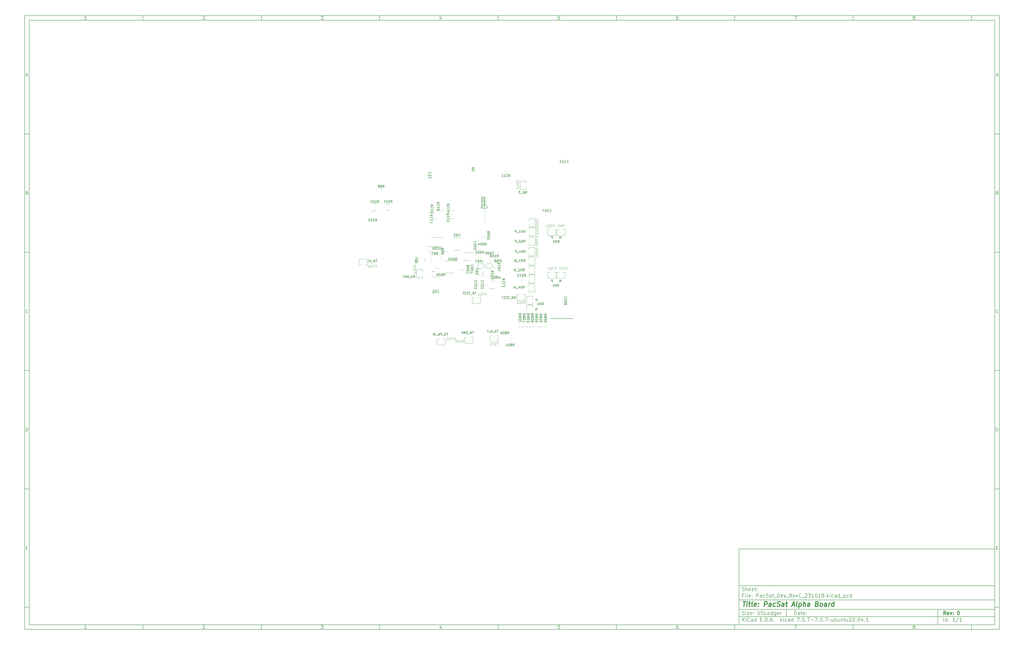
<source format=gbr>
%TF.GenerationSoftware,KiCad,Pcbnew,7.0.7-7.0.7~ubuntu22.04.1*%
%TF.CreationDate,2023-10-26T15:58:48-05:00*%
%TF.ProjectId,PacSat_Dev_RevC_231018,50616353-6174-45f4-9465-765f52657643,0*%
%TF.SameCoordinates,Original*%
%TF.FileFunction,Legend,Bot*%
%TF.FilePolarity,Positive*%
%FSLAX46Y46*%
G04 Gerber Fmt 4.6, Leading zero omitted, Abs format (unit mm)*
G04 Created by KiCad (PCBNEW 7.0.7-7.0.7~ubuntu22.04.1) date 2023-10-26 15:58:48*
%MOMM*%
%LPD*%
G01*
G04 APERTURE LIST*
%ADD10C,0.100000*%
%ADD11C,0.150000*%
%ADD12C,0.300000*%
%ADD13C,0.400000*%
%ADD14C,0.200000*%
%ADD15C,0.101600*%
%ADD16C,0.120000*%
G04 APERTURE END LIST*
D10*
D11*
X311800000Y-235400000D02*
X419800000Y-235400000D01*
X419800000Y-267400000D01*
X311800000Y-267400000D01*
X311800000Y-235400000D01*
D10*
D11*
X10000000Y-10000000D02*
X421800000Y-10000000D01*
X421800000Y-269400000D01*
X10000000Y-269400000D01*
X10000000Y-10000000D01*
D10*
D11*
X12000000Y-12000000D02*
X419800000Y-12000000D01*
X419800000Y-267400000D01*
X12000000Y-267400000D01*
X12000000Y-12000000D01*
D10*
D11*
X60000000Y-12000000D02*
X60000000Y-10000000D01*
D10*
D11*
X110000000Y-12000000D02*
X110000000Y-10000000D01*
D10*
D11*
X160000000Y-12000000D02*
X160000000Y-10000000D01*
D10*
D11*
X210000000Y-12000000D02*
X210000000Y-10000000D01*
D10*
D11*
X260000000Y-12000000D02*
X260000000Y-10000000D01*
D10*
D11*
X310000000Y-12000000D02*
X310000000Y-10000000D01*
D10*
D11*
X360000000Y-12000000D02*
X360000000Y-10000000D01*
D10*
D11*
X410000000Y-12000000D02*
X410000000Y-10000000D01*
D10*
D11*
X36089160Y-11593604D02*
X35346303Y-11593604D01*
X35717731Y-11593604D02*
X35717731Y-10293604D01*
X35717731Y-10293604D02*
X35593922Y-10479319D01*
X35593922Y-10479319D02*
X35470112Y-10603128D01*
X35470112Y-10603128D02*
X35346303Y-10665033D01*
D10*
D11*
X85346303Y-10417414D02*
X85408207Y-10355509D01*
X85408207Y-10355509D02*
X85532017Y-10293604D01*
X85532017Y-10293604D02*
X85841541Y-10293604D01*
X85841541Y-10293604D02*
X85965350Y-10355509D01*
X85965350Y-10355509D02*
X86027255Y-10417414D01*
X86027255Y-10417414D02*
X86089160Y-10541223D01*
X86089160Y-10541223D02*
X86089160Y-10665033D01*
X86089160Y-10665033D02*
X86027255Y-10850747D01*
X86027255Y-10850747D02*
X85284398Y-11593604D01*
X85284398Y-11593604D02*
X86089160Y-11593604D01*
D10*
D11*
X135284398Y-10293604D02*
X136089160Y-10293604D01*
X136089160Y-10293604D02*
X135655826Y-10788842D01*
X135655826Y-10788842D02*
X135841541Y-10788842D01*
X135841541Y-10788842D02*
X135965350Y-10850747D01*
X135965350Y-10850747D02*
X136027255Y-10912652D01*
X136027255Y-10912652D02*
X136089160Y-11036461D01*
X136089160Y-11036461D02*
X136089160Y-11345985D01*
X136089160Y-11345985D02*
X136027255Y-11469795D01*
X136027255Y-11469795D02*
X135965350Y-11531700D01*
X135965350Y-11531700D02*
X135841541Y-11593604D01*
X135841541Y-11593604D02*
X135470112Y-11593604D01*
X135470112Y-11593604D02*
X135346303Y-11531700D01*
X135346303Y-11531700D02*
X135284398Y-11469795D01*
D10*
D11*
X185965350Y-10726938D02*
X185965350Y-11593604D01*
X185655826Y-10231700D02*
X185346303Y-11160271D01*
X185346303Y-11160271D02*
X186151064Y-11160271D01*
D10*
D11*
X236027255Y-10293604D02*
X235408207Y-10293604D01*
X235408207Y-10293604D02*
X235346303Y-10912652D01*
X235346303Y-10912652D02*
X235408207Y-10850747D01*
X235408207Y-10850747D02*
X235532017Y-10788842D01*
X235532017Y-10788842D02*
X235841541Y-10788842D01*
X235841541Y-10788842D02*
X235965350Y-10850747D01*
X235965350Y-10850747D02*
X236027255Y-10912652D01*
X236027255Y-10912652D02*
X236089160Y-11036461D01*
X236089160Y-11036461D02*
X236089160Y-11345985D01*
X236089160Y-11345985D02*
X236027255Y-11469795D01*
X236027255Y-11469795D02*
X235965350Y-11531700D01*
X235965350Y-11531700D02*
X235841541Y-11593604D01*
X235841541Y-11593604D02*
X235532017Y-11593604D01*
X235532017Y-11593604D02*
X235408207Y-11531700D01*
X235408207Y-11531700D02*
X235346303Y-11469795D01*
D10*
D11*
X285965350Y-10293604D02*
X285717731Y-10293604D01*
X285717731Y-10293604D02*
X285593922Y-10355509D01*
X285593922Y-10355509D02*
X285532017Y-10417414D01*
X285532017Y-10417414D02*
X285408207Y-10603128D01*
X285408207Y-10603128D02*
X285346303Y-10850747D01*
X285346303Y-10850747D02*
X285346303Y-11345985D01*
X285346303Y-11345985D02*
X285408207Y-11469795D01*
X285408207Y-11469795D02*
X285470112Y-11531700D01*
X285470112Y-11531700D02*
X285593922Y-11593604D01*
X285593922Y-11593604D02*
X285841541Y-11593604D01*
X285841541Y-11593604D02*
X285965350Y-11531700D01*
X285965350Y-11531700D02*
X286027255Y-11469795D01*
X286027255Y-11469795D02*
X286089160Y-11345985D01*
X286089160Y-11345985D02*
X286089160Y-11036461D01*
X286089160Y-11036461D02*
X286027255Y-10912652D01*
X286027255Y-10912652D02*
X285965350Y-10850747D01*
X285965350Y-10850747D02*
X285841541Y-10788842D01*
X285841541Y-10788842D02*
X285593922Y-10788842D01*
X285593922Y-10788842D02*
X285470112Y-10850747D01*
X285470112Y-10850747D02*
X285408207Y-10912652D01*
X285408207Y-10912652D02*
X285346303Y-11036461D01*
D10*
D11*
X335284398Y-10293604D02*
X336151064Y-10293604D01*
X336151064Y-10293604D02*
X335593922Y-11593604D01*
D10*
D11*
X385593922Y-10850747D02*
X385470112Y-10788842D01*
X385470112Y-10788842D02*
X385408207Y-10726938D01*
X385408207Y-10726938D02*
X385346303Y-10603128D01*
X385346303Y-10603128D02*
X385346303Y-10541223D01*
X385346303Y-10541223D02*
X385408207Y-10417414D01*
X385408207Y-10417414D02*
X385470112Y-10355509D01*
X385470112Y-10355509D02*
X385593922Y-10293604D01*
X385593922Y-10293604D02*
X385841541Y-10293604D01*
X385841541Y-10293604D02*
X385965350Y-10355509D01*
X385965350Y-10355509D02*
X386027255Y-10417414D01*
X386027255Y-10417414D02*
X386089160Y-10541223D01*
X386089160Y-10541223D02*
X386089160Y-10603128D01*
X386089160Y-10603128D02*
X386027255Y-10726938D01*
X386027255Y-10726938D02*
X385965350Y-10788842D01*
X385965350Y-10788842D02*
X385841541Y-10850747D01*
X385841541Y-10850747D02*
X385593922Y-10850747D01*
X385593922Y-10850747D02*
X385470112Y-10912652D01*
X385470112Y-10912652D02*
X385408207Y-10974557D01*
X385408207Y-10974557D02*
X385346303Y-11098366D01*
X385346303Y-11098366D02*
X385346303Y-11345985D01*
X385346303Y-11345985D02*
X385408207Y-11469795D01*
X385408207Y-11469795D02*
X385470112Y-11531700D01*
X385470112Y-11531700D02*
X385593922Y-11593604D01*
X385593922Y-11593604D02*
X385841541Y-11593604D01*
X385841541Y-11593604D02*
X385965350Y-11531700D01*
X385965350Y-11531700D02*
X386027255Y-11469795D01*
X386027255Y-11469795D02*
X386089160Y-11345985D01*
X386089160Y-11345985D02*
X386089160Y-11098366D01*
X386089160Y-11098366D02*
X386027255Y-10974557D01*
X386027255Y-10974557D02*
X385965350Y-10912652D01*
X385965350Y-10912652D02*
X385841541Y-10850747D01*
D10*
D11*
X60000000Y-267400000D02*
X60000000Y-269400000D01*
D10*
D11*
X110000000Y-267400000D02*
X110000000Y-269400000D01*
D10*
D11*
X160000000Y-267400000D02*
X160000000Y-269400000D01*
D10*
D11*
X210000000Y-267400000D02*
X210000000Y-269400000D01*
D10*
D11*
X260000000Y-267400000D02*
X260000000Y-269400000D01*
D10*
D11*
X310000000Y-267400000D02*
X310000000Y-269400000D01*
D10*
D11*
X360000000Y-267400000D02*
X360000000Y-269400000D01*
D10*
D11*
X410000000Y-267400000D02*
X410000000Y-269400000D01*
D10*
D11*
X36089160Y-268993604D02*
X35346303Y-268993604D01*
X35717731Y-268993604D02*
X35717731Y-267693604D01*
X35717731Y-267693604D02*
X35593922Y-267879319D01*
X35593922Y-267879319D02*
X35470112Y-268003128D01*
X35470112Y-268003128D02*
X35346303Y-268065033D01*
D10*
D11*
X85346303Y-267817414D02*
X85408207Y-267755509D01*
X85408207Y-267755509D02*
X85532017Y-267693604D01*
X85532017Y-267693604D02*
X85841541Y-267693604D01*
X85841541Y-267693604D02*
X85965350Y-267755509D01*
X85965350Y-267755509D02*
X86027255Y-267817414D01*
X86027255Y-267817414D02*
X86089160Y-267941223D01*
X86089160Y-267941223D02*
X86089160Y-268065033D01*
X86089160Y-268065033D02*
X86027255Y-268250747D01*
X86027255Y-268250747D02*
X85284398Y-268993604D01*
X85284398Y-268993604D02*
X86089160Y-268993604D01*
D10*
D11*
X135284398Y-267693604D02*
X136089160Y-267693604D01*
X136089160Y-267693604D02*
X135655826Y-268188842D01*
X135655826Y-268188842D02*
X135841541Y-268188842D01*
X135841541Y-268188842D02*
X135965350Y-268250747D01*
X135965350Y-268250747D02*
X136027255Y-268312652D01*
X136027255Y-268312652D02*
X136089160Y-268436461D01*
X136089160Y-268436461D02*
X136089160Y-268745985D01*
X136089160Y-268745985D02*
X136027255Y-268869795D01*
X136027255Y-268869795D02*
X135965350Y-268931700D01*
X135965350Y-268931700D02*
X135841541Y-268993604D01*
X135841541Y-268993604D02*
X135470112Y-268993604D01*
X135470112Y-268993604D02*
X135346303Y-268931700D01*
X135346303Y-268931700D02*
X135284398Y-268869795D01*
D10*
D11*
X185965350Y-268126938D02*
X185965350Y-268993604D01*
X185655826Y-267631700D02*
X185346303Y-268560271D01*
X185346303Y-268560271D02*
X186151064Y-268560271D01*
D10*
D11*
X236027255Y-267693604D02*
X235408207Y-267693604D01*
X235408207Y-267693604D02*
X235346303Y-268312652D01*
X235346303Y-268312652D02*
X235408207Y-268250747D01*
X235408207Y-268250747D02*
X235532017Y-268188842D01*
X235532017Y-268188842D02*
X235841541Y-268188842D01*
X235841541Y-268188842D02*
X235965350Y-268250747D01*
X235965350Y-268250747D02*
X236027255Y-268312652D01*
X236027255Y-268312652D02*
X236089160Y-268436461D01*
X236089160Y-268436461D02*
X236089160Y-268745985D01*
X236089160Y-268745985D02*
X236027255Y-268869795D01*
X236027255Y-268869795D02*
X235965350Y-268931700D01*
X235965350Y-268931700D02*
X235841541Y-268993604D01*
X235841541Y-268993604D02*
X235532017Y-268993604D01*
X235532017Y-268993604D02*
X235408207Y-268931700D01*
X235408207Y-268931700D02*
X235346303Y-268869795D01*
D10*
D11*
X285965350Y-267693604D02*
X285717731Y-267693604D01*
X285717731Y-267693604D02*
X285593922Y-267755509D01*
X285593922Y-267755509D02*
X285532017Y-267817414D01*
X285532017Y-267817414D02*
X285408207Y-268003128D01*
X285408207Y-268003128D02*
X285346303Y-268250747D01*
X285346303Y-268250747D02*
X285346303Y-268745985D01*
X285346303Y-268745985D02*
X285408207Y-268869795D01*
X285408207Y-268869795D02*
X285470112Y-268931700D01*
X285470112Y-268931700D02*
X285593922Y-268993604D01*
X285593922Y-268993604D02*
X285841541Y-268993604D01*
X285841541Y-268993604D02*
X285965350Y-268931700D01*
X285965350Y-268931700D02*
X286027255Y-268869795D01*
X286027255Y-268869795D02*
X286089160Y-268745985D01*
X286089160Y-268745985D02*
X286089160Y-268436461D01*
X286089160Y-268436461D02*
X286027255Y-268312652D01*
X286027255Y-268312652D02*
X285965350Y-268250747D01*
X285965350Y-268250747D02*
X285841541Y-268188842D01*
X285841541Y-268188842D02*
X285593922Y-268188842D01*
X285593922Y-268188842D02*
X285470112Y-268250747D01*
X285470112Y-268250747D02*
X285408207Y-268312652D01*
X285408207Y-268312652D02*
X285346303Y-268436461D01*
D10*
D11*
X335284398Y-267693604D02*
X336151064Y-267693604D01*
X336151064Y-267693604D02*
X335593922Y-268993604D01*
D10*
D11*
X385593922Y-268250747D02*
X385470112Y-268188842D01*
X385470112Y-268188842D02*
X385408207Y-268126938D01*
X385408207Y-268126938D02*
X385346303Y-268003128D01*
X385346303Y-268003128D02*
X385346303Y-267941223D01*
X385346303Y-267941223D02*
X385408207Y-267817414D01*
X385408207Y-267817414D02*
X385470112Y-267755509D01*
X385470112Y-267755509D02*
X385593922Y-267693604D01*
X385593922Y-267693604D02*
X385841541Y-267693604D01*
X385841541Y-267693604D02*
X385965350Y-267755509D01*
X385965350Y-267755509D02*
X386027255Y-267817414D01*
X386027255Y-267817414D02*
X386089160Y-267941223D01*
X386089160Y-267941223D02*
X386089160Y-268003128D01*
X386089160Y-268003128D02*
X386027255Y-268126938D01*
X386027255Y-268126938D02*
X385965350Y-268188842D01*
X385965350Y-268188842D02*
X385841541Y-268250747D01*
X385841541Y-268250747D02*
X385593922Y-268250747D01*
X385593922Y-268250747D02*
X385470112Y-268312652D01*
X385470112Y-268312652D02*
X385408207Y-268374557D01*
X385408207Y-268374557D02*
X385346303Y-268498366D01*
X385346303Y-268498366D02*
X385346303Y-268745985D01*
X385346303Y-268745985D02*
X385408207Y-268869795D01*
X385408207Y-268869795D02*
X385470112Y-268931700D01*
X385470112Y-268931700D02*
X385593922Y-268993604D01*
X385593922Y-268993604D02*
X385841541Y-268993604D01*
X385841541Y-268993604D02*
X385965350Y-268931700D01*
X385965350Y-268931700D02*
X386027255Y-268869795D01*
X386027255Y-268869795D02*
X386089160Y-268745985D01*
X386089160Y-268745985D02*
X386089160Y-268498366D01*
X386089160Y-268498366D02*
X386027255Y-268374557D01*
X386027255Y-268374557D02*
X385965350Y-268312652D01*
X385965350Y-268312652D02*
X385841541Y-268250747D01*
D10*
D11*
X10000000Y-60000000D02*
X12000000Y-60000000D01*
D10*
D11*
X10000000Y-110000000D02*
X12000000Y-110000000D01*
D10*
D11*
X10000000Y-160000000D02*
X12000000Y-160000000D01*
D10*
D11*
X10000000Y-210000000D02*
X12000000Y-210000000D01*
D10*
D11*
X10000000Y-260000000D02*
X12000000Y-260000000D01*
D10*
D11*
X10690476Y-35222176D02*
X11309523Y-35222176D01*
X10566666Y-35593604D02*
X10999999Y-34293604D01*
X10999999Y-34293604D02*
X11433333Y-35593604D01*
D10*
D11*
X11092857Y-84912652D02*
X11278571Y-84974557D01*
X11278571Y-84974557D02*
X11340476Y-85036461D01*
X11340476Y-85036461D02*
X11402380Y-85160271D01*
X11402380Y-85160271D02*
X11402380Y-85345985D01*
X11402380Y-85345985D02*
X11340476Y-85469795D01*
X11340476Y-85469795D02*
X11278571Y-85531700D01*
X11278571Y-85531700D02*
X11154761Y-85593604D01*
X11154761Y-85593604D02*
X10659523Y-85593604D01*
X10659523Y-85593604D02*
X10659523Y-84293604D01*
X10659523Y-84293604D02*
X11092857Y-84293604D01*
X11092857Y-84293604D02*
X11216666Y-84355509D01*
X11216666Y-84355509D02*
X11278571Y-84417414D01*
X11278571Y-84417414D02*
X11340476Y-84541223D01*
X11340476Y-84541223D02*
X11340476Y-84665033D01*
X11340476Y-84665033D02*
X11278571Y-84788842D01*
X11278571Y-84788842D02*
X11216666Y-84850747D01*
X11216666Y-84850747D02*
X11092857Y-84912652D01*
X11092857Y-84912652D02*
X10659523Y-84912652D01*
D10*
D11*
X11402380Y-135469795D02*
X11340476Y-135531700D01*
X11340476Y-135531700D02*
X11154761Y-135593604D01*
X11154761Y-135593604D02*
X11030952Y-135593604D01*
X11030952Y-135593604D02*
X10845238Y-135531700D01*
X10845238Y-135531700D02*
X10721428Y-135407890D01*
X10721428Y-135407890D02*
X10659523Y-135284080D01*
X10659523Y-135284080D02*
X10597619Y-135036461D01*
X10597619Y-135036461D02*
X10597619Y-134850747D01*
X10597619Y-134850747D02*
X10659523Y-134603128D01*
X10659523Y-134603128D02*
X10721428Y-134479319D01*
X10721428Y-134479319D02*
X10845238Y-134355509D01*
X10845238Y-134355509D02*
X11030952Y-134293604D01*
X11030952Y-134293604D02*
X11154761Y-134293604D01*
X11154761Y-134293604D02*
X11340476Y-134355509D01*
X11340476Y-134355509D02*
X11402380Y-134417414D01*
D10*
D11*
X10659523Y-185593604D02*
X10659523Y-184293604D01*
X10659523Y-184293604D02*
X10969047Y-184293604D01*
X10969047Y-184293604D02*
X11154761Y-184355509D01*
X11154761Y-184355509D02*
X11278571Y-184479319D01*
X11278571Y-184479319D02*
X11340476Y-184603128D01*
X11340476Y-184603128D02*
X11402380Y-184850747D01*
X11402380Y-184850747D02*
X11402380Y-185036461D01*
X11402380Y-185036461D02*
X11340476Y-185284080D01*
X11340476Y-185284080D02*
X11278571Y-185407890D01*
X11278571Y-185407890D02*
X11154761Y-185531700D01*
X11154761Y-185531700D02*
X10969047Y-185593604D01*
X10969047Y-185593604D02*
X10659523Y-185593604D01*
D10*
D11*
X10721428Y-234912652D02*
X11154762Y-234912652D01*
X11340476Y-235593604D02*
X10721428Y-235593604D01*
X10721428Y-235593604D02*
X10721428Y-234293604D01*
X10721428Y-234293604D02*
X11340476Y-234293604D01*
D10*
D11*
X421800000Y-60000000D02*
X419800000Y-60000000D01*
D10*
D11*
X421800000Y-110000000D02*
X419800000Y-110000000D01*
D10*
D11*
X421800000Y-160000000D02*
X419800000Y-160000000D01*
D10*
D11*
X421800000Y-210000000D02*
X419800000Y-210000000D01*
D10*
D11*
X421800000Y-260000000D02*
X419800000Y-260000000D01*
D10*
D11*
X420490476Y-35222176D02*
X421109523Y-35222176D01*
X420366666Y-35593604D02*
X420799999Y-34293604D01*
X420799999Y-34293604D02*
X421233333Y-35593604D01*
D10*
D11*
X420892857Y-84912652D02*
X421078571Y-84974557D01*
X421078571Y-84974557D02*
X421140476Y-85036461D01*
X421140476Y-85036461D02*
X421202380Y-85160271D01*
X421202380Y-85160271D02*
X421202380Y-85345985D01*
X421202380Y-85345985D02*
X421140476Y-85469795D01*
X421140476Y-85469795D02*
X421078571Y-85531700D01*
X421078571Y-85531700D02*
X420954761Y-85593604D01*
X420954761Y-85593604D02*
X420459523Y-85593604D01*
X420459523Y-85593604D02*
X420459523Y-84293604D01*
X420459523Y-84293604D02*
X420892857Y-84293604D01*
X420892857Y-84293604D02*
X421016666Y-84355509D01*
X421016666Y-84355509D02*
X421078571Y-84417414D01*
X421078571Y-84417414D02*
X421140476Y-84541223D01*
X421140476Y-84541223D02*
X421140476Y-84665033D01*
X421140476Y-84665033D02*
X421078571Y-84788842D01*
X421078571Y-84788842D02*
X421016666Y-84850747D01*
X421016666Y-84850747D02*
X420892857Y-84912652D01*
X420892857Y-84912652D02*
X420459523Y-84912652D01*
D10*
D11*
X421202380Y-135469795D02*
X421140476Y-135531700D01*
X421140476Y-135531700D02*
X420954761Y-135593604D01*
X420954761Y-135593604D02*
X420830952Y-135593604D01*
X420830952Y-135593604D02*
X420645238Y-135531700D01*
X420645238Y-135531700D02*
X420521428Y-135407890D01*
X420521428Y-135407890D02*
X420459523Y-135284080D01*
X420459523Y-135284080D02*
X420397619Y-135036461D01*
X420397619Y-135036461D02*
X420397619Y-134850747D01*
X420397619Y-134850747D02*
X420459523Y-134603128D01*
X420459523Y-134603128D02*
X420521428Y-134479319D01*
X420521428Y-134479319D02*
X420645238Y-134355509D01*
X420645238Y-134355509D02*
X420830952Y-134293604D01*
X420830952Y-134293604D02*
X420954761Y-134293604D01*
X420954761Y-134293604D02*
X421140476Y-134355509D01*
X421140476Y-134355509D02*
X421202380Y-134417414D01*
D10*
D11*
X420459523Y-185593604D02*
X420459523Y-184293604D01*
X420459523Y-184293604D02*
X420769047Y-184293604D01*
X420769047Y-184293604D02*
X420954761Y-184355509D01*
X420954761Y-184355509D02*
X421078571Y-184479319D01*
X421078571Y-184479319D02*
X421140476Y-184603128D01*
X421140476Y-184603128D02*
X421202380Y-184850747D01*
X421202380Y-184850747D02*
X421202380Y-185036461D01*
X421202380Y-185036461D02*
X421140476Y-185284080D01*
X421140476Y-185284080D02*
X421078571Y-185407890D01*
X421078571Y-185407890D02*
X420954761Y-185531700D01*
X420954761Y-185531700D02*
X420769047Y-185593604D01*
X420769047Y-185593604D02*
X420459523Y-185593604D01*
D10*
D11*
X420521428Y-234912652D02*
X420954762Y-234912652D01*
X421140476Y-235593604D02*
X420521428Y-235593604D01*
X420521428Y-235593604D02*
X420521428Y-234293604D01*
X420521428Y-234293604D02*
X421140476Y-234293604D01*
D10*
D11*
X335255826Y-263186128D02*
X335255826Y-261686128D01*
X335255826Y-261686128D02*
X335612969Y-261686128D01*
X335612969Y-261686128D02*
X335827255Y-261757557D01*
X335827255Y-261757557D02*
X335970112Y-261900414D01*
X335970112Y-261900414D02*
X336041541Y-262043271D01*
X336041541Y-262043271D02*
X336112969Y-262328985D01*
X336112969Y-262328985D02*
X336112969Y-262543271D01*
X336112969Y-262543271D02*
X336041541Y-262828985D01*
X336041541Y-262828985D02*
X335970112Y-262971842D01*
X335970112Y-262971842D02*
X335827255Y-263114700D01*
X335827255Y-263114700D02*
X335612969Y-263186128D01*
X335612969Y-263186128D02*
X335255826Y-263186128D01*
X337398684Y-263186128D02*
X337398684Y-262400414D01*
X337398684Y-262400414D02*
X337327255Y-262257557D01*
X337327255Y-262257557D02*
X337184398Y-262186128D01*
X337184398Y-262186128D02*
X336898684Y-262186128D01*
X336898684Y-262186128D02*
X336755826Y-262257557D01*
X337398684Y-263114700D02*
X337255826Y-263186128D01*
X337255826Y-263186128D02*
X336898684Y-263186128D01*
X336898684Y-263186128D02*
X336755826Y-263114700D01*
X336755826Y-263114700D02*
X336684398Y-262971842D01*
X336684398Y-262971842D02*
X336684398Y-262828985D01*
X336684398Y-262828985D02*
X336755826Y-262686128D01*
X336755826Y-262686128D02*
X336898684Y-262614700D01*
X336898684Y-262614700D02*
X337255826Y-262614700D01*
X337255826Y-262614700D02*
X337398684Y-262543271D01*
X337898684Y-262186128D02*
X338470112Y-262186128D01*
X338112969Y-261686128D02*
X338112969Y-262971842D01*
X338112969Y-262971842D02*
X338184398Y-263114700D01*
X338184398Y-263114700D02*
X338327255Y-263186128D01*
X338327255Y-263186128D02*
X338470112Y-263186128D01*
X339541541Y-263114700D02*
X339398684Y-263186128D01*
X339398684Y-263186128D02*
X339112970Y-263186128D01*
X339112970Y-263186128D02*
X338970112Y-263114700D01*
X338970112Y-263114700D02*
X338898684Y-262971842D01*
X338898684Y-262971842D02*
X338898684Y-262400414D01*
X338898684Y-262400414D02*
X338970112Y-262257557D01*
X338970112Y-262257557D02*
X339112970Y-262186128D01*
X339112970Y-262186128D02*
X339398684Y-262186128D01*
X339398684Y-262186128D02*
X339541541Y-262257557D01*
X339541541Y-262257557D02*
X339612970Y-262400414D01*
X339612970Y-262400414D02*
X339612970Y-262543271D01*
X339612970Y-262543271D02*
X338898684Y-262686128D01*
X340255826Y-263043271D02*
X340327255Y-263114700D01*
X340327255Y-263114700D02*
X340255826Y-263186128D01*
X340255826Y-263186128D02*
X340184398Y-263114700D01*
X340184398Y-263114700D02*
X340255826Y-263043271D01*
X340255826Y-263043271D02*
X340255826Y-263186128D01*
X340255826Y-262257557D02*
X340327255Y-262328985D01*
X340327255Y-262328985D02*
X340255826Y-262400414D01*
X340255826Y-262400414D02*
X340184398Y-262328985D01*
X340184398Y-262328985D02*
X340255826Y-262257557D01*
X340255826Y-262257557D02*
X340255826Y-262400414D01*
D10*
D11*
X311800000Y-263900000D02*
X419800000Y-263900000D01*
D10*
D11*
X313255826Y-265986128D02*
X313255826Y-264486128D01*
X314112969Y-265986128D02*
X313470112Y-265128985D01*
X314112969Y-264486128D02*
X313255826Y-265343271D01*
X314755826Y-265986128D02*
X314755826Y-264986128D01*
X314755826Y-264486128D02*
X314684398Y-264557557D01*
X314684398Y-264557557D02*
X314755826Y-264628985D01*
X314755826Y-264628985D02*
X314827255Y-264557557D01*
X314827255Y-264557557D02*
X314755826Y-264486128D01*
X314755826Y-264486128D02*
X314755826Y-264628985D01*
X316327255Y-265843271D02*
X316255827Y-265914700D01*
X316255827Y-265914700D02*
X316041541Y-265986128D01*
X316041541Y-265986128D02*
X315898684Y-265986128D01*
X315898684Y-265986128D02*
X315684398Y-265914700D01*
X315684398Y-265914700D02*
X315541541Y-265771842D01*
X315541541Y-265771842D02*
X315470112Y-265628985D01*
X315470112Y-265628985D02*
X315398684Y-265343271D01*
X315398684Y-265343271D02*
X315398684Y-265128985D01*
X315398684Y-265128985D02*
X315470112Y-264843271D01*
X315470112Y-264843271D02*
X315541541Y-264700414D01*
X315541541Y-264700414D02*
X315684398Y-264557557D01*
X315684398Y-264557557D02*
X315898684Y-264486128D01*
X315898684Y-264486128D02*
X316041541Y-264486128D01*
X316041541Y-264486128D02*
X316255827Y-264557557D01*
X316255827Y-264557557D02*
X316327255Y-264628985D01*
X317612970Y-265986128D02*
X317612970Y-265200414D01*
X317612970Y-265200414D02*
X317541541Y-265057557D01*
X317541541Y-265057557D02*
X317398684Y-264986128D01*
X317398684Y-264986128D02*
X317112970Y-264986128D01*
X317112970Y-264986128D02*
X316970112Y-265057557D01*
X317612970Y-265914700D02*
X317470112Y-265986128D01*
X317470112Y-265986128D02*
X317112970Y-265986128D01*
X317112970Y-265986128D02*
X316970112Y-265914700D01*
X316970112Y-265914700D02*
X316898684Y-265771842D01*
X316898684Y-265771842D02*
X316898684Y-265628985D01*
X316898684Y-265628985D02*
X316970112Y-265486128D01*
X316970112Y-265486128D02*
X317112970Y-265414700D01*
X317112970Y-265414700D02*
X317470112Y-265414700D01*
X317470112Y-265414700D02*
X317612970Y-265343271D01*
X318970113Y-265986128D02*
X318970113Y-264486128D01*
X318970113Y-265914700D02*
X318827255Y-265986128D01*
X318827255Y-265986128D02*
X318541541Y-265986128D01*
X318541541Y-265986128D02*
X318398684Y-265914700D01*
X318398684Y-265914700D02*
X318327255Y-265843271D01*
X318327255Y-265843271D02*
X318255827Y-265700414D01*
X318255827Y-265700414D02*
X318255827Y-265271842D01*
X318255827Y-265271842D02*
X318327255Y-265128985D01*
X318327255Y-265128985D02*
X318398684Y-265057557D01*
X318398684Y-265057557D02*
X318541541Y-264986128D01*
X318541541Y-264986128D02*
X318827255Y-264986128D01*
X318827255Y-264986128D02*
X318970113Y-265057557D01*
X320827255Y-265200414D02*
X321327255Y-265200414D01*
X321541541Y-265986128D02*
X320827255Y-265986128D01*
X320827255Y-265986128D02*
X320827255Y-264486128D01*
X320827255Y-264486128D02*
X321541541Y-264486128D01*
X322184398Y-265843271D02*
X322255827Y-265914700D01*
X322255827Y-265914700D02*
X322184398Y-265986128D01*
X322184398Y-265986128D02*
X322112970Y-265914700D01*
X322112970Y-265914700D02*
X322184398Y-265843271D01*
X322184398Y-265843271D02*
X322184398Y-265986128D01*
X322898684Y-265986128D02*
X322898684Y-264486128D01*
X322898684Y-264486128D02*
X323255827Y-264486128D01*
X323255827Y-264486128D02*
X323470113Y-264557557D01*
X323470113Y-264557557D02*
X323612970Y-264700414D01*
X323612970Y-264700414D02*
X323684399Y-264843271D01*
X323684399Y-264843271D02*
X323755827Y-265128985D01*
X323755827Y-265128985D02*
X323755827Y-265343271D01*
X323755827Y-265343271D02*
X323684399Y-265628985D01*
X323684399Y-265628985D02*
X323612970Y-265771842D01*
X323612970Y-265771842D02*
X323470113Y-265914700D01*
X323470113Y-265914700D02*
X323255827Y-265986128D01*
X323255827Y-265986128D02*
X322898684Y-265986128D01*
X324398684Y-265843271D02*
X324470113Y-265914700D01*
X324470113Y-265914700D02*
X324398684Y-265986128D01*
X324398684Y-265986128D02*
X324327256Y-265914700D01*
X324327256Y-265914700D02*
X324398684Y-265843271D01*
X324398684Y-265843271D02*
X324398684Y-265986128D01*
X325041542Y-265557557D02*
X325755828Y-265557557D01*
X324898685Y-265986128D02*
X325398685Y-264486128D01*
X325398685Y-264486128D02*
X325898685Y-265986128D01*
X326398684Y-265843271D02*
X326470113Y-265914700D01*
X326470113Y-265914700D02*
X326398684Y-265986128D01*
X326398684Y-265986128D02*
X326327256Y-265914700D01*
X326327256Y-265914700D02*
X326398684Y-265843271D01*
X326398684Y-265843271D02*
X326398684Y-265986128D01*
X329398684Y-265986128D02*
X329398684Y-264486128D01*
X329541542Y-265414700D02*
X329970113Y-265986128D01*
X329970113Y-264986128D02*
X329398684Y-265557557D01*
X330612970Y-265986128D02*
X330612970Y-264986128D01*
X330612970Y-264486128D02*
X330541542Y-264557557D01*
X330541542Y-264557557D02*
X330612970Y-264628985D01*
X330612970Y-264628985D02*
X330684399Y-264557557D01*
X330684399Y-264557557D02*
X330612970Y-264486128D01*
X330612970Y-264486128D02*
X330612970Y-264628985D01*
X331970114Y-265914700D02*
X331827256Y-265986128D01*
X331827256Y-265986128D02*
X331541542Y-265986128D01*
X331541542Y-265986128D02*
X331398685Y-265914700D01*
X331398685Y-265914700D02*
X331327256Y-265843271D01*
X331327256Y-265843271D02*
X331255828Y-265700414D01*
X331255828Y-265700414D02*
X331255828Y-265271842D01*
X331255828Y-265271842D02*
X331327256Y-265128985D01*
X331327256Y-265128985D02*
X331398685Y-265057557D01*
X331398685Y-265057557D02*
X331541542Y-264986128D01*
X331541542Y-264986128D02*
X331827256Y-264986128D01*
X331827256Y-264986128D02*
X331970114Y-265057557D01*
X333255828Y-265986128D02*
X333255828Y-265200414D01*
X333255828Y-265200414D02*
X333184399Y-265057557D01*
X333184399Y-265057557D02*
X333041542Y-264986128D01*
X333041542Y-264986128D02*
X332755828Y-264986128D01*
X332755828Y-264986128D02*
X332612970Y-265057557D01*
X333255828Y-265914700D02*
X333112970Y-265986128D01*
X333112970Y-265986128D02*
X332755828Y-265986128D01*
X332755828Y-265986128D02*
X332612970Y-265914700D01*
X332612970Y-265914700D02*
X332541542Y-265771842D01*
X332541542Y-265771842D02*
X332541542Y-265628985D01*
X332541542Y-265628985D02*
X332612970Y-265486128D01*
X332612970Y-265486128D02*
X332755828Y-265414700D01*
X332755828Y-265414700D02*
X333112970Y-265414700D01*
X333112970Y-265414700D02*
X333255828Y-265343271D01*
X334612971Y-265986128D02*
X334612971Y-264486128D01*
X334612971Y-265914700D02*
X334470113Y-265986128D01*
X334470113Y-265986128D02*
X334184399Y-265986128D01*
X334184399Y-265986128D02*
X334041542Y-265914700D01*
X334041542Y-265914700D02*
X333970113Y-265843271D01*
X333970113Y-265843271D02*
X333898685Y-265700414D01*
X333898685Y-265700414D02*
X333898685Y-265271842D01*
X333898685Y-265271842D02*
X333970113Y-265128985D01*
X333970113Y-265128985D02*
X334041542Y-265057557D01*
X334041542Y-265057557D02*
X334184399Y-264986128D01*
X334184399Y-264986128D02*
X334470113Y-264986128D01*
X334470113Y-264986128D02*
X334612971Y-265057557D01*
X336327256Y-264486128D02*
X337327256Y-264486128D01*
X337327256Y-264486128D02*
X336684399Y-265986128D01*
X337898684Y-265843271D02*
X337970113Y-265914700D01*
X337970113Y-265914700D02*
X337898684Y-265986128D01*
X337898684Y-265986128D02*
X337827256Y-265914700D01*
X337827256Y-265914700D02*
X337898684Y-265843271D01*
X337898684Y-265843271D02*
X337898684Y-265986128D01*
X338898685Y-264486128D02*
X339041542Y-264486128D01*
X339041542Y-264486128D02*
X339184399Y-264557557D01*
X339184399Y-264557557D02*
X339255828Y-264628985D01*
X339255828Y-264628985D02*
X339327256Y-264771842D01*
X339327256Y-264771842D02*
X339398685Y-265057557D01*
X339398685Y-265057557D02*
X339398685Y-265414700D01*
X339398685Y-265414700D02*
X339327256Y-265700414D01*
X339327256Y-265700414D02*
X339255828Y-265843271D01*
X339255828Y-265843271D02*
X339184399Y-265914700D01*
X339184399Y-265914700D02*
X339041542Y-265986128D01*
X339041542Y-265986128D02*
X338898685Y-265986128D01*
X338898685Y-265986128D02*
X338755828Y-265914700D01*
X338755828Y-265914700D02*
X338684399Y-265843271D01*
X338684399Y-265843271D02*
X338612970Y-265700414D01*
X338612970Y-265700414D02*
X338541542Y-265414700D01*
X338541542Y-265414700D02*
X338541542Y-265057557D01*
X338541542Y-265057557D02*
X338612970Y-264771842D01*
X338612970Y-264771842D02*
X338684399Y-264628985D01*
X338684399Y-264628985D02*
X338755828Y-264557557D01*
X338755828Y-264557557D02*
X338898685Y-264486128D01*
X340041541Y-265843271D02*
X340112970Y-265914700D01*
X340112970Y-265914700D02*
X340041541Y-265986128D01*
X340041541Y-265986128D02*
X339970113Y-265914700D01*
X339970113Y-265914700D02*
X340041541Y-265843271D01*
X340041541Y-265843271D02*
X340041541Y-265986128D01*
X340612970Y-264486128D02*
X341612970Y-264486128D01*
X341612970Y-264486128D02*
X340970113Y-265986128D01*
X342184398Y-265414700D02*
X343327256Y-265414700D01*
X343898684Y-264486128D02*
X344898684Y-264486128D01*
X344898684Y-264486128D02*
X344255827Y-265986128D01*
X345470112Y-265843271D02*
X345541541Y-265914700D01*
X345541541Y-265914700D02*
X345470112Y-265986128D01*
X345470112Y-265986128D02*
X345398684Y-265914700D01*
X345398684Y-265914700D02*
X345470112Y-265843271D01*
X345470112Y-265843271D02*
X345470112Y-265986128D01*
X346470113Y-264486128D02*
X346612970Y-264486128D01*
X346612970Y-264486128D02*
X346755827Y-264557557D01*
X346755827Y-264557557D02*
X346827256Y-264628985D01*
X346827256Y-264628985D02*
X346898684Y-264771842D01*
X346898684Y-264771842D02*
X346970113Y-265057557D01*
X346970113Y-265057557D02*
X346970113Y-265414700D01*
X346970113Y-265414700D02*
X346898684Y-265700414D01*
X346898684Y-265700414D02*
X346827256Y-265843271D01*
X346827256Y-265843271D02*
X346755827Y-265914700D01*
X346755827Y-265914700D02*
X346612970Y-265986128D01*
X346612970Y-265986128D02*
X346470113Y-265986128D01*
X346470113Y-265986128D02*
X346327256Y-265914700D01*
X346327256Y-265914700D02*
X346255827Y-265843271D01*
X346255827Y-265843271D02*
X346184398Y-265700414D01*
X346184398Y-265700414D02*
X346112970Y-265414700D01*
X346112970Y-265414700D02*
X346112970Y-265057557D01*
X346112970Y-265057557D02*
X346184398Y-264771842D01*
X346184398Y-264771842D02*
X346255827Y-264628985D01*
X346255827Y-264628985D02*
X346327256Y-264557557D01*
X346327256Y-264557557D02*
X346470113Y-264486128D01*
X347612969Y-265843271D02*
X347684398Y-265914700D01*
X347684398Y-265914700D02*
X347612969Y-265986128D01*
X347612969Y-265986128D02*
X347541541Y-265914700D01*
X347541541Y-265914700D02*
X347612969Y-265843271D01*
X347612969Y-265843271D02*
X347612969Y-265986128D01*
X348184398Y-264486128D02*
X349184398Y-264486128D01*
X349184398Y-264486128D02*
X348541541Y-265986128D01*
X349541541Y-265414700D02*
X349612969Y-265343271D01*
X349612969Y-265343271D02*
X349755826Y-265271842D01*
X349755826Y-265271842D02*
X350041541Y-265414700D01*
X350041541Y-265414700D02*
X350184398Y-265343271D01*
X350184398Y-265343271D02*
X350255826Y-265271842D01*
X351470113Y-264986128D02*
X351470113Y-265986128D01*
X350827255Y-264986128D02*
X350827255Y-265771842D01*
X350827255Y-265771842D02*
X350898684Y-265914700D01*
X350898684Y-265914700D02*
X351041541Y-265986128D01*
X351041541Y-265986128D02*
X351255827Y-265986128D01*
X351255827Y-265986128D02*
X351398684Y-265914700D01*
X351398684Y-265914700D02*
X351470113Y-265843271D01*
X352184398Y-265986128D02*
X352184398Y-264486128D01*
X352184398Y-265057557D02*
X352327256Y-264986128D01*
X352327256Y-264986128D02*
X352612970Y-264986128D01*
X352612970Y-264986128D02*
X352755827Y-265057557D01*
X352755827Y-265057557D02*
X352827256Y-265128985D01*
X352827256Y-265128985D02*
X352898684Y-265271842D01*
X352898684Y-265271842D02*
X352898684Y-265700414D01*
X352898684Y-265700414D02*
X352827256Y-265843271D01*
X352827256Y-265843271D02*
X352755827Y-265914700D01*
X352755827Y-265914700D02*
X352612970Y-265986128D01*
X352612970Y-265986128D02*
X352327256Y-265986128D01*
X352327256Y-265986128D02*
X352184398Y-265914700D01*
X354184399Y-264986128D02*
X354184399Y-265986128D01*
X353541541Y-264986128D02*
X353541541Y-265771842D01*
X353541541Y-265771842D02*
X353612970Y-265914700D01*
X353612970Y-265914700D02*
X353755827Y-265986128D01*
X353755827Y-265986128D02*
X353970113Y-265986128D01*
X353970113Y-265986128D02*
X354112970Y-265914700D01*
X354112970Y-265914700D02*
X354184399Y-265843271D01*
X354898684Y-264986128D02*
X354898684Y-265986128D01*
X354898684Y-265128985D02*
X354970113Y-265057557D01*
X354970113Y-265057557D02*
X355112970Y-264986128D01*
X355112970Y-264986128D02*
X355327256Y-264986128D01*
X355327256Y-264986128D02*
X355470113Y-265057557D01*
X355470113Y-265057557D02*
X355541542Y-265200414D01*
X355541542Y-265200414D02*
X355541542Y-265986128D01*
X356041542Y-264986128D02*
X356612970Y-264986128D01*
X356255827Y-264486128D02*
X356255827Y-265771842D01*
X356255827Y-265771842D02*
X356327256Y-265914700D01*
X356327256Y-265914700D02*
X356470113Y-265986128D01*
X356470113Y-265986128D02*
X356612970Y-265986128D01*
X357755828Y-264986128D02*
X357755828Y-265986128D01*
X357112970Y-264986128D02*
X357112970Y-265771842D01*
X357112970Y-265771842D02*
X357184399Y-265914700D01*
X357184399Y-265914700D02*
X357327256Y-265986128D01*
X357327256Y-265986128D02*
X357541542Y-265986128D01*
X357541542Y-265986128D02*
X357684399Y-265914700D01*
X357684399Y-265914700D02*
X357755828Y-265843271D01*
X358398685Y-264628985D02*
X358470113Y-264557557D01*
X358470113Y-264557557D02*
X358612971Y-264486128D01*
X358612971Y-264486128D02*
X358970113Y-264486128D01*
X358970113Y-264486128D02*
X359112971Y-264557557D01*
X359112971Y-264557557D02*
X359184399Y-264628985D01*
X359184399Y-264628985D02*
X359255828Y-264771842D01*
X359255828Y-264771842D02*
X359255828Y-264914700D01*
X359255828Y-264914700D02*
X359184399Y-265128985D01*
X359184399Y-265128985D02*
X358327256Y-265986128D01*
X358327256Y-265986128D02*
X359255828Y-265986128D01*
X359827256Y-264628985D02*
X359898684Y-264557557D01*
X359898684Y-264557557D02*
X360041542Y-264486128D01*
X360041542Y-264486128D02*
X360398684Y-264486128D01*
X360398684Y-264486128D02*
X360541542Y-264557557D01*
X360541542Y-264557557D02*
X360612970Y-264628985D01*
X360612970Y-264628985D02*
X360684399Y-264771842D01*
X360684399Y-264771842D02*
X360684399Y-264914700D01*
X360684399Y-264914700D02*
X360612970Y-265128985D01*
X360612970Y-265128985D02*
X359755827Y-265986128D01*
X359755827Y-265986128D02*
X360684399Y-265986128D01*
X361327255Y-265843271D02*
X361398684Y-265914700D01*
X361398684Y-265914700D02*
X361327255Y-265986128D01*
X361327255Y-265986128D02*
X361255827Y-265914700D01*
X361255827Y-265914700D02*
X361327255Y-265843271D01*
X361327255Y-265843271D02*
X361327255Y-265986128D01*
X362327256Y-264486128D02*
X362470113Y-264486128D01*
X362470113Y-264486128D02*
X362612970Y-264557557D01*
X362612970Y-264557557D02*
X362684399Y-264628985D01*
X362684399Y-264628985D02*
X362755827Y-264771842D01*
X362755827Y-264771842D02*
X362827256Y-265057557D01*
X362827256Y-265057557D02*
X362827256Y-265414700D01*
X362827256Y-265414700D02*
X362755827Y-265700414D01*
X362755827Y-265700414D02*
X362684399Y-265843271D01*
X362684399Y-265843271D02*
X362612970Y-265914700D01*
X362612970Y-265914700D02*
X362470113Y-265986128D01*
X362470113Y-265986128D02*
X362327256Y-265986128D01*
X362327256Y-265986128D02*
X362184399Y-265914700D01*
X362184399Y-265914700D02*
X362112970Y-265843271D01*
X362112970Y-265843271D02*
X362041541Y-265700414D01*
X362041541Y-265700414D02*
X361970113Y-265414700D01*
X361970113Y-265414700D02*
X361970113Y-265057557D01*
X361970113Y-265057557D02*
X362041541Y-264771842D01*
X362041541Y-264771842D02*
X362112970Y-264628985D01*
X362112970Y-264628985D02*
X362184399Y-264557557D01*
X362184399Y-264557557D02*
X362327256Y-264486128D01*
X364112970Y-264986128D02*
X364112970Y-265986128D01*
X363755827Y-264414700D02*
X363398684Y-265486128D01*
X363398684Y-265486128D02*
X364327255Y-265486128D01*
X364898683Y-265843271D02*
X364970112Y-265914700D01*
X364970112Y-265914700D02*
X364898683Y-265986128D01*
X364898683Y-265986128D02*
X364827255Y-265914700D01*
X364827255Y-265914700D02*
X364898683Y-265843271D01*
X364898683Y-265843271D02*
X364898683Y-265986128D01*
X366398684Y-265986128D02*
X365541541Y-265986128D01*
X365970112Y-265986128D02*
X365970112Y-264486128D01*
X365970112Y-264486128D02*
X365827255Y-264700414D01*
X365827255Y-264700414D02*
X365684398Y-264843271D01*
X365684398Y-264843271D02*
X365541541Y-264914700D01*
D10*
D11*
X311800000Y-260900000D02*
X419800000Y-260900000D01*
D10*
D12*
X399211653Y-263178328D02*
X398711653Y-262464042D01*
X398354510Y-263178328D02*
X398354510Y-261678328D01*
X398354510Y-261678328D02*
X398925939Y-261678328D01*
X398925939Y-261678328D02*
X399068796Y-261749757D01*
X399068796Y-261749757D02*
X399140225Y-261821185D01*
X399140225Y-261821185D02*
X399211653Y-261964042D01*
X399211653Y-261964042D02*
X399211653Y-262178328D01*
X399211653Y-262178328D02*
X399140225Y-262321185D01*
X399140225Y-262321185D02*
X399068796Y-262392614D01*
X399068796Y-262392614D02*
X398925939Y-262464042D01*
X398925939Y-262464042D02*
X398354510Y-262464042D01*
X400425939Y-263106900D02*
X400283082Y-263178328D01*
X400283082Y-263178328D02*
X399997368Y-263178328D01*
X399997368Y-263178328D02*
X399854510Y-263106900D01*
X399854510Y-263106900D02*
X399783082Y-262964042D01*
X399783082Y-262964042D02*
X399783082Y-262392614D01*
X399783082Y-262392614D02*
X399854510Y-262249757D01*
X399854510Y-262249757D02*
X399997368Y-262178328D01*
X399997368Y-262178328D02*
X400283082Y-262178328D01*
X400283082Y-262178328D02*
X400425939Y-262249757D01*
X400425939Y-262249757D02*
X400497368Y-262392614D01*
X400497368Y-262392614D02*
X400497368Y-262535471D01*
X400497368Y-262535471D02*
X399783082Y-262678328D01*
X400997367Y-262178328D02*
X401354510Y-263178328D01*
X401354510Y-263178328D02*
X401711653Y-262178328D01*
X402283081Y-263035471D02*
X402354510Y-263106900D01*
X402354510Y-263106900D02*
X402283081Y-263178328D01*
X402283081Y-263178328D02*
X402211653Y-263106900D01*
X402211653Y-263106900D02*
X402283081Y-263035471D01*
X402283081Y-263035471D02*
X402283081Y-263178328D01*
X402283081Y-262249757D02*
X402354510Y-262321185D01*
X402354510Y-262321185D02*
X402283081Y-262392614D01*
X402283081Y-262392614D02*
X402211653Y-262321185D01*
X402211653Y-262321185D02*
X402283081Y-262249757D01*
X402283081Y-262249757D02*
X402283081Y-262392614D01*
X404425939Y-261678328D02*
X404568796Y-261678328D01*
X404568796Y-261678328D02*
X404711653Y-261749757D01*
X404711653Y-261749757D02*
X404783082Y-261821185D01*
X404783082Y-261821185D02*
X404854510Y-261964042D01*
X404854510Y-261964042D02*
X404925939Y-262249757D01*
X404925939Y-262249757D02*
X404925939Y-262606900D01*
X404925939Y-262606900D02*
X404854510Y-262892614D01*
X404854510Y-262892614D02*
X404783082Y-263035471D01*
X404783082Y-263035471D02*
X404711653Y-263106900D01*
X404711653Y-263106900D02*
X404568796Y-263178328D01*
X404568796Y-263178328D02*
X404425939Y-263178328D01*
X404425939Y-263178328D02*
X404283082Y-263106900D01*
X404283082Y-263106900D02*
X404211653Y-263035471D01*
X404211653Y-263035471D02*
X404140224Y-262892614D01*
X404140224Y-262892614D02*
X404068796Y-262606900D01*
X404068796Y-262606900D02*
X404068796Y-262249757D01*
X404068796Y-262249757D02*
X404140224Y-261964042D01*
X404140224Y-261964042D02*
X404211653Y-261821185D01*
X404211653Y-261821185D02*
X404283082Y-261749757D01*
X404283082Y-261749757D02*
X404425939Y-261678328D01*
D10*
D11*
X313184398Y-263114700D02*
X313398684Y-263186128D01*
X313398684Y-263186128D02*
X313755826Y-263186128D01*
X313755826Y-263186128D02*
X313898684Y-263114700D01*
X313898684Y-263114700D02*
X313970112Y-263043271D01*
X313970112Y-263043271D02*
X314041541Y-262900414D01*
X314041541Y-262900414D02*
X314041541Y-262757557D01*
X314041541Y-262757557D02*
X313970112Y-262614700D01*
X313970112Y-262614700D02*
X313898684Y-262543271D01*
X313898684Y-262543271D02*
X313755826Y-262471842D01*
X313755826Y-262471842D02*
X313470112Y-262400414D01*
X313470112Y-262400414D02*
X313327255Y-262328985D01*
X313327255Y-262328985D02*
X313255826Y-262257557D01*
X313255826Y-262257557D02*
X313184398Y-262114700D01*
X313184398Y-262114700D02*
X313184398Y-261971842D01*
X313184398Y-261971842D02*
X313255826Y-261828985D01*
X313255826Y-261828985D02*
X313327255Y-261757557D01*
X313327255Y-261757557D02*
X313470112Y-261686128D01*
X313470112Y-261686128D02*
X313827255Y-261686128D01*
X313827255Y-261686128D02*
X314041541Y-261757557D01*
X314684397Y-263186128D02*
X314684397Y-262186128D01*
X314684397Y-261686128D02*
X314612969Y-261757557D01*
X314612969Y-261757557D02*
X314684397Y-261828985D01*
X314684397Y-261828985D02*
X314755826Y-261757557D01*
X314755826Y-261757557D02*
X314684397Y-261686128D01*
X314684397Y-261686128D02*
X314684397Y-261828985D01*
X315255826Y-262186128D02*
X316041541Y-262186128D01*
X316041541Y-262186128D02*
X315255826Y-263186128D01*
X315255826Y-263186128D02*
X316041541Y-263186128D01*
X317184398Y-263114700D02*
X317041541Y-263186128D01*
X317041541Y-263186128D02*
X316755827Y-263186128D01*
X316755827Y-263186128D02*
X316612969Y-263114700D01*
X316612969Y-263114700D02*
X316541541Y-262971842D01*
X316541541Y-262971842D02*
X316541541Y-262400414D01*
X316541541Y-262400414D02*
X316612969Y-262257557D01*
X316612969Y-262257557D02*
X316755827Y-262186128D01*
X316755827Y-262186128D02*
X317041541Y-262186128D01*
X317041541Y-262186128D02*
X317184398Y-262257557D01*
X317184398Y-262257557D02*
X317255827Y-262400414D01*
X317255827Y-262400414D02*
X317255827Y-262543271D01*
X317255827Y-262543271D02*
X316541541Y-262686128D01*
X317898683Y-263043271D02*
X317970112Y-263114700D01*
X317970112Y-263114700D02*
X317898683Y-263186128D01*
X317898683Y-263186128D02*
X317827255Y-263114700D01*
X317827255Y-263114700D02*
X317898683Y-263043271D01*
X317898683Y-263043271D02*
X317898683Y-263186128D01*
X317898683Y-262257557D02*
X317970112Y-262328985D01*
X317970112Y-262328985D02*
X317898683Y-262400414D01*
X317898683Y-262400414D02*
X317827255Y-262328985D01*
X317827255Y-262328985D02*
X317898683Y-262257557D01*
X317898683Y-262257557D02*
X317898683Y-262400414D01*
X319755826Y-261686128D02*
X319755826Y-262900414D01*
X319755826Y-262900414D02*
X319827255Y-263043271D01*
X319827255Y-263043271D02*
X319898684Y-263114700D01*
X319898684Y-263114700D02*
X320041541Y-263186128D01*
X320041541Y-263186128D02*
X320327255Y-263186128D01*
X320327255Y-263186128D02*
X320470112Y-263114700D01*
X320470112Y-263114700D02*
X320541541Y-263043271D01*
X320541541Y-263043271D02*
X320612969Y-262900414D01*
X320612969Y-262900414D02*
X320612969Y-261686128D01*
X321255827Y-263114700D02*
X321470113Y-263186128D01*
X321470113Y-263186128D02*
X321827255Y-263186128D01*
X321827255Y-263186128D02*
X321970113Y-263114700D01*
X321970113Y-263114700D02*
X322041541Y-263043271D01*
X322041541Y-263043271D02*
X322112970Y-262900414D01*
X322112970Y-262900414D02*
X322112970Y-262757557D01*
X322112970Y-262757557D02*
X322041541Y-262614700D01*
X322041541Y-262614700D02*
X321970113Y-262543271D01*
X321970113Y-262543271D02*
X321827255Y-262471842D01*
X321827255Y-262471842D02*
X321541541Y-262400414D01*
X321541541Y-262400414D02*
X321398684Y-262328985D01*
X321398684Y-262328985D02*
X321327255Y-262257557D01*
X321327255Y-262257557D02*
X321255827Y-262114700D01*
X321255827Y-262114700D02*
X321255827Y-261971842D01*
X321255827Y-261971842D02*
X321327255Y-261828985D01*
X321327255Y-261828985D02*
X321398684Y-261757557D01*
X321398684Y-261757557D02*
X321541541Y-261686128D01*
X321541541Y-261686128D02*
X321898684Y-261686128D01*
X321898684Y-261686128D02*
X322112970Y-261757557D01*
X323470112Y-263186128D02*
X322755826Y-263186128D01*
X322755826Y-263186128D02*
X322755826Y-261686128D01*
X324541541Y-263114700D02*
X324398684Y-263186128D01*
X324398684Y-263186128D02*
X324112970Y-263186128D01*
X324112970Y-263186128D02*
X323970112Y-263114700D01*
X323970112Y-263114700D02*
X323898684Y-262971842D01*
X323898684Y-262971842D02*
X323898684Y-262400414D01*
X323898684Y-262400414D02*
X323970112Y-262257557D01*
X323970112Y-262257557D02*
X324112970Y-262186128D01*
X324112970Y-262186128D02*
X324398684Y-262186128D01*
X324398684Y-262186128D02*
X324541541Y-262257557D01*
X324541541Y-262257557D02*
X324612970Y-262400414D01*
X324612970Y-262400414D02*
X324612970Y-262543271D01*
X324612970Y-262543271D02*
X323898684Y-262686128D01*
X325898684Y-263186128D02*
X325898684Y-261686128D01*
X325898684Y-263114700D02*
X325755826Y-263186128D01*
X325755826Y-263186128D02*
X325470112Y-263186128D01*
X325470112Y-263186128D02*
X325327255Y-263114700D01*
X325327255Y-263114700D02*
X325255826Y-263043271D01*
X325255826Y-263043271D02*
X325184398Y-262900414D01*
X325184398Y-262900414D02*
X325184398Y-262471842D01*
X325184398Y-262471842D02*
X325255826Y-262328985D01*
X325255826Y-262328985D02*
X325327255Y-262257557D01*
X325327255Y-262257557D02*
X325470112Y-262186128D01*
X325470112Y-262186128D02*
X325755826Y-262186128D01*
X325755826Y-262186128D02*
X325898684Y-262257557D01*
X327255827Y-262186128D02*
X327255827Y-263400414D01*
X327255827Y-263400414D02*
X327184398Y-263543271D01*
X327184398Y-263543271D02*
X327112969Y-263614700D01*
X327112969Y-263614700D02*
X326970112Y-263686128D01*
X326970112Y-263686128D02*
X326755827Y-263686128D01*
X326755827Y-263686128D02*
X326612969Y-263614700D01*
X327255827Y-263114700D02*
X327112969Y-263186128D01*
X327112969Y-263186128D02*
X326827255Y-263186128D01*
X326827255Y-263186128D02*
X326684398Y-263114700D01*
X326684398Y-263114700D02*
X326612969Y-263043271D01*
X326612969Y-263043271D02*
X326541541Y-262900414D01*
X326541541Y-262900414D02*
X326541541Y-262471842D01*
X326541541Y-262471842D02*
X326612969Y-262328985D01*
X326612969Y-262328985D02*
X326684398Y-262257557D01*
X326684398Y-262257557D02*
X326827255Y-262186128D01*
X326827255Y-262186128D02*
X327112969Y-262186128D01*
X327112969Y-262186128D02*
X327255827Y-262257557D01*
X328541541Y-263114700D02*
X328398684Y-263186128D01*
X328398684Y-263186128D02*
X328112970Y-263186128D01*
X328112970Y-263186128D02*
X327970112Y-263114700D01*
X327970112Y-263114700D02*
X327898684Y-262971842D01*
X327898684Y-262971842D02*
X327898684Y-262400414D01*
X327898684Y-262400414D02*
X327970112Y-262257557D01*
X327970112Y-262257557D02*
X328112970Y-262186128D01*
X328112970Y-262186128D02*
X328398684Y-262186128D01*
X328398684Y-262186128D02*
X328541541Y-262257557D01*
X328541541Y-262257557D02*
X328612970Y-262400414D01*
X328612970Y-262400414D02*
X328612970Y-262543271D01*
X328612970Y-262543271D02*
X327898684Y-262686128D01*
X329255826Y-263186128D02*
X329255826Y-262186128D01*
X329255826Y-262471842D02*
X329327255Y-262328985D01*
X329327255Y-262328985D02*
X329398684Y-262257557D01*
X329398684Y-262257557D02*
X329541541Y-262186128D01*
X329541541Y-262186128D02*
X329684398Y-262186128D01*
D10*
D11*
X398255826Y-265986128D02*
X398255826Y-264486128D01*
X399612970Y-265986128D02*
X399612970Y-264486128D01*
X399612970Y-265914700D02*
X399470112Y-265986128D01*
X399470112Y-265986128D02*
X399184398Y-265986128D01*
X399184398Y-265986128D02*
X399041541Y-265914700D01*
X399041541Y-265914700D02*
X398970112Y-265843271D01*
X398970112Y-265843271D02*
X398898684Y-265700414D01*
X398898684Y-265700414D02*
X398898684Y-265271842D01*
X398898684Y-265271842D02*
X398970112Y-265128985D01*
X398970112Y-265128985D02*
X399041541Y-265057557D01*
X399041541Y-265057557D02*
X399184398Y-264986128D01*
X399184398Y-264986128D02*
X399470112Y-264986128D01*
X399470112Y-264986128D02*
X399612970Y-265057557D01*
X400327255Y-265843271D02*
X400398684Y-265914700D01*
X400398684Y-265914700D02*
X400327255Y-265986128D01*
X400327255Y-265986128D02*
X400255827Y-265914700D01*
X400255827Y-265914700D02*
X400327255Y-265843271D01*
X400327255Y-265843271D02*
X400327255Y-265986128D01*
X400327255Y-265057557D02*
X400398684Y-265128985D01*
X400398684Y-265128985D02*
X400327255Y-265200414D01*
X400327255Y-265200414D02*
X400255827Y-265128985D01*
X400255827Y-265128985D02*
X400327255Y-265057557D01*
X400327255Y-265057557D02*
X400327255Y-265200414D01*
X402970113Y-265986128D02*
X402112970Y-265986128D01*
X402541541Y-265986128D02*
X402541541Y-264486128D01*
X402541541Y-264486128D02*
X402398684Y-264700414D01*
X402398684Y-264700414D02*
X402255827Y-264843271D01*
X402255827Y-264843271D02*
X402112970Y-264914700D01*
X404684398Y-264414700D02*
X403398684Y-266343271D01*
X405970113Y-265986128D02*
X405112970Y-265986128D01*
X405541541Y-265986128D02*
X405541541Y-264486128D01*
X405541541Y-264486128D02*
X405398684Y-264700414D01*
X405398684Y-264700414D02*
X405255827Y-264843271D01*
X405255827Y-264843271D02*
X405112970Y-264914700D01*
D10*
D11*
X311800000Y-256900000D02*
X419800000Y-256900000D01*
D10*
D13*
X313491728Y-257604438D02*
X314634585Y-257604438D01*
X313813157Y-259604438D02*
X314063157Y-257604438D01*
X315051252Y-259604438D02*
X315217919Y-258271104D01*
X315301252Y-257604438D02*
X315194109Y-257699676D01*
X315194109Y-257699676D02*
X315277443Y-257794914D01*
X315277443Y-257794914D02*
X315384586Y-257699676D01*
X315384586Y-257699676D02*
X315301252Y-257604438D01*
X315301252Y-257604438D02*
X315277443Y-257794914D01*
X315884586Y-258271104D02*
X316646490Y-258271104D01*
X316253633Y-257604438D02*
X316039348Y-259318723D01*
X316039348Y-259318723D02*
X316110776Y-259509200D01*
X316110776Y-259509200D02*
X316289348Y-259604438D01*
X316289348Y-259604438D02*
X316479824Y-259604438D01*
X317432205Y-259604438D02*
X317253633Y-259509200D01*
X317253633Y-259509200D02*
X317182205Y-259318723D01*
X317182205Y-259318723D02*
X317396490Y-257604438D01*
X318967919Y-259509200D02*
X318765538Y-259604438D01*
X318765538Y-259604438D02*
X318384585Y-259604438D01*
X318384585Y-259604438D02*
X318206014Y-259509200D01*
X318206014Y-259509200D02*
X318134585Y-259318723D01*
X318134585Y-259318723D02*
X318229824Y-258556819D01*
X318229824Y-258556819D02*
X318348871Y-258366342D01*
X318348871Y-258366342D02*
X318551252Y-258271104D01*
X318551252Y-258271104D02*
X318932204Y-258271104D01*
X318932204Y-258271104D02*
X319110776Y-258366342D01*
X319110776Y-258366342D02*
X319182204Y-258556819D01*
X319182204Y-258556819D02*
X319158395Y-258747295D01*
X319158395Y-258747295D02*
X318182204Y-258937771D01*
X319932205Y-259413961D02*
X320015538Y-259509200D01*
X320015538Y-259509200D02*
X319908395Y-259604438D01*
X319908395Y-259604438D02*
X319825062Y-259509200D01*
X319825062Y-259509200D02*
X319932205Y-259413961D01*
X319932205Y-259413961D02*
X319908395Y-259604438D01*
X320063157Y-258366342D02*
X320146490Y-258461580D01*
X320146490Y-258461580D02*
X320039348Y-258556819D01*
X320039348Y-258556819D02*
X319956014Y-258461580D01*
X319956014Y-258461580D02*
X320063157Y-258366342D01*
X320063157Y-258366342D02*
X320039348Y-258556819D01*
X322384586Y-259604438D02*
X322634586Y-257604438D01*
X322634586Y-257604438D02*
X323396491Y-257604438D01*
X323396491Y-257604438D02*
X323575062Y-257699676D01*
X323575062Y-257699676D02*
X323658396Y-257794914D01*
X323658396Y-257794914D02*
X323729824Y-257985390D01*
X323729824Y-257985390D02*
X323694110Y-258271104D01*
X323694110Y-258271104D02*
X323575062Y-258461580D01*
X323575062Y-258461580D02*
X323467920Y-258556819D01*
X323467920Y-258556819D02*
X323265539Y-258652057D01*
X323265539Y-258652057D02*
X322503634Y-258652057D01*
X325241729Y-259604438D02*
X325372681Y-258556819D01*
X325372681Y-258556819D02*
X325301253Y-258366342D01*
X325301253Y-258366342D02*
X325122681Y-258271104D01*
X325122681Y-258271104D02*
X324741729Y-258271104D01*
X324741729Y-258271104D02*
X324539348Y-258366342D01*
X325253634Y-259509200D02*
X325051253Y-259604438D01*
X325051253Y-259604438D02*
X324575062Y-259604438D01*
X324575062Y-259604438D02*
X324396491Y-259509200D01*
X324396491Y-259509200D02*
X324325062Y-259318723D01*
X324325062Y-259318723D02*
X324348872Y-259128247D01*
X324348872Y-259128247D02*
X324467920Y-258937771D01*
X324467920Y-258937771D02*
X324670301Y-258842533D01*
X324670301Y-258842533D02*
X325146491Y-258842533D01*
X325146491Y-258842533D02*
X325348872Y-258747295D01*
X327063158Y-259509200D02*
X326860777Y-259604438D01*
X326860777Y-259604438D02*
X326479825Y-259604438D01*
X326479825Y-259604438D02*
X326301253Y-259509200D01*
X326301253Y-259509200D02*
X326217920Y-259413961D01*
X326217920Y-259413961D02*
X326146491Y-259223485D01*
X326146491Y-259223485D02*
X326217920Y-258652057D01*
X326217920Y-258652057D02*
X326336967Y-258461580D01*
X326336967Y-258461580D02*
X326444110Y-258366342D01*
X326444110Y-258366342D02*
X326646491Y-258271104D01*
X326646491Y-258271104D02*
X327027444Y-258271104D01*
X327027444Y-258271104D02*
X327206015Y-258366342D01*
X327825063Y-259509200D02*
X328098872Y-259604438D01*
X328098872Y-259604438D02*
X328575063Y-259604438D01*
X328575063Y-259604438D02*
X328777444Y-259509200D01*
X328777444Y-259509200D02*
X328884587Y-259413961D01*
X328884587Y-259413961D02*
X329003634Y-259223485D01*
X329003634Y-259223485D02*
X329027444Y-259033009D01*
X329027444Y-259033009D02*
X328956015Y-258842533D01*
X328956015Y-258842533D02*
X328872682Y-258747295D01*
X328872682Y-258747295D02*
X328694111Y-258652057D01*
X328694111Y-258652057D02*
X328325063Y-258556819D01*
X328325063Y-258556819D02*
X328146491Y-258461580D01*
X328146491Y-258461580D02*
X328063158Y-258366342D01*
X328063158Y-258366342D02*
X327991730Y-258175866D01*
X327991730Y-258175866D02*
X328015539Y-257985390D01*
X328015539Y-257985390D02*
X328134587Y-257794914D01*
X328134587Y-257794914D02*
X328241730Y-257699676D01*
X328241730Y-257699676D02*
X328444111Y-257604438D01*
X328444111Y-257604438D02*
X328920301Y-257604438D01*
X328920301Y-257604438D02*
X329194111Y-257699676D01*
X330670301Y-259604438D02*
X330801253Y-258556819D01*
X330801253Y-258556819D02*
X330729825Y-258366342D01*
X330729825Y-258366342D02*
X330551253Y-258271104D01*
X330551253Y-258271104D02*
X330170301Y-258271104D01*
X330170301Y-258271104D02*
X329967920Y-258366342D01*
X330682206Y-259509200D02*
X330479825Y-259604438D01*
X330479825Y-259604438D02*
X330003634Y-259604438D01*
X330003634Y-259604438D02*
X329825063Y-259509200D01*
X329825063Y-259509200D02*
X329753634Y-259318723D01*
X329753634Y-259318723D02*
X329777444Y-259128247D01*
X329777444Y-259128247D02*
X329896492Y-258937771D01*
X329896492Y-258937771D02*
X330098873Y-258842533D01*
X330098873Y-258842533D02*
X330575063Y-258842533D01*
X330575063Y-258842533D02*
X330777444Y-258747295D01*
X331503635Y-258271104D02*
X332265539Y-258271104D01*
X331872682Y-257604438D02*
X331658397Y-259318723D01*
X331658397Y-259318723D02*
X331729825Y-259509200D01*
X331729825Y-259509200D02*
X331908397Y-259604438D01*
X331908397Y-259604438D02*
X332098873Y-259604438D01*
X334265540Y-259033009D02*
X335217921Y-259033009D01*
X334003635Y-259604438D02*
X334920302Y-257604438D01*
X334920302Y-257604438D02*
X335336968Y-259604438D01*
X336289350Y-259604438D02*
X336110778Y-259509200D01*
X336110778Y-259509200D02*
X336039350Y-259318723D01*
X336039350Y-259318723D02*
X336253635Y-257604438D01*
X337217921Y-258271104D02*
X336967921Y-260271104D01*
X337206016Y-258366342D02*
X337408397Y-258271104D01*
X337408397Y-258271104D02*
X337789349Y-258271104D01*
X337789349Y-258271104D02*
X337967921Y-258366342D01*
X337967921Y-258366342D02*
X338051254Y-258461580D01*
X338051254Y-258461580D02*
X338122683Y-258652057D01*
X338122683Y-258652057D02*
X338051254Y-259223485D01*
X338051254Y-259223485D02*
X337932207Y-259413961D01*
X337932207Y-259413961D02*
X337825064Y-259509200D01*
X337825064Y-259509200D02*
X337622683Y-259604438D01*
X337622683Y-259604438D02*
X337241730Y-259604438D01*
X337241730Y-259604438D02*
X337063159Y-259509200D01*
X338860778Y-259604438D02*
X339110778Y-257604438D01*
X339717921Y-259604438D02*
X339848873Y-258556819D01*
X339848873Y-258556819D02*
X339777445Y-258366342D01*
X339777445Y-258366342D02*
X339598873Y-258271104D01*
X339598873Y-258271104D02*
X339313159Y-258271104D01*
X339313159Y-258271104D02*
X339110778Y-258366342D01*
X339110778Y-258366342D02*
X339003635Y-258461580D01*
X341527445Y-259604438D02*
X341658397Y-258556819D01*
X341658397Y-258556819D02*
X341586969Y-258366342D01*
X341586969Y-258366342D02*
X341408397Y-258271104D01*
X341408397Y-258271104D02*
X341027445Y-258271104D01*
X341027445Y-258271104D02*
X340825064Y-258366342D01*
X341539350Y-259509200D02*
X341336969Y-259604438D01*
X341336969Y-259604438D02*
X340860778Y-259604438D01*
X340860778Y-259604438D02*
X340682207Y-259509200D01*
X340682207Y-259509200D02*
X340610778Y-259318723D01*
X340610778Y-259318723D02*
X340634588Y-259128247D01*
X340634588Y-259128247D02*
X340753636Y-258937771D01*
X340753636Y-258937771D02*
X340956017Y-258842533D01*
X340956017Y-258842533D02*
X341432207Y-258842533D01*
X341432207Y-258842533D02*
X341634588Y-258747295D01*
X344801255Y-258556819D02*
X345075065Y-258652057D01*
X345075065Y-258652057D02*
X345158398Y-258747295D01*
X345158398Y-258747295D02*
X345229827Y-258937771D01*
X345229827Y-258937771D02*
X345194112Y-259223485D01*
X345194112Y-259223485D02*
X345075065Y-259413961D01*
X345075065Y-259413961D02*
X344967922Y-259509200D01*
X344967922Y-259509200D02*
X344765541Y-259604438D01*
X344765541Y-259604438D02*
X344003636Y-259604438D01*
X344003636Y-259604438D02*
X344253636Y-257604438D01*
X344253636Y-257604438D02*
X344920303Y-257604438D01*
X344920303Y-257604438D02*
X345098874Y-257699676D01*
X345098874Y-257699676D02*
X345182208Y-257794914D01*
X345182208Y-257794914D02*
X345253636Y-257985390D01*
X345253636Y-257985390D02*
X345229827Y-258175866D01*
X345229827Y-258175866D02*
X345110779Y-258366342D01*
X345110779Y-258366342D02*
X345003636Y-258461580D01*
X345003636Y-258461580D02*
X344801255Y-258556819D01*
X344801255Y-258556819D02*
X344134589Y-258556819D01*
X346289351Y-259604438D02*
X346110779Y-259509200D01*
X346110779Y-259509200D02*
X346027446Y-259413961D01*
X346027446Y-259413961D02*
X345956017Y-259223485D01*
X345956017Y-259223485D02*
X346027446Y-258652057D01*
X346027446Y-258652057D02*
X346146493Y-258461580D01*
X346146493Y-258461580D02*
X346253636Y-258366342D01*
X346253636Y-258366342D02*
X346456017Y-258271104D01*
X346456017Y-258271104D02*
X346741731Y-258271104D01*
X346741731Y-258271104D02*
X346920303Y-258366342D01*
X346920303Y-258366342D02*
X347003636Y-258461580D01*
X347003636Y-258461580D02*
X347075065Y-258652057D01*
X347075065Y-258652057D02*
X347003636Y-259223485D01*
X347003636Y-259223485D02*
X346884589Y-259413961D01*
X346884589Y-259413961D02*
X346777446Y-259509200D01*
X346777446Y-259509200D02*
X346575065Y-259604438D01*
X346575065Y-259604438D02*
X346289351Y-259604438D01*
X348670303Y-259604438D02*
X348801255Y-258556819D01*
X348801255Y-258556819D02*
X348729827Y-258366342D01*
X348729827Y-258366342D02*
X348551255Y-258271104D01*
X348551255Y-258271104D02*
X348170303Y-258271104D01*
X348170303Y-258271104D02*
X347967922Y-258366342D01*
X348682208Y-259509200D02*
X348479827Y-259604438D01*
X348479827Y-259604438D02*
X348003636Y-259604438D01*
X348003636Y-259604438D02*
X347825065Y-259509200D01*
X347825065Y-259509200D02*
X347753636Y-259318723D01*
X347753636Y-259318723D02*
X347777446Y-259128247D01*
X347777446Y-259128247D02*
X347896494Y-258937771D01*
X347896494Y-258937771D02*
X348098875Y-258842533D01*
X348098875Y-258842533D02*
X348575065Y-258842533D01*
X348575065Y-258842533D02*
X348777446Y-258747295D01*
X349622684Y-259604438D02*
X349789351Y-258271104D01*
X349741732Y-258652057D02*
X349860779Y-258461580D01*
X349860779Y-258461580D02*
X349967922Y-258366342D01*
X349967922Y-258366342D02*
X350170303Y-258271104D01*
X350170303Y-258271104D02*
X350360779Y-258271104D01*
X351717922Y-259604438D02*
X351967922Y-257604438D01*
X351729827Y-259509200D02*
X351527446Y-259604438D01*
X351527446Y-259604438D02*
X351146494Y-259604438D01*
X351146494Y-259604438D02*
X350967922Y-259509200D01*
X350967922Y-259509200D02*
X350884589Y-259413961D01*
X350884589Y-259413961D02*
X350813160Y-259223485D01*
X350813160Y-259223485D02*
X350884589Y-258652057D01*
X350884589Y-258652057D02*
X351003636Y-258461580D01*
X351003636Y-258461580D02*
X351110779Y-258366342D01*
X351110779Y-258366342D02*
X351313160Y-258271104D01*
X351313160Y-258271104D02*
X351694113Y-258271104D01*
X351694113Y-258271104D02*
X351872684Y-258366342D01*
D10*
D11*
X313755826Y-255000414D02*
X313255826Y-255000414D01*
X313255826Y-255786128D02*
X313255826Y-254286128D01*
X313255826Y-254286128D02*
X313970112Y-254286128D01*
X314541540Y-255786128D02*
X314541540Y-254786128D01*
X314541540Y-254286128D02*
X314470112Y-254357557D01*
X314470112Y-254357557D02*
X314541540Y-254428985D01*
X314541540Y-254428985D02*
X314612969Y-254357557D01*
X314612969Y-254357557D02*
X314541540Y-254286128D01*
X314541540Y-254286128D02*
X314541540Y-254428985D01*
X315470112Y-255786128D02*
X315327255Y-255714700D01*
X315327255Y-255714700D02*
X315255826Y-255571842D01*
X315255826Y-255571842D02*
X315255826Y-254286128D01*
X316612969Y-255714700D02*
X316470112Y-255786128D01*
X316470112Y-255786128D02*
X316184398Y-255786128D01*
X316184398Y-255786128D02*
X316041540Y-255714700D01*
X316041540Y-255714700D02*
X315970112Y-255571842D01*
X315970112Y-255571842D02*
X315970112Y-255000414D01*
X315970112Y-255000414D02*
X316041540Y-254857557D01*
X316041540Y-254857557D02*
X316184398Y-254786128D01*
X316184398Y-254786128D02*
X316470112Y-254786128D01*
X316470112Y-254786128D02*
X316612969Y-254857557D01*
X316612969Y-254857557D02*
X316684398Y-255000414D01*
X316684398Y-255000414D02*
X316684398Y-255143271D01*
X316684398Y-255143271D02*
X315970112Y-255286128D01*
X317327254Y-255643271D02*
X317398683Y-255714700D01*
X317398683Y-255714700D02*
X317327254Y-255786128D01*
X317327254Y-255786128D02*
X317255826Y-255714700D01*
X317255826Y-255714700D02*
X317327254Y-255643271D01*
X317327254Y-255643271D02*
X317327254Y-255786128D01*
X317327254Y-254857557D02*
X317398683Y-254928985D01*
X317398683Y-254928985D02*
X317327254Y-255000414D01*
X317327254Y-255000414D02*
X317255826Y-254928985D01*
X317255826Y-254928985D02*
X317327254Y-254857557D01*
X317327254Y-254857557D02*
X317327254Y-255000414D01*
X319184397Y-255786128D02*
X319184397Y-254286128D01*
X319184397Y-254286128D02*
X319755826Y-254286128D01*
X319755826Y-254286128D02*
X319898683Y-254357557D01*
X319898683Y-254357557D02*
X319970112Y-254428985D01*
X319970112Y-254428985D02*
X320041540Y-254571842D01*
X320041540Y-254571842D02*
X320041540Y-254786128D01*
X320041540Y-254786128D02*
X319970112Y-254928985D01*
X319970112Y-254928985D02*
X319898683Y-255000414D01*
X319898683Y-255000414D02*
X319755826Y-255071842D01*
X319755826Y-255071842D02*
X319184397Y-255071842D01*
X321327255Y-255786128D02*
X321327255Y-255000414D01*
X321327255Y-255000414D02*
X321255826Y-254857557D01*
X321255826Y-254857557D02*
X321112969Y-254786128D01*
X321112969Y-254786128D02*
X320827255Y-254786128D01*
X320827255Y-254786128D02*
X320684397Y-254857557D01*
X321327255Y-255714700D02*
X321184397Y-255786128D01*
X321184397Y-255786128D02*
X320827255Y-255786128D01*
X320827255Y-255786128D02*
X320684397Y-255714700D01*
X320684397Y-255714700D02*
X320612969Y-255571842D01*
X320612969Y-255571842D02*
X320612969Y-255428985D01*
X320612969Y-255428985D02*
X320684397Y-255286128D01*
X320684397Y-255286128D02*
X320827255Y-255214700D01*
X320827255Y-255214700D02*
X321184397Y-255214700D01*
X321184397Y-255214700D02*
X321327255Y-255143271D01*
X322684398Y-255714700D02*
X322541540Y-255786128D01*
X322541540Y-255786128D02*
X322255826Y-255786128D01*
X322255826Y-255786128D02*
X322112969Y-255714700D01*
X322112969Y-255714700D02*
X322041540Y-255643271D01*
X322041540Y-255643271D02*
X321970112Y-255500414D01*
X321970112Y-255500414D02*
X321970112Y-255071842D01*
X321970112Y-255071842D02*
X322041540Y-254928985D01*
X322041540Y-254928985D02*
X322112969Y-254857557D01*
X322112969Y-254857557D02*
X322255826Y-254786128D01*
X322255826Y-254786128D02*
X322541540Y-254786128D01*
X322541540Y-254786128D02*
X322684398Y-254857557D01*
X323255826Y-255714700D02*
X323470112Y-255786128D01*
X323470112Y-255786128D02*
X323827254Y-255786128D01*
X323827254Y-255786128D02*
X323970112Y-255714700D01*
X323970112Y-255714700D02*
X324041540Y-255643271D01*
X324041540Y-255643271D02*
X324112969Y-255500414D01*
X324112969Y-255500414D02*
X324112969Y-255357557D01*
X324112969Y-255357557D02*
X324041540Y-255214700D01*
X324041540Y-255214700D02*
X323970112Y-255143271D01*
X323970112Y-255143271D02*
X323827254Y-255071842D01*
X323827254Y-255071842D02*
X323541540Y-255000414D01*
X323541540Y-255000414D02*
X323398683Y-254928985D01*
X323398683Y-254928985D02*
X323327254Y-254857557D01*
X323327254Y-254857557D02*
X323255826Y-254714700D01*
X323255826Y-254714700D02*
X323255826Y-254571842D01*
X323255826Y-254571842D02*
X323327254Y-254428985D01*
X323327254Y-254428985D02*
X323398683Y-254357557D01*
X323398683Y-254357557D02*
X323541540Y-254286128D01*
X323541540Y-254286128D02*
X323898683Y-254286128D01*
X323898683Y-254286128D02*
X324112969Y-254357557D01*
X325398683Y-255786128D02*
X325398683Y-255000414D01*
X325398683Y-255000414D02*
X325327254Y-254857557D01*
X325327254Y-254857557D02*
X325184397Y-254786128D01*
X325184397Y-254786128D02*
X324898683Y-254786128D01*
X324898683Y-254786128D02*
X324755825Y-254857557D01*
X325398683Y-255714700D02*
X325255825Y-255786128D01*
X325255825Y-255786128D02*
X324898683Y-255786128D01*
X324898683Y-255786128D02*
X324755825Y-255714700D01*
X324755825Y-255714700D02*
X324684397Y-255571842D01*
X324684397Y-255571842D02*
X324684397Y-255428985D01*
X324684397Y-255428985D02*
X324755825Y-255286128D01*
X324755825Y-255286128D02*
X324898683Y-255214700D01*
X324898683Y-255214700D02*
X325255825Y-255214700D01*
X325255825Y-255214700D02*
X325398683Y-255143271D01*
X325898683Y-254786128D02*
X326470111Y-254786128D01*
X326112968Y-254286128D02*
X326112968Y-255571842D01*
X326112968Y-255571842D02*
X326184397Y-255714700D01*
X326184397Y-255714700D02*
X326327254Y-255786128D01*
X326327254Y-255786128D02*
X326470111Y-255786128D01*
X326612969Y-255928985D02*
X327755826Y-255928985D01*
X328112968Y-255786128D02*
X328112968Y-254286128D01*
X328112968Y-254286128D02*
X328470111Y-254286128D01*
X328470111Y-254286128D02*
X328684397Y-254357557D01*
X328684397Y-254357557D02*
X328827254Y-254500414D01*
X328827254Y-254500414D02*
X328898683Y-254643271D01*
X328898683Y-254643271D02*
X328970111Y-254928985D01*
X328970111Y-254928985D02*
X328970111Y-255143271D01*
X328970111Y-255143271D02*
X328898683Y-255428985D01*
X328898683Y-255428985D02*
X328827254Y-255571842D01*
X328827254Y-255571842D02*
X328684397Y-255714700D01*
X328684397Y-255714700D02*
X328470111Y-255786128D01*
X328470111Y-255786128D02*
X328112968Y-255786128D01*
X330184397Y-255714700D02*
X330041540Y-255786128D01*
X330041540Y-255786128D02*
X329755826Y-255786128D01*
X329755826Y-255786128D02*
X329612968Y-255714700D01*
X329612968Y-255714700D02*
X329541540Y-255571842D01*
X329541540Y-255571842D02*
X329541540Y-255000414D01*
X329541540Y-255000414D02*
X329612968Y-254857557D01*
X329612968Y-254857557D02*
X329755826Y-254786128D01*
X329755826Y-254786128D02*
X330041540Y-254786128D01*
X330041540Y-254786128D02*
X330184397Y-254857557D01*
X330184397Y-254857557D02*
X330255826Y-255000414D01*
X330255826Y-255000414D02*
X330255826Y-255143271D01*
X330255826Y-255143271D02*
X329541540Y-255286128D01*
X330755825Y-254786128D02*
X331112968Y-255786128D01*
X331112968Y-255786128D02*
X331470111Y-254786128D01*
X331684397Y-255928985D02*
X332827254Y-255928985D01*
X334041539Y-255786128D02*
X333541539Y-255071842D01*
X333184396Y-255786128D02*
X333184396Y-254286128D01*
X333184396Y-254286128D02*
X333755825Y-254286128D01*
X333755825Y-254286128D02*
X333898682Y-254357557D01*
X333898682Y-254357557D02*
X333970111Y-254428985D01*
X333970111Y-254428985D02*
X334041539Y-254571842D01*
X334041539Y-254571842D02*
X334041539Y-254786128D01*
X334041539Y-254786128D02*
X333970111Y-254928985D01*
X333970111Y-254928985D02*
X333898682Y-255000414D01*
X333898682Y-255000414D02*
X333755825Y-255071842D01*
X333755825Y-255071842D02*
X333184396Y-255071842D01*
X335255825Y-255714700D02*
X335112968Y-255786128D01*
X335112968Y-255786128D02*
X334827254Y-255786128D01*
X334827254Y-255786128D02*
X334684396Y-255714700D01*
X334684396Y-255714700D02*
X334612968Y-255571842D01*
X334612968Y-255571842D02*
X334612968Y-255000414D01*
X334612968Y-255000414D02*
X334684396Y-254857557D01*
X334684396Y-254857557D02*
X334827254Y-254786128D01*
X334827254Y-254786128D02*
X335112968Y-254786128D01*
X335112968Y-254786128D02*
X335255825Y-254857557D01*
X335255825Y-254857557D02*
X335327254Y-255000414D01*
X335327254Y-255000414D02*
X335327254Y-255143271D01*
X335327254Y-255143271D02*
X334612968Y-255286128D01*
X335827253Y-254786128D02*
X336184396Y-255786128D01*
X336184396Y-255786128D02*
X336541539Y-254786128D01*
X337970110Y-255643271D02*
X337898682Y-255714700D01*
X337898682Y-255714700D02*
X337684396Y-255786128D01*
X337684396Y-255786128D02*
X337541539Y-255786128D01*
X337541539Y-255786128D02*
X337327253Y-255714700D01*
X337327253Y-255714700D02*
X337184396Y-255571842D01*
X337184396Y-255571842D02*
X337112967Y-255428985D01*
X337112967Y-255428985D02*
X337041539Y-255143271D01*
X337041539Y-255143271D02*
X337041539Y-254928985D01*
X337041539Y-254928985D02*
X337112967Y-254643271D01*
X337112967Y-254643271D02*
X337184396Y-254500414D01*
X337184396Y-254500414D02*
X337327253Y-254357557D01*
X337327253Y-254357557D02*
X337541539Y-254286128D01*
X337541539Y-254286128D02*
X337684396Y-254286128D01*
X337684396Y-254286128D02*
X337898682Y-254357557D01*
X337898682Y-254357557D02*
X337970110Y-254428985D01*
X338255825Y-255928985D02*
X339398682Y-255928985D01*
X339684396Y-254428985D02*
X339755824Y-254357557D01*
X339755824Y-254357557D02*
X339898682Y-254286128D01*
X339898682Y-254286128D02*
X340255824Y-254286128D01*
X340255824Y-254286128D02*
X340398682Y-254357557D01*
X340398682Y-254357557D02*
X340470110Y-254428985D01*
X340470110Y-254428985D02*
X340541539Y-254571842D01*
X340541539Y-254571842D02*
X340541539Y-254714700D01*
X340541539Y-254714700D02*
X340470110Y-254928985D01*
X340470110Y-254928985D02*
X339612967Y-255786128D01*
X339612967Y-255786128D02*
X340541539Y-255786128D01*
X341041538Y-254286128D02*
X341970110Y-254286128D01*
X341970110Y-254286128D02*
X341470110Y-254857557D01*
X341470110Y-254857557D02*
X341684395Y-254857557D01*
X341684395Y-254857557D02*
X341827253Y-254928985D01*
X341827253Y-254928985D02*
X341898681Y-255000414D01*
X341898681Y-255000414D02*
X341970110Y-255143271D01*
X341970110Y-255143271D02*
X341970110Y-255500414D01*
X341970110Y-255500414D02*
X341898681Y-255643271D01*
X341898681Y-255643271D02*
X341827253Y-255714700D01*
X341827253Y-255714700D02*
X341684395Y-255786128D01*
X341684395Y-255786128D02*
X341255824Y-255786128D01*
X341255824Y-255786128D02*
X341112967Y-255714700D01*
X341112967Y-255714700D02*
X341041538Y-255643271D01*
X343398681Y-255786128D02*
X342541538Y-255786128D01*
X342970109Y-255786128D02*
X342970109Y-254286128D01*
X342970109Y-254286128D02*
X342827252Y-254500414D01*
X342827252Y-254500414D02*
X342684395Y-254643271D01*
X342684395Y-254643271D02*
X342541538Y-254714700D01*
X344327252Y-254286128D02*
X344470109Y-254286128D01*
X344470109Y-254286128D02*
X344612966Y-254357557D01*
X344612966Y-254357557D02*
X344684395Y-254428985D01*
X344684395Y-254428985D02*
X344755823Y-254571842D01*
X344755823Y-254571842D02*
X344827252Y-254857557D01*
X344827252Y-254857557D02*
X344827252Y-255214700D01*
X344827252Y-255214700D02*
X344755823Y-255500414D01*
X344755823Y-255500414D02*
X344684395Y-255643271D01*
X344684395Y-255643271D02*
X344612966Y-255714700D01*
X344612966Y-255714700D02*
X344470109Y-255786128D01*
X344470109Y-255786128D02*
X344327252Y-255786128D01*
X344327252Y-255786128D02*
X344184395Y-255714700D01*
X344184395Y-255714700D02*
X344112966Y-255643271D01*
X344112966Y-255643271D02*
X344041537Y-255500414D01*
X344041537Y-255500414D02*
X343970109Y-255214700D01*
X343970109Y-255214700D02*
X343970109Y-254857557D01*
X343970109Y-254857557D02*
X344041537Y-254571842D01*
X344041537Y-254571842D02*
X344112966Y-254428985D01*
X344112966Y-254428985D02*
X344184395Y-254357557D01*
X344184395Y-254357557D02*
X344327252Y-254286128D01*
X346255823Y-255786128D02*
X345398680Y-255786128D01*
X345827251Y-255786128D02*
X345827251Y-254286128D01*
X345827251Y-254286128D02*
X345684394Y-254500414D01*
X345684394Y-254500414D02*
X345541537Y-254643271D01*
X345541537Y-254643271D02*
X345398680Y-254714700D01*
X347112965Y-254928985D02*
X346970108Y-254857557D01*
X346970108Y-254857557D02*
X346898679Y-254786128D01*
X346898679Y-254786128D02*
X346827251Y-254643271D01*
X346827251Y-254643271D02*
X346827251Y-254571842D01*
X346827251Y-254571842D02*
X346898679Y-254428985D01*
X346898679Y-254428985D02*
X346970108Y-254357557D01*
X346970108Y-254357557D02*
X347112965Y-254286128D01*
X347112965Y-254286128D02*
X347398679Y-254286128D01*
X347398679Y-254286128D02*
X347541537Y-254357557D01*
X347541537Y-254357557D02*
X347612965Y-254428985D01*
X347612965Y-254428985D02*
X347684394Y-254571842D01*
X347684394Y-254571842D02*
X347684394Y-254643271D01*
X347684394Y-254643271D02*
X347612965Y-254786128D01*
X347612965Y-254786128D02*
X347541537Y-254857557D01*
X347541537Y-254857557D02*
X347398679Y-254928985D01*
X347398679Y-254928985D02*
X347112965Y-254928985D01*
X347112965Y-254928985D02*
X346970108Y-255000414D01*
X346970108Y-255000414D02*
X346898679Y-255071842D01*
X346898679Y-255071842D02*
X346827251Y-255214700D01*
X346827251Y-255214700D02*
X346827251Y-255500414D01*
X346827251Y-255500414D02*
X346898679Y-255643271D01*
X346898679Y-255643271D02*
X346970108Y-255714700D01*
X346970108Y-255714700D02*
X347112965Y-255786128D01*
X347112965Y-255786128D02*
X347398679Y-255786128D01*
X347398679Y-255786128D02*
X347541537Y-255714700D01*
X347541537Y-255714700D02*
X347612965Y-255643271D01*
X347612965Y-255643271D02*
X347684394Y-255500414D01*
X347684394Y-255500414D02*
X347684394Y-255214700D01*
X347684394Y-255214700D02*
X347612965Y-255071842D01*
X347612965Y-255071842D02*
X347541537Y-255000414D01*
X347541537Y-255000414D02*
X347398679Y-254928985D01*
X348327250Y-255643271D02*
X348398679Y-255714700D01*
X348398679Y-255714700D02*
X348327250Y-255786128D01*
X348327250Y-255786128D02*
X348255822Y-255714700D01*
X348255822Y-255714700D02*
X348327250Y-255643271D01*
X348327250Y-255643271D02*
X348327250Y-255786128D01*
X349041536Y-255786128D02*
X349041536Y-254286128D01*
X349184394Y-255214700D02*
X349612965Y-255786128D01*
X349612965Y-254786128D02*
X349041536Y-255357557D01*
X350255822Y-255786128D02*
X350255822Y-254786128D01*
X350255822Y-254286128D02*
X350184394Y-254357557D01*
X350184394Y-254357557D02*
X350255822Y-254428985D01*
X350255822Y-254428985D02*
X350327251Y-254357557D01*
X350327251Y-254357557D02*
X350255822Y-254286128D01*
X350255822Y-254286128D02*
X350255822Y-254428985D01*
X351612966Y-255714700D02*
X351470108Y-255786128D01*
X351470108Y-255786128D02*
X351184394Y-255786128D01*
X351184394Y-255786128D02*
X351041537Y-255714700D01*
X351041537Y-255714700D02*
X350970108Y-255643271D01*
X350970108Y-255643271D02*
X350898680Y-255500414D01*
X350898680Y-255500414D02*
X350898680Y-255071842D01*
X350898680Y-255071842D02*
X350970108Y-254928985D01*
X350970108Y-254928985D02*
X351041537Y-254857557D01*
X351041537Y-254857557D02*
X351184394Y-254786128D01*
X351184394Y-254786128D02*
X351470108Y-254786128D01*
X351470108Y-254786128D02*
X351612966Y-254857557D01*
X352898680Y-255786128D02*
X352898680Y-255000414D01*
X352898680Y-255000414D02*
X352827251Y-254857557D01*
X352827251Y-254857557D02*
X352684394Y-254786128D01*
X352684394Y-254786128D02*
X352398680Y-254786128D01*
X352398680Y-254786128D02*
X352255822Y-254857557D01*
X352898680Y-255714700D02*
X352755822Y-255786128D01*
X352755822Y-255786128D02*
X352398680Y-255786128D01*
X352398680Y-255786128D02*
X352255822Y-255714700D01*
X352255822Y-255714700D02*
X352184394Y-255571842D01*
X352184394Y-255571842D02*
X352184394Y-255428985D01*
X352184394Y-255428985D02*
X352255822Y-255286128D01*
X352255822Y-255286128D02*
X352398680Y-255214700D01*
X352398680Y-255214700D02*
X352755822Y-255214700D01*
X352755822Y-255214700D02*
X352898680Y-255143271D01*
X354255823Y-255786128D02*
X354255823Y-254286128D01*
X354255823Y-255714700D02*
X354112965Y-255786128D01*
X354112965Y-255786128D02*
X353827251Y-255786128D01*
X353827251Y-255786128D02*
X353684394Y-255714700D01*
X353684394Y-255714700D02*
X353612965Y-255643271D01*
X353612965Y-255643271D02*
X353541537Y-255500414D01*
X353541537Y-255500414D02*
X353541537Y-255071842D01*
X353541537Y-255071842D02*
X353612965Y-254928985D01*
X353612965Y-254928985D02*
X353684394Y-254857557D01*
X353684394Y-254857557D02*
X353827251Y-254786128D01*
X353827251Y-254786128D02*
X354112965Y-254786128D01*
X354112965Y-254786128D02*
X354255823Y-254857557D01*
X354612966Y-255928985D02*
X355755823Y-255928985D01*
X356112965Y-254786128D02*
X356112965Y-256286128D01*
X356112965Y-254857557D02*
X356255823Y-254786128D01*
X356255823Y-254786128D02*
X356541537Y-254786128D01*
X356541537Y-254786128D02*
X356684394Y-254857557D01*
X356684394Y-254857557D02*
X356755823Y-254928985D01*
X356755823Y-254928985D02*
X356827251Y-255071842D01*
X356827251Y-255071842D02*
X356827251Y-255500414D01*
X356827251Y-255500414D02*
X356755823Y-255643271D01*
X356755823Y-255643271D02*
X356684394Y-255714700D01*
X356684394Y-255714700D02*
X356541537Y-255786128D01*
X356541537Y-255786128D02*
X356255823Y-255786128D01*
X356255823Y-255786128D02*
X356112965Y-255714700D01*
X358112966Y-255714700D02*
X357970108Y-255786128D01*
X357970108Y-255786128D02*
X357684394Y-255786128D01*
X357684394Y-255786128D02*
X357541537Y-255714700D01*
X357541537Y-255714700D02*
X357470108Y-255643271D01*
X357470108Y-255643271D02*
X357398680Y-255500414D01*
X357398680Y-255500414D02*
X357398680Y-255071842D01*
X357398680Y-255071842D02*
X357470108Y-254928985D01*
X357470108Y-254928985D02*
X357541537Y-254857557D01*
X357541537Y-254857557D02*
X357684394Y-254786128D01*
X357684394Y-254786128D02*
X357970108Y-254786128D01*
X357970108Y-254786128D02*
X358112966Y-254857557D01*
X358755822Y-255786128D02*
X358755822Y-254286128D01*
X358755822Y-254857557D02*
X358898680Y-254786128D01*
X358898680Y-254786128D02*
X359184394Y-254786128D01*
X359184394Y-254786128D02*
X359327251Y-254857557D01*
X359327251Y-254857557D02*
X359398680Y-254928985D01*
X359398680Y-254928985D02*
X359470108Y-255071842D01*
X359470108Y-255071842D02*
X359470108Y-255500414D01*
X359470108Y-255500414D02*
X359398680Y-255643271D01*
X359398680Y-255643271D02*
X359327251Y-255714700D01*
X359327251Y-255714700D02*
X359184394Y-255786128D01*
X359184394Y-255786128D02*
X358898680Y-255786128D01*
X358898680Y-255786128D02*
X358755822Y-255714700D01*
D10*
D11*
X311800000Y-250900000D02*
X419800000Y-250900000D01*
D10*
D11*
X313184398Y-253014700D02*
X313398684Y-253086128D01*
X313398684Y-253086128D02*
X313755826Y-253086128D01*
X313755826Y-253086128D02*
X313898684Y-253014700D01*
X313898684Y-253014700D02*
X313970112Y-252943271D01*
X313970112Y-252943271D02*
X314041541Y-252800414D01*
X314041541Y-252800414D02*
X314041541Y-252657557D01*
X314041541Y-252657557D02*
X313970112Y-252514700D01*
X313970112Y-252514700D02*
X313898684Y-252443271D01*
X313898684Y-252443271D02*
X313755826Y-252371842D01*
X313755826Y-252371842D02*
X313470112Y-252300414D01*
X313470112Y-252300414D02*
X313327255Y-252228985D01*
X313327255Y-252228985D02*
X313255826Y-252157557D01*
X313255826Y-252157557D02*
X313184398Y-252014700D01*
X313184398Y-252014700D02*
X313184398Y-251871842D01*
X313184398Y-251871842D02*
X313255826Y-251728985D01*
X313255826Y-251728985D02*
X313327255Y-251657557D01*
X313327255Y-251657557D02*
X313470112Y-251586128D01*
X313470112Y-251586128D02*
X313827255Y-251586128D01*
X313827255Y-251586128D02*
X314041541Y-251657557D01*
X314684397Y-253086128D02*
X314684397Y-251586128D01*
X315327255Y-253086128D02*
X315327255Y-252300414D01*
X315327255Y-252300414D02*
X315255826Y-252157557D01*
X315255826Y-252157557D02*
X315112969Y-252086128D01*
X315112969Y-252086128D02*
X314898683Y-252086128D01*
X314898683Y-252086128D02*
X314755826Y-252157557D01*
X314755826Y-252157557D02*
X314684397Y-252228985D01*
X316612969Y-253014700D02*
X316470112Y-253086128D01*
X316470112Y-253086128D02*
X316184398Y-253086128D01*
X316184398Y-253086128D02*
X316041540Y-253014700D01*
X316041540Y-253014700D02*
X315970112Y-252871842D01*
X315970112Y-252871842D02*
X315970112Y-252300414D01*
X315970112Y-252300414D02*
X316041540Y-252157557D01*
X316041540Y-252157557D02*
X316184398Y-252086128D01*
X316184398Y-252086128D02*
X316470112Y-252086128D01*
X316470112Y-252086128D02*
X316612969Y-252157557D01*
X316612969Y-252157557D02*
X316684398Y-252300414D01*
X316684398Y-252300414D02*
X316684398Y-252443271D01*
X316684398Y-252443271D02*
X315970112Y-252586128D01*
X317898683Y-253014700D02*
X317755826Y-253086128D01*
X317755826Y-253086128D02*
X317470112Y-253086128D01*
X317470112Y-253086128D02*
X317327254Y-253014700D01*
X317327254Y-253014700D02*
X317255826Y-252871842D01*
X317255826Y-252871842D02*
X317255826Y-252300414D01*
X317255826Y-252300414D02*
X317327254Y-252157557D01*
X317327254Y-252157557D02*
X317470112Y-252086128D01*
X317470112Y-252086128D02*
X317755826Y-252086128D01*
X317755826Y-252086128D02*
X317898683Y-252157557D01*
X317898683Y-252157557D02*
X317970112Y-252300414D01*
X317970112Y-252300414D02*
X317970112Y-252443271D01*
X317970112Y-252443271D02*
X317255826Y-252586128D01*
X318398683Y-252086128D02*
X318970111Y-252086128D01*
X318612968Y-251586128D02*
X318612968Y-252871842D01*
X318612968Y-252871842D02*
X318684397Y-253014700D01*
X318684397Y-253014700D02*
X318827254Y-253086128D01*
X318827254Y-253086128D02*
X318970111Y-253086128D01*
X319470111Y-252943271D02*
X319541540Y-253014700D01*
X319541540Y-253014700D02*
X319470111Y-253086128D01*
X319470111Y-253086128D02*
X319398683Y-253014700D01*
X319398683Y-253014700D02*
X319470111Y-252943271D01*
X319470111Y-252943271D02*
X319470111Y-253086128D01*
X319470111Y-252157557D02*
X319541540Y-252228985D01*
X319541540Y-252228985D02*
X319470111Y-252300414D01*
X319470111Y-252300414D02*
X319398683Y-252228985D01*
X319398683Y-252228985D02*
X319470111Y-252157557D01*
X319470111Y-252157557D02*
X319470111Y-252300414D01*
D10*
D12*
D10*
D11*
D10*
D11*
D10*
D11*
D10*
D11*
D10*
D11*
X331800000Y-260900000D02*
X331800000Y-263900000D01*
D10*
D11*
X395800000Y-260900000D02*
X395800000Y-267400000D01*
D14*
X241782600Y-138023600D02*
X232213443Y-138022829D01*
D11*
X221494192Y-85188419D02*
X221827525Y-84712228D01*
X222065620Y-85188419D02*
X222065620Y-84188419D01*
X222065620Y-84188419D02*
X221684668Y-84188419D01*
X221684668Y-84188419D02*
X221589430Y-84236038D01*
X221589430Y-84236038D02*
X221541811Y-84283657D01*
X221541811Y-84283657D02*
X221494192Y-84378895D01*
X221494192Y-84378895D02*
X221494192Y-84521752D01*
X221494192Y-84521752D02*
X221541811Y-84616990D01*
X221541811Y-84616990D02*
X221589430Y-84664609D01*
X221589430Y-84664609D02*
X221684668Y-84712228D01*
X221684668Y-84712228D02*
X222065620Y-84712228D01*
X221160858Y-84188419D02*
X220494192Y-85188419D01*
X220494192Y-84188419D02*
X221160858Y-85188419D01*
X220351335Y-85283657D02*
X219589430Y-85283657D01*
X219446572Y-84188419D02*
X218827525Y-84188419D01*
X218827525Y-84188419D02*
X219160858Y-84569371D01*
X219160858Y-84569371D02*
X219018001Y-84569371D01*
X219018001Y-84569371D02*
X218922763Y-84616990D01*
X218922763Y-84616990D02*
X218875144Y-84664609D01*
X218875144Y-84664609D02*
X218827525Y-84759847D01*
X218827525Y-84759847D02*
X218827525Y-84997942D01*
X218827525Y-84997942D02*
X218875144Y-85093180D01*
X218875144Y-85093180D02*
X218922763Y-85140800D01*
X218922763Y-85140800D02*
X219018001Y-85188419D01*
X219018001Y-85188419D02*
X219303715Y-85188419D01*
X219303715Y-85188419D02*
X219398953Y-85140800D01*
X219398953Y-85140800D02*
X219446572Y-85093180D01*
X216795192Y-129663819D02*
X217128525Y-129187628D01*
X217366620Y-129663819D02*
X217366620Y-128663819D01*
X217366620Y-128663819D02*
X216985668Y-128663819D01*
X216985668Y-128663819D02*
X216890430Y-128711438D01*
X216890430Y-128711438D02*
X216842811Y-128759057D01*
X216842811Y-128759057D02*
X216795192Y-128854295D01*
X216795192Y-128854295D02*
X216795192Y-128997152D01*
X216795192Y-128997152D02*
X216842811Y-129092390D01*
X216842811Y-129092390D02*
X216890430Y-129140009D01*
X216890430Y-129140009D02*
X216985668Y-129187628D01*
X216985668Y-129187628D02*
X217366620Y-129187628D01*
X216461858Y-128663819D02*
X215795192Y-129663819D01*
X215795192Y-128663819D02*
X216461858Y-129663819D01*
X215652335Y-129759057D02*
X214890430Y-129759057D01*
X214795191Y-128663819D02*
X214223763Y-128663819D01*
X214509477Y-129663819D02*
X214509477Y-128663819D01*
X213890429Y-129140009D02*
X213557096Y-129140009D01*
X213414239Y-129663819D02*
X213890429Y-129663819D01*
X213890429Y-129663819D02*
X213890429Y-128663819D01*
X213890429Y-128663819D02*
X213414239Y-128663819D01*
X213033286Y-129616200D02*
X212890429Y-129663819D01*
X212890429Y-129663819D02*
X212652334Y-129663819D01*
X212652334Y-129663819D02*
X212557096Y-129616200D01*
X212557096Y-129616200D02*
X212509477Y-129568580D01*
X212509477Y-129568580D02*
X212461858Y-129473342D01*
X212461858Y-129473342D02*
X212461858Y-129378104D01*
X212461858Y-129378104D02*
X212509477Y-129282866D01*
X212509477Y-129282866D02*
X212557096Y-129235247D01*
X212557096Y-129235247D02*
X212652334Y-129187628D01*
X212652334Y-129187628D02*
X212842810Y-129140009D01*
X212842810Y-129140009D02*
X212938048Y-129092390D01*
X212938048Y-129092390D02*
X212985667Y-129044771D01*
X212985667Y-129044771D02*
X213033286Y-128949533D01*
X213033286Y-128949533D02*
X213033286Y-128854295D01*
X213033286Y-128854295D02*
X212985667Y-128759057D01*
X212985667Y-128759057D02*
X212938048Y-128711438D01*
X212938048Y-128711438D02*
X212842810Y-128663819D01*
X212842810Y-128663819D02*
X212604715Y-128663819D01*
X212604715Y-128663819D02*
X212461858Y-128711438D01*
X212176143Y-128663819D02*
X211604715Y-128663819D01*
X211890429Y-129663819D02*
X211890429Y-128663819D01*
X210092677Y-142913219D02*
X209521249Y-142913219D01*
X209806963Y-143913219D02*
X209806963Y-142913219D01*
X209283153Y-142913219D02*
X208616487Y-143913219D01*
X208616487Y-142913219D02*
X209283153Y-143913219D01*
X208473630Y-144008457D02*
X207711725Y-144008457D01*
X207521248Y-143627504D02*
X207045058Y-143627504D01*
X207616486Y-143913219D02*
X207283153Y-142913219D01*
X207283153Y-142913219D02*
X206949820Y-143913219D01*
X206140296Y-143913219D02*
X206616486Y-143913219D01*
X206616486Y-143913219D02*
X206616486Y-142913219D01*
X205949819Y-142913219D02*
X205378391Y-142913219D01*
X205664105Y-143913219D02*
X205664105Y-142913219D01*
X228555392Y-132305419D02*
X228888725Y-131829228D01*
X229126820Y-132305419D02*
X229126820Y-131305419D01*
X229126820Y-131305419D02*
X228745868Y-131305419D01*
X228745868Y-131305419D02*
X228650630Y-131353038D01*
X228650630Y-131353038D02*
X228603011Y-131400657D01*
X228603011Y-131400657D02*
X228555392Y-131495895D01*
X228555392Y-131495895D02*
X228555392Y-131638752D01*
X228555392Y-131638752D02*
X228603011Y-131733990D01*
X228603011Y-131733990D02*
X228650630Y-131781609D01*
X228650630Y-131781609D02*
X228745868Y-131829228D01*
X228745868Y-131829228D02*
X229126820Y-131829228D01*
X228222058Y-131305419D02*
X227555392Y-132305419D01*
X227555392Y-131305419D02*
X228222058Y-132305419D01*
X226745868Y-131638752D02*
X226745868Y-132305419D01*
X226983963Y-131257800D02*
X227222058Y-131972085D01*
X227222058Y-131972085D02*
X226603011Y-131972085D01*
X199729477Y-143472019D02*
X199158049Y-143472019D01*
X199443763Y-144472019D02*
X199443763Y-143472019D01*
X198919953Y-143472019D02*
X198253287Y-144472019D01*
X198253287Y-143472019D02*
X198919953Y-144472019D01*
X198110430Y-144567257D02*
X197348525Y-144567257D01*
X197110429Y-144472019D02*
X197110429Y-143472019D01*
X197110429Y-143472019D02*
X196872334Y-143472019D01*
X196872334Y-143472019D02*
X196729477Y-143519638D01*
X196729477Y-143519638D02*
X196634239Y-143614876D01*
X196634239Y-143614876D02*
X196586620Y-143710114D01*
X196586620Y-143710114D02*
X196539001Y-143900590D01*
X196539001Y-143900590D02*
X196539001Y-144043447D01*
X196539001Y-144043447D02*
X196586620Y-144233923D01*
X196586620Y-144233923D02*
X196634239Y-144329161D01*
X196634239Y-144329161D02*
X196729477Y-144424400D01*
X196729477Y-144424400D02*
X196872334Y-144472019D01*
X196872334Y-144472019D02*
X197110429Y-144472019D01*
X195539001Y-144472019D02*
X195872334Y-143995828D01*
X196110429Y-144472019D02*
X196110429Y-143472019D01*
X196110429Y-143472019D02*
X195729477Y-143472019D01*
X195729477Y-143472019D02*
X195634239Y-143519638D01*
X195634239Y-143519638D02*
X195586620Y-143567257D01*
X195586620Y-143567257D02*
X195539001Y-143662495D01*
X195539001Y-143662495D02*
X195539001Y-143805352D01*
X195539001Y-143805352D02*
X195586620Y-143900590D01*
X195586620Y-143900590D02*
X195634239Y-143948209D01*
X195634239Y-143948209D02*
X195729477Y-143995828D01*
X195729477Y-143995828D02*
X196110429Y-143995828D01*
X195253286Y-143472019D02*
X194919953Y-144472019D01*
X194919953Y-144472019D02*
X194586620Y-143472019D01*
X226459820Y-134540619D02*
X226459820Y-133540619D01*
X226459820Y-133540619D02*
X225888392Y-134540619D01*
X225888392Y-134540619D02*
X225888392Y-133540619D01*
X220503592Y-117954419D02*
X220836925Y-117478228D01*
X221075020Y-117954419D02*
X221075020Y-116954419D01*
X221075020Y-116954419D02*
X220694068Y-116954419D01*
X220694068Y-116954419D02*
X220598830Y-117002038D01*
X220598830Y-117002038D02*
X220551211Y-117049657D01*
X220551211Y-117049657D02*
X220503592Y-117144895D01*
X220503592Y-117144895D02*
X220503592Y-117287752D01*
X220503592Y-117287752D02*
X220551211Y-117382990D01*
X220551211Y-117382990D02*
X220598830Y-117430609D01*
X220598830Y-117430609D02*
X220694068Y-117478228D01*
X220694068Y-117478228D02*
X221075020Y-117478228D01*
X220170258Y-116954419D02*
X219503592Y-117954419D01*
X219503592Y-116954419D02*
X220170258Y-117954419D01*
X219170258Y-117049657D02*
X219122639Y-117002038D01*
X219122639Y-117002038D02*
X219027401Y-116954419D01*
X219027401Y-116954419D02*
X218789306Y-116954419D01*
X218789306Y-116954419D02*
X218694068Y-117002038D01*
X218694068Y-117002038D02*
X218646449Y-117049657D01*
X218646449Y-117049657D02*
X218598830Y-117144895D01*
X218598830Y-117144895D02*
X218598830Y-117240133D01*
X218598830Y-117240133D02*
X218646449Y-117382990D01*
X218646449Y-117382990D02*
X219217877Y-117954419D01*
X219217877Y-117954419D02*
X218598830Y-117954419D01*
X218408354Y-118049657D02*
X217646449Y-118049657D01*
X217408353Y-117954419D02*
X217408353Y-116954419D01*
X217408353Y-116954419D02*
X216836925Y-117954419D01*
X216836925Y-117954419D02*
X216836925Y-116954419D01*
X233013020Y-104238419D02*
X233013020Y-103238419D01*
X233013020Y-103238419D02*
X232632068Y-103238419D01*
X232632068Y-103238419D02*
X232536830Y-103286038D01*
X232536830Y-103286038D02*
X232489211Y-103333657D01*
X232489211Y-103333657D02*
X232441592Y-103428895D01*
X232441592Y-103428895D02*
X232441592Y-103571752D01*
X232441592Y-103571752D02*
X232489211Y-103666990D01*
X232489211Y-103666990D02*
X232536830Y-103714609D01*
X232536830Y-103714609D02*
X232632068Y-103762228D01*
X232632068Y-103762228D02*
X233013020Y-103762228D01*
X236594420Y-122628019D02*
X236594420Y-121628019D01*
X236594420Y-121628019D02*
X236022992Y-122628019D01*
X236022992Y-122628019D02*
X236022992Y-121628019D01*
X220503592Y-125295019D02*
X220836925Y-124818828D01*
X221075020Y-125295019D02*
X221075020Y-124295019D01*
X221075020Y-124295019D02*
X220694068Y-124295019D01*
X220694068Y-124295019D02*
X220598830Y-124342638D01*
X220598830Y-124342638D02*
X220551211Y-124390257D01*
X220551211Y-124390257D02*
X220503592Y-124485495D01*
X220503592Y-124485495D02*
X220503592Y-124628352D01*
X220503592Y-124628352D02*
X220551211Y-124723590D01*
X220551211Y-124723590D02*
X220598830Y-124771209D01*
X220598830Y-124771209D02*
X220694068Y-124818828D01*
X220694068Y-124818828D02*
X221075020Y-124818828D01*
X220170258Y-124295019D02*
X219503592Y-125295019D01*
X219503592Y-124295019D02*
X220170258Y-125295019D01*
X218694068Y-124628352D02*
X218694068Y-125295019D01*
X218932163Y-124247400D02*
X219170258Y-124961685D01*
X219170258Y-124961685D02*
X218551211Y-124961685D01*
X218408354Y-125390257D02*
X217646449Y-125390257D01*
X217408353Y-125295019D02*
X217408353Y-124295019D01*
X217408353Y-124295019D02*
X216836925Y-125295019D01*
X216836925Y-125295019D02*
X216836925Y-124295019D01*
X174326392Y-120799219D02*
X174659725Y-120323028D01*
X174897820Y-120799219D02*
X174897820Y-119799219D01*
X174897820Y-119799219D02*
X174516868Y-119799219D01*
X174516868Y-119799219D02*
X174421630Y-119846838D01*
X174421630Y-119846838D02*
X174374011Y-119894457D01*
X174374011Y-119894457D02*
X174326392Y-119989695D01*
X174326392Y-119989695D02*
X174326392Y-120132552D01*
X174326392Y-120132552D02*
X174374011Y-120227790D01*
X174374011Y-120227790D02*
X174421630Y-120275409D01*
X174421630Y-120275409D02*
X174516868Y-120323028D01*
X174516868Y-120323028D02*
X174897820Y-120323028D01*
X173993058Y-119799219D02*
X173326392Y-120799219D01*
X173326392Y-119799219D02*
X173993058Y-120799219D01*
X173183535Y-120894457D02*
X172421630Y-120894457D01*
X172231153Y-120513504D02*
X171754963Y-120513504D01*
X172326391Y-120799219D02*
X171993058Y-119799219D01*
X171993058Y-119799219D02*
X171659725Y-120799219D01*
X171326391Y-120799219D02*
X171326391Y-119799219D01*
X171326391Y-119799219D02*
X170754963Y-120799219D01*
X170754963Y-120799219D02*
X170754963Y-119799219D01*
X170421629Y-119799219D02*
X169850201Y-119799219D01*
X170135915Y-120799219D02*
X170135915Y-119799219D01*
X220859192Y-105864019D02*
X221192525Y-105387828D01*
X221430620Y-105864019D02*
X221430620Y-104864019D01*
X221430620Y-104864019D02*
X221049668Y-104864019D01*
X221049668Y-104864019D02*
X220954430Y-104911638D01*
X220954430Y-104911638D02*
X220906811Y-104959257D01*
X220906811Y-104959257D02*
X220859192Y-105054495D01*
X220859192Y-105054495D02*
X220859192Y-105197352D01*
X220859192Y-105197352D02*
X220906811Y-105292590D01*
X220906811Y-105292590D02*
X220954430Y-105340209D01*
X220954430Y-105340209D02*
X221049668Y-105387828D01*
X221049668Y-105387828D02*
X221430620Y-105387828D01*
X220525858Y-104864019D02*
X219859192Y-105864019D01*
X219859192Y-104864019D02*
X220525858Y-105864019D01*
X219525858Y-104959257D02*
X219478239Y-104911638D01*
X219478239Y-104911638D02*
X219383001Y-104864019D01*
X219383001Y-104864019D02*
X219144906Y-104864019D01*
X219144906Y-104864019D02*
X219049668Y-104911638D01*
X219049668Y-104911638D02*
X219002049Y-104959257D01*
X219002049Y-104959257D02*
X218954430Y-105054495D01*
X218954430Y-105054495D02*
X218954430Y-105149733D01*
X218954430Y-105149733D02*
X219002049Y-105292590D01*
X219002049Y-105292590D02*
X219573477Y-105864019D01*
X219573477Y-105864019D02*
X218954430Y-105864019D01*
X218763954Y-105959257D02*
X218002049Y-105959257D01*
X217763953Y-105864019D02*
X217763953Y-104864019D01*
X217763953Y-104864019D02*
X217383001Y-104864019D01*
X217383001Y-104864019D02*
X217287763Y-104911638D01*
X217287763Y-104911638D02*
X217240144Y-104959257D01*
X217240144Y-104959257D02*
X217192525Y-105054495D01*
X217192525Y-105054495D02*
X217192525Y-105197352D01*
X217192525Y-105197352D02*
X217240144Y-105292590D01*
X217240144Y-105292590D02*
X217287763Y-105340209D01*
X217287763Y-105340209D02*
X217383001Y-105387828D01*
X217383001Y-105387828D02*
X217763953Y-105387828D01*
X188934477Y-144157819D02*
X188363049Y-144157819D01*
X188648763Y-145157819D02*
X188648763Y-144157819D01*
X188124953Y-144157819D02*
X187458287Y-145157819D01*
X187458287Y-144157819D02*
X188124953Y-145157819D01*
X187315430Y-145253057D02*
X186553525Y-145253057D01*
X186315429Y-145157819D02*
X186315429Y-144157819D01*
X186315429Y-144157819D02*
X185934477Y-144157819D01*
X185934477Y-144157819D02*
X185839239Y-144205438D01*
X185839239Y-144205438D02*
X185791620Y-144253057D01*
X185791620Y-144253057D02*
X185744001Y-144348295D01*
X185744001Y-144348295D02*
X185744001Y-144491152D01*
X185744001Y-144491152D02*
X185791620Y-144586390D01*
X185791620Y-144586390D02*
X185839239Y-144634009D01*
X185839239Y-144634009D02*
X185934477Y-144681628D01*
X185934477Y-144681628D02*
X186315429Y-144681628D01*
X185363048Y-144872104D02*
X184886858Y-144872104D01*
X185458286Y-145157819D02*
X185124953Y-144157819D01*
X185124953Y-144157819D02*
X184791620Y-145157819D01*
X184696382Y-145253057D02*
X183934477Y-145253057D01*
X183696381Y-145157819D02*
X183696381Y-144157819D01*
X183220191Y-145157819D02*
X183220191Y-144157819D01*
X183220191Y-144157819D02*
X182648763Y-145157819D01*
X182648763Y-145157819D02*
X182648763Y-144157819D01*
X200720077Y-126758819D02*
X200148649Y-126758819D01*
X200434363Y-127758819D02*
X200434363Y-126758819D01*
X199910553Y-126758819D02*
X199243887Y-127758819D01*
X199243887Y-126758819D02*
X199910553Y-127758819D01*
X199101030Y-127854057D02*
X198339125Y-127854057D01*
X198243886Y-126758819D02*
X197672458Y-126758819D01*
X197958172Y-127758819D02*
X197958172Y-126758819D01*
X197339124Y-127235009D02*
X197005791Y-127235009D01*
X196862934Y-127758819D02*
X197339124Y-127758819D01*
X197339124Y-127758819D02*
X197339124Y-126758819D01*
X197339124Y-126758819D02*
X196862934Y-126758819D01*
X196481981Y-127711200D02*
X196339124Y-127758819D01*
X196339124Y-127758819D02*
X196101029Y-127758819D01*
X196101029Y-127758819D02*
X196005791Y-127711200D01*
X196005791Y-127711200D02*
X195958172Y-127663580D01*
X195958172Y-127663580D02*
X195910553Y-127568342D01*
X195910553Y-127568342D02*
X195910553Y-127473104D01*
X195910553Y-127473104D02*
X195958172Y-127377866D01*
X195958172Y-127377866D02*
X196005791Y-127330247D01*
X196005791Y-127330247D02*
X196101029Y-127282628D01*
X196101029Y-127282628D02*
X196291505Y-127235009D01*
X196291505Y-127235009D02*
X196386743Y-127187390D01*
X196386743Y-127187390D02*
X196434362Y-127139771D01*
X196434362Y-127139771D02*
X196481981Y-127044533D01*
X196481981Y-127044533D02*
X196481981Y-126949295D01*
X196481981Y-126949295D02*
X196434362Y-126854057D01*
X196434362Y-126854057D02*
X196386743Y-126806438D01*
X196386743Y-126806438D02*
X196291505Y-126758819D01*
X196291505Y-126758819D02*
X196053410Y-126758819D01*
X196053410Y-126758819D02*
X195910553Y-126806438D01*
X195624838Y-126758819D02*
X195053410Y-126758819D01*
X195339124Y-127758819D02*
X195339124Y-126758819D01*
X220706792Y-113966619D02*
X221040125Y-113490428D01*
X221278220Y-113966619D02*
X221278220Y-112966619D01*
X221278220Y-112966619D02*
X220897268Y-112966619D01*
X220897268Y-112966619D02*
X220802030Y-113014238D01*
X220802030Y-113014238D02*
X220754411Y-113061857D01*
X220754411Y-113061857D02*
X220706792Y-113157095D01*
X220706792Y-113157095D02*
X220706792Y-113299952D01*
X220706792Y-113299952D02*
X220754411Y-113395190D01*
X220754411Y-113395190D02*
X220802030Y-113442809D01*
X220802030Y-113442809D02*
X220897268Y-113490428D01*
X220897268Y-113490428D02*
X221278220Y-113490428D01*
X220373458Y-112966619D02*
X219706792Y-113966619D01*
X219706792Y-112966619D02*
X220373458Y-113966619D01*
X218802030Y-113966619D02*
X219373458Y-113966619D01*
X219087744Y-113966619D02*
X219087744Y-112966619D01*
X219087744Y-112966619D02*
X219182982Y-113109476D01*
X219182982Y-113109476D02*
X219278220Y-113204714D01*
X219278220Y-113204714D02*
X219373458Y-113252333D01*
X218611554Y-114061857D02*
X217849649Y-114061857D01*
X217611553Y-113966619D02*
X217611553Y-112966619D01*
X217611553Y-112966619D02*
X217040125Y-113966619D01*
X217040125Y-113966619D02*
X217040125Y-112966619D01*
X236594420Y-104289219D02*
X236594420Y-103289219D01*
X236594420Y-103289219D02*
X236022992Y-104289219D01*
X236022992Y-104289219D02*
X236022992Y-103289219D01*
X226459820Y-130756019D02*
X226459820Y-129756019D01*
X226459820Y-129756019D02*
X226078868Y-129756019D01*
X226078868Y-129756019D02*
X225983630Y-129803638D01*
X225983630Y-129803638D02*
X225936011Y-129851257D01*
X225936011Y-129851257D02*
X225888392Y-129946495D01*
X225888392Y-129946495D02*
X225888392Y-130089352D01*
X225888392Y-130089352D02*
X225936011Y-130184590D01*
X225936011Y-130184590D02*
X225983630Y-130232209D01*
X225983630Y-130232209D02*
X226078868Y-130279828D01*
X226078868Y-130279828D02*
X226459820Y-130279828D01*
X235260992Y-105965619D02*
X235594325Y-105489428D01*
X235832420Y-105965619D02*
X235832420Y-104965619D01*
X235832420Y-104965619D02*
X235451468Y-104965619D01*
X235451468Y-104965619D02*
X235356230Y-105013238D01*
X235356230Y-105013238D02*
X235308611Y-105060857D01*
X235308611Y-105060857D02*
X235260992Y-105156095D01*
X235260992Y-105156095D02*
X235260992Y-105298952D01*
X235260992Y-105298952D02*
X235308611Y-105394190D01*
X235308611Y-105394190D02*
X235356230Y-105441809D01*
X235356230Y-105441809D02*
X235451468Y-105489428D01*
X235451468Y-105489428D02*
X235832420Y-105489428D01*
X234927658Y-104965619D02*
X234260992Y-105965619D01*
X234260992Y-104965619D02*
X234927658Y-105965619D01*
X233927658Y-105060857D02*
X233880039Y-105013238D01*
X233880039Y-105013238D02*
X233784801Y-104965619D01*
X233784801Y-104965619D02*
X233546706Y-104965619D01*
X233546706Y-104965619D02*
X233451468Y-105013238D01*
X233451468Y-105013238D02*
X233403849Y-105060857D01*
X233403849Y-105060857D02*
X233356230Y-105156095D01*
X233356230Y-105156095D02*
X233356230Y-105251333D01*
X233356230Y-105251333D02*
X233403849Y-105394190D01*
X233403849Y-105394190D02*
X233975277Y-105965619D01*
X233975277Y-105965619D02*
X233356230Y-105965619D01*
X220782992Y-101749219D02*
X221116325Y-101273028D01*
X221354420Y-101749219D02*
X221354420Y-100749219D01*
X221354420Y-100749219D02*
X220973468Y-100749219D01*
X220973468Y-100749219D02*
X220878230Y-100796838D01*
X220878230Y-100796838D02*
X220830611Y-100844457D01*
X220830611Y-100844457D02*
X220782992Y-100939695D01*
X220782992Y-100939695D02*
X220782992Y-101082552D01*
X220782992Y-101082552D02*
X220830611Y-101177790D01*
X220830611Y-101177790D02*
X220878230Y-101225409D01*
X220878230Y-101225409D02*
X220973468Y-101273028D01*
X220973468Y-101273028D02*
X221354420Y-101273028D01*
X220449658Y-100749219D02*
X219782992Y-101749219D01*
X219782992Y-100749219D02*
X220449658Y-101749219D01*
X218878230Y-101749219D02*
X219449658Y-101749219D01*
X219163944Y-101749219D02*
X219163944Y-100749219D01*
X219163944Y-100749219D02*
X219259182Y-100892076D01*
X219259182Y-100892076D02*
X219354420Y-100987314D01*
X219354420Y-100987314D02*
X219449658Y-101034933D01*
X218687754Y-101844457D02*
X217925849Y-101844457D01*
X217687753Y-101749219D02*
X217687753Y-100749219D01*
X217687753Y-100749219D02*
X217306801Y-100749219D01*
X217306801Y-100749219D02*
X217211563Y-100796838D01*
X217211563Y-100796838D02*
X217163944Y-100844457D01*
X217163944Y-100844457D02*
X217116325Y-100939695D01*
X217116325Y-100939695D02*
X217116325Y-101082552D01*
X217116325Y-101082552D02*
X217163944Y-101177790D01*
X217163944Y-101177790D02*
X217211563Y-101225409D01*
X217211563Y-101225409D02*
X217306801Y-101273028D01*
X217306801Y-101273028D02*
X217687753Y-101273028D01*
X220909992Y-110207419D02*
X221243325Y-109731228D01*
X221481420Y-110207419D02*
X221481420Y-109207419D01*
X221481420Y-109207419D02*
X221100468Y-109207419D01*
X221100468Y-109207419D02*
X221005230Y-109255038D01*
X221005230Y-109255038D02*
X220957611Y-109302657D01*
X220957611Y-109302657D02*
X220909992Y-109397895D01*
X220909992Y-109397895D02*
X220909992Y-109540752D01*
X220909992Y-109540752D02*
X220957611Y-109635990D01*
X220957611Y-109635990D02*
X221005230Y-109683609D01*
X221005230Y-109683609D02*
X221100468Y-109731228D01*
X221100468Y-109731228D02*
X221481420Y-109731228D01*
X220576658Y-109207419D02*
X219909992Y-110207419D01*
X219909992Y-109207419D02*
X220576658Y-110207419D01*
X219100468Y-109540752D02*
X219100468Y-110207419D01*
X219338563Y-109159800D02*
X219576658Y-109874085D01*
X219576658Y-109874085D02*
X218957611Y-109874085D01*
X218814754Y-110302657D02*
X218052849Y-110302657D01*
X217814753Y-110207419D02*
X217814753Y-109207419D01*
X217814753Y-109207419D02*
X217433801Y-109207419D01*
X217433801Y-109207419D02*
X217338563Y-109255038D01*
X217338563Y-109255038D02*
X217290944Y-109302657D01*
X217290944Y-109302657D02*
X217243325Y-109397895D01*
X217243325Y-109397895D02*
X217243325Y-109540752D01*
X217243325Y-109540752D02*
X217290944Y-109635990D01*
X217290944Y-109635990D02*
X217338563Y-109683609D01*
X217338563Y-109683609D02*
X217433801Y-109731228D01*
X217433801Y-109731228D02*
X217814753Y-109731228D01*
X233038420Y-122628019D02*
X233038420Y-121628019D01*
X233038420Y-121628019D02*
X232657468Y-121628019D01*
X232657468Y-121628019D02*
X232562230Y-121675638D01*
X232562230Y-121675638D02*
X232514611Y-121723257D01*
X232514611Y-121723257D02*
X232466992Y-121818495D01*
X232466992Y-121818495D02*
X232466992Y-121961352D01*
X232466992Y-121961352D02*
X232514611Y-122056590D01*
X232514611Y-122056590D02*
X232562230Y-122104209D01*
X232562230Y-122104209D02*
X232657468Y-122151828D01*
X232657468Y-122151828D02*
X233038420Y-122151828D01*
X235057792Y-124507619D02*
X235391125Y-124031428D01*
X235629220Y-124507619D02*
X235629220Y-123507619D01*
X235629220Y-123507619D02*
X235248268Y-123507619D01*
X235248268Y-123507619D02*
X235153030Y-123555238D01*
X235153030Y-123555238D02*
X235105411Y-123602857D01*
X235105411Y-123602857D02*
X235057792Y-123698095D01*
X235057792Y-123698095D02*
X235057792Y-123840952D01*
X235057792Y-123840952D02*
X235105411Y-123936190D01*
X235105411Y-123936190D02*
X235153030Y-123983809D01*
X235153030Y-123983809D02*
X235248268Y-124031428D01*
X235248268Y-124031428D02*
X235629220Y-124031428D01*
X234724458Y-123507619D02*
X234057792Y-124507619D01*
X234057792Y-123507619D02*
X234724458Y-124507619D01*
X233153030Y-124507619D02*
X233724458Y-124507619D01*
X233438744Y-124507619D02*
X233438744Y-123507619D01*
X233438744Y-123507619D02*
X233533982Y-123650476D01*
X233533982Y-123650476D02*
X233629220Y-123745714D01*
X233629220Y-123745714D02*
X233724458Y-123793333D01*
X158937077Y-113169819D02*
X158365649Y-113169819D01*
X158651363Y-114169819D02*
X158651363Y-113169819D01*
X158127553Y-113169819D02*
X157460887Y-114169819D01*
X157460887Y-113169819D02*
X158127553Y-114169819D01*
X157318030Y-114265057D02*
X156556125Y-114265057D01*
X156318029Y-114169819D02*
X156318029Y-113169819D01*
X156318029Y-113646009D02*
X155746601Y-113646009D01*
X155746601Y-114169819D02*
X155746601Y-113169819D01*
X155270410Y-114169819D02*
X155270410Y-113169819D01*
X203900066Y-87627619D02*
X204233399Y-87151428D01*
X204471494Y-87627619D02*
X204471494Y-86627619D01*
X204471494Y-86627619D02*
X204090542Y-86627619D01*
X204090542Y-86627619D02*
X203995304Y-86675238D01*
X203995304Y-86675238D02*
X203947685Y-86722857D01*
X203947685Y-86722857D02*
X203900066Y-86818095D01*
X203900066Y-86818095D02*
X203900066Y-86960952D01*
X203900066Y-86960952D02*
X203947685Y-87056190D01*
X203947685Y-87056190D02*
X203995304Y-87103809D01*
X203995304Y-87103809D02*
X204090542Y-87151428D01*
X204090542Y-87151428D02*
X204471494Y-87151428D01*
X203519113Y-86722857D02*
X203471494Y-86675238D01*
X203471494Y-86675238D02*
X203376256Y-86627619D01*
X203376256Y-86627619D02*
X203138161Y-86627619D01*
X203138161Y-86627619D02*
X203042923Y-86675238D01*
X203042923Y-86675238D02*
X202995304Y-86722857D01*
X202995304Y-86722857D02*
X202947685Y-86818095D01*
X202947685Y-86818095D02*
X202947685Y-86913333D01*
X202947685Y-86913333D02*
X202995304Y-87056190D01*
X202995304Y-87056190D02*
X203566732Y-87627619D01*
X203566732Y-87627619D02*
X202947685Y-87627619D01*
X203925466Y-89050019D02*
X204258799Y-88573828D01*
X204496894Y-89050019D02*
X204496894Y-88050019D01*
X204496894Y-88050019D02*
X204115942Y-88050019D01*
X204115942Y-88050019D02*
X204020704Y-88097638D01*
X204020704Y-88097638D02*
X203973085Y-88145257D01*
X203973085Y-88145257D02*
X203925466Y-88240495D01*
X203925466Y-88240495D02*
X203925466Y-88383352D01*
X203925466Y-88383352D02*
X203973085Y-88478590D01*
X203973085Y-88478590D02*
X204020704Y-88526209D01*
X204020704Y-88526209D02*
X204115942Y-88573828D01*
X204115942Y-88573828D02*
X204496894Y-88573828D01*
X203592132Y-88050019D02*
X202973085Y-88050019D01*
X202973085Y-88050019D02*
X203306418Y-88430971D01*
X203306418Y-88430971D02*
X203163561Y-88430971D01*
X203163561Y-88430971D02*
X203068323Y-88478590D01*
X203068323Y-88478590D02*
X203020704Y-88526209D01*
X203020704Y-88526209D02*
X202973085Y-88621447D01*
X202973085Y-88621447D02*
X202973085Y-88859542D01*
X202973085Y-88859542D02*
X203020704Y-88954780D01*
X203020704Y-88954780D02*
X203068323Y-89002400D01*
X203068323Y-89002400D02*
X203163561Y-89050019D01*
X203163561Y-89050019D02*
X203449275Y-89050019D01*
X203449275Y-89050019D02*
X203544513Y-89002400D01*
X203544513Y-89002400D02*
X203592132Y-88954780D01*
X223339819Y-136726752D02*
X222863628Y-136393419D01*
X223339819Y-136155324D02*
X222339819Y-136155324D01*
X222339819Y-136155324D02*
X222339819Y-136536276D01*
X222339819Y-136536276D02*
X222387438Y-136631514D01*
X222387438Y-136631514D02*
X222435057Y-136679133D01*
X222435057Y-136679133D02*
X222530295Y-136726752D01*
X222530295Y-136726752D02*
X222673152Y-136726752D01*
X222673152Y-136726752D02*
X222768390Y-136679133D01*
X222768390Y-136679133D02*
X222816009Y-136631514D01*
X222816009Y-136631514D02*
X222863628Y-136536276D01*
X222863628Y-136536276D02*
X222863628Y-136155324D01*
X222768390Y-137298181D02*
X222720771Y-137202943D01*
X222720771Y-137202943D02*
X222673152Y-137155324D01*
X222673152Y-137155324D02*
X222577914Y-137107705D01*
X222577914Y-137107705D02*
X222530295Y-137107705D01*
X222530295Y-137107705D02*
X222435057Y-137155324D01*
X222435057Y-137155324D02*
X222387438Y-137202943D01*
X222387438Y-137202943D02*
X222339819Y-137298181D01*
X222339819Y-137298181D02*
X222339819Y-137488657D01*
X222339819Y-137488657D02*
X222387438Y-137583895D01*
X222387438Y-137583895D02*
X222435057Y-137631514D01*
X222435057Y-137631514D02*
X222530295Y-137679133D01*
X222530295Y-137679133D02*
X222577914Y-137679133D01*
X222577914Y-137679133D02*
X222673152Y-137631514D01*
X222673152Y-137631514D02*
X222720771Y-137583895D01*
X222720771Y-137583895D02*
X222768390Y-137488657D01*
X222768390Y-137488657D02*
X222768390Y-137298181D01*
X222768390Y-137298181D02*
X222816009Y-137202943D01*
X222816009Y-137202943D02*
X222863628Y-137155324D01*
X222863628Y-137155324D02*
X222958866Y-137107705D01*
X222958866Y-137107705D02*
X223149342Y-137107705D01*
X223149342Y-137107705D02*
X223244580Y-137155324D01*
X223244580Y-137155324D02*
X223292200Y-137202943D01*
X223292200Y-137202943D02*
X223339819Y-137298181D01*
X223339819Y-137298181D02*
X223339819Y-137488657D01*
X223339819Y-137488657D02*
X223292200Y-137583895D01*
X223292200Y-137583895D02*
X223244580Y-137631514D01*
X223244580Y-137631514D02*
X223149342Y-137679133D01*
X223149342Y-137679133D02*
X222958866Y-137679133D01*
X222958866Y-137679133D02*
X222863628Y-137631514D01*
X222863628Y-137631514D02*
X222816009Y-137583895D01*
X222816009Y-137583895D02*
X222768390Y-137488657D01*
X222339819Y-138298181D02*
X222339819Y-138393419D01*
X222339819Y-138393419D02*
X222387438Y-138488657D01*
X222387438Y-138488657D02*
X222435057Y-138536276D01*
X222435057Y-138536276D02*
X222530295Y-138583895D01*
X222530295Y-138583895D02*
X222720771Y-138631514D01*
X222720771Y-138631514D02*
X222958866Y-138631514D01*
X222958866Y-138631514D02*
X223149342Y-138583895D01*
X223149342Y-138583895D02*
X223244580Y-138536276D01*
X223244580Y-138536276D02*
X223292200Y-138488657D01*
X223292200Y-138488657D02*
X223339819Y-138393419D01*
X223339819Y-138393419D02*
X223339819Y-138298181D01*
X223339819Y-138298181D02*
X223292200Y-138202943D01*
X223292200Y-138202943D02*
X223244580Y-138155324D01*
X223244580Y-138155324D02*
X223149342Y-138107705D01*
X223149342Y-138107705D02*
X222958866Y-138060086D01*
X222958866Y-138060086D02*
X222720771Y-138060086D01*
X222720771Y-138060086D02*
X222530295Y-138107705D01*
X222530295Y-138107705D02*
X222435057Y-138155324D01*
X222435057Y-138155324D02*
X222387438Y-138202943D01*
X222387438Y-138202943D02*
X222339819Y-138298181D01*
X222339819Y-138964848D02*
X222339819Y-139583895D01*
X222339819Y-139583895D02*
X222720771Y-139250562D01*
X222720771Y-139250562D02*
X222720771Y-139393419D01*
X222720771Y-139393419D02*
X222768390Y-139488657D01*
X222768390Y-139488657D02*
X222816009Y-139536276D01*
X222816009Y-139536276D02*
X222911247Y-139583895D01*
X222911247Y-139583895D02*
X223149342Y-139583895D01*
X223149342Y-139583895D02*
X223244580Y-139536276D01*
X223244580Y-139536276D02*
X223292200Y-139488657D01*
X223292200Y-139488657D02*
X223339819Y-139393419D01*
X223339819Y-139393419D02*
X223339819Y-139107705D01*
X223339819Y-139107705D02*
X223292200Y-139012467D01*
X223292200Y-139012467D02*
X223244580Y-138964848D01*
X210938094Y-120054819D02*
X210938094Y-120864342D01*
X210938094Y-120864342D02*
X210890475Y-120959580D01*
X210890475Y-120959580D02*
X210842856Y-121007200D01*
X210842856Y-121007200D02*
X210747618Y-121054819D01*
X210747618Y-121054819D02*
X210557142Y-121054819D01*
X210557142Y-121054819D02*
X210461904Y-121007200D01*
X210461904Y-121007200D02*
X210414285Y-120959580D01*
X210414285Y-120959580D02*
X210366666Y-120864342D01*
X210366666Y-120864342D02*
X210366666Y-120054819D01*
X209747618Y-120483390D02*
X209842856Y-120435771D01*
X209842856Y-120435771D02*
X209890475Y-120388152D01*
X209890475Y-120388152D02*
X209938094Y-120292914D01*
X209938094Y-120292914D02*
X209938094Y-120245295D01*
X209938094Y-120245295D02*
X209890475Y-120150057D01*
X209890475Y-120150057D02*
X209842856Y-120102438D01*
X209842856Y-120102438D02*
X209747618Y-120054819D01*
X209747618Y-120054819D02*
X209557142Y-120054819D01*
X209557142Y-120054819D02*
X209461904Y-120102438D01*
X209461904Y-120102438D02*
X209414285Y-120150057D01*
X209414285Y-120150057D02*
X209366666Y-120245295D01*
X209366666Y-120245295D02*
X209366666Y-120292914D01*
X209366666Y-120292914D02*
X209414285Y-120388152D01*
X209414285Y-120388152D02*
X209461904Y-120435771D01*
X209461904Y-120435771D02*
X209557142Y-120483390D01*
X209557142Y-120483390D02*
X209747618Y-120483390D01*
X209747618Y-120483390D02*
X209842856Y-120531009D01*
X209842856Y-120531009D02*
X209890475Y-120578628D01*
X209890475Y-120578628D02*
X209938094Y-120673866D01*
X209938094Y-120673866D02*
X209938094Y-120864342D01*
X209938094Y-120864342D02*
X209890475Y-120959580D01*
X209890475Y-120959580D02*
X209842856Y-121007200D01*
X209842856Y-121007200D02*
X209747618Y-121054819D01*
X209747618Y-121054819D02*
X209557142Y-121054819D01*
X209557142Y-121054819D02*
X209461904Y-121007200D01*
X209461904Y-121007200D02*
X209414285Y-120959580D01*
X209414285Y-120959580D02*
X209366666Y-120864342D01*
X209366666Y-120864342D02*
X209366666Y-120673866D01*
X209366666Y-120673866D02*
X209414285Y-120578628D01*
X209414285Y-120578628D02*
X209461904Y-120531009D01*
X209461904Y-120531009D02*
X209557142Y-120483390D01*
X208890475Y-121054819D02*
X208699999Y-121054819D01*
X208699999Y-121054819D02*
X208604761Y-121007200D01*
X208604761Y-121007200D02*
X208557142Y-120959580D01*
X208557142Y-120959580D02*
X208461904Y-120816723D01*
X208461904Y-120816723D02*
X208414285Y-120626247D01*
X208414285Y-120626247D02*
X208414285Y-120245295D01*
X208414285Y-120245295D02*
X208461904Y-120150057D01*
X208461904Y-120150057D02*
X208509523Y-120102438D01*
X208509523Y-120102438D02*
X208604761Y-120054819D01*
X208604761Y-120054819D02*
X208795237Y-120054819D01*
X208795237Y-120054819D02*
X208890475Y-120102438D01*
X208890475Y-120102438D02*
X208938094Y-120150057D01*
X208938094Y-120150057D02*
X208985713Y-120245295D01*
X208985713Y-120245295D02*
X208985713Y-120483390D01*
X208985713Y-120483390D02*
X208938094Y-120578628D01*
X208938094Y-120578628D02*
X208890475Y-120626247D01*
X208890475Y-120626247D02*
X208795237Y-120673866D01*
X208795237Y-120673866D02*
X208604761Y-120673866D01*
X208604761Y-120673866D02*
X208509523Y-120626247D01*
X208509523Y-120626247D02*
X208461904Y-120578628D01*
X208461904Y-120578628D02*
X208414285Y-120483390D01*
X213945647Y-144574419D02*
X214278980Y-144098228D01*
X214517075Y-144574419D02*
X214517075Y-143574419D01*
X214517075Y-143574419D02*
X214136123Y-143574419D01*
X214136123Y-143574419D02*
X214040885Y-143622038D01*
X214040885Y-143622038D02*
X213993266Y-143669657D01*
X213993266Y-143669657D02*
X213945647Y-143764895D01*
X213945647Y-143764895D02*
X213945647Y-143907752D01*
X213945647Y-143907752D02*
X213993266Y-144002990D01*
X213993266Y-144002990D02*
X214040885Y-144050609D01*
X214040885Y-144050609D02*
X214136123Y-144098228D01*
X214136123Y-144098228D02*
X214517075Y-144098228D01*
X213374218Y-144002990D02*
X213469456Y-143955371D01*
X213469456Y-143955371D02*
X213517075Y-143907752D01*
X213517075Y-143907752D02*
X213564694Y-143812514D01*
X213564694Y-143812514D02*
X213564694Y-143764895D01*
X213564694Y-143764895D02*
X213517075Y-143669657D01*
X213517075Y-143669657D02*
X213469456Y-143622038D01*
X213469456Y-143622038D02*
X213374218Y-143574419D01*
X213374218Y-143574419D02*
X213183742Y-143574419D01*
X213183742Y-143574419D02*
X213088504Y-143622038D01*
X213088504Y-143622038D02*
X213040885Y-143669657D01*
X213040885Y-143669657D02*
X212993266Y-143764895D01*
X212993266Y-143764895D02*
X212993266Y-143812514D01*
X212993266Y-143812514D02*
X213040885Y-143907752D01*
X213040885Y-143907752D02*
X213088504Y-143955371D01*
X213088504Y-143955371D02*
X213183742Y-144002990D01*
X213183742Y-144002990D02*
X213374218Y-144002990D01*
X213374218Y-144002990D02*
X213469456Y-144050609D01*
X213469456Y-144050609D02*
X213517075Y-144098228D01*
X213517075Y-144098228D02*
X213564694Y-144193466D01*
X213564694Y-144193466D02*
X213564694Y-144383942D01*
X213564694Y-144383942D02*
X213517075Y-144479180D01*
X213517075Y-144479180D02*
X213469456Y-144526800D01*
X213469456Y-144526800D02*
X213374218Y-144574419D01*
X213374218Y-144574419D02*
X213183742Y-144574419D01*
X213183742Y-144574419D02*
X213088504Y-144526800D01*
X213088504Y-144526800D02*
X213040885Y-144479180D01*
X213040885Y-144479180D02*
X212993266Y-144383942D01*
X212993266Y-144383942D02*
X212993266Y-144193466D01*
X212993266Y-144193466D02*
X213040885Y-144098228D01*
X213040885Y-144098228D02*
X213088504Y-144050609D01*
X213088504Y-144050609D02*
X213183742Y-144002990D01*
X212374218Y-143574419D02*
X212278980Y-143574419D01*
X212278980Y-143574419D02*
X212183742Y-143622038D01*
X212183742Y-143622038D02*
X212136123Y-143669657D01*
X212136123Y-143669657D02*
X212088504Y-143764895D01*
X212088504Y-143764895D02*
X212040885Y-143955371D01*
X212040885Y-143955371D02*
X212040885Y-144193466D01*
X212040885Y-144193466D02*
X212088504Y-144383942D01*
X212088504Y-144383942D02*
X212136123Y-144479180D01*
X212136123Y-144479180D02*
X212183742Y-144526800D01*
X212183742Y-144526800D02*
X212278980Y-144574419D01*
X212278980Y-144574419D02*
X212374218Y-144574419D01*
X212374218Y-144574419D02*
X212469456Y-144526800D01*
X212469456Y-144526800D02*
X212517075Y-144479180D01*
X212517075Y-144479180D02*
X212564694Y-144383942D01*
X212564694Y-144383942D02*
X212612313Y-144193466D01*
X212612313Y-144193466D02*
X212612313Y-143955371D01*
X212612313Y-143955371D02*
X212564694Y-143764895D01*
X212564694Y-143764895D02*
X212517075Y-143669657D01*
X212517075Y-143669657D02*
X212469456Y-143622038D01*
X212469456Y-143622038D02*
X212374218Y-143574419D01*
X211183742Y-143574419D02*
X211374218Y-143574419D01*
X211374218Y-143574419D02*
X211469456Y-143622038D01*
X211469456Y-143622038D02*
X211517075Y-143669657D01*
X211517075Y-143669657D02*
X211612313Y-143812514D01*
X211612313Y-143812514D02*
X211659932Y-144002990D01*
X211659932Y-144002990D02*
X211659932Y-144383942D01*
X211659932Y-144383942D02*
X211612313Y-144479180D01*
X211612313Y-144479180D02*
X211564694Y-144526800D01*
X211564694Y-144526800D02*
X211469456Y-144574419D01*
X211469456Y-144574419D02*
X211278980Y-144574419D01*
X211278980Y-144574419D02*
X211183742Y-144526800D01*
X211183742Y-144526800D02*
X211136123Y-144479180D01*
X211136123Y-144479180D02*
X211088504Y-144383942D01*
X211088504Y-144383942D02*
X211088504Y-144145847D01*
X211088504Y-144145847D02*
X211136123Y-144050609D01*
X211136123Y-144050609D02*
X211183742Y-144002990D01*
X211183742Y-144002990D02*
X211278980Y-143955371D01*
X211278980Y-143955371D02*
X211469456Y-143955371D01*
X211469456Y-143955371D02*
X211564694Y-144002990D01*
X211564694Y-144002990D02*
X211612313Y-144050609D01*
X211612313Y-144050609D02*
X211659932Y-144145847D01*
D10*
X234506875Y-117272019D02*
X234506875Y-116272019D01*
X234506875Y-116272019D02*
X234125923Y-116272019D01*
X234125923Y-116272019D02*
X234030685Y-116319638D01*
X234030685Y-116319638D02*
X233983066Y-116367257D01*
X233983066Y-116367257D02*
X233935447Y-116462495D01*
X233935447Y-116462495D02*
X233935447Y-116605352D01*
X233935447Y-116605352D02*
X233983066Y-116700590D01*
X233983066Y-116700590D02*
X234030685Y-116748209D01*
X234030685Y-116748209D02*
X234125923Y-116795828D01*
X234125923Y-116795828D02*
X234506875Y-116795828D01*
X233554494Y-116367257D02*
X233506875Y-116319638D01*
X233506875Y-116319638D02*
X233411637Y-116272019D01*
X233411637Y-116272019D02*
X233173542Y-116272019D01*
X233173542Y-116272019D02*
X233078304Y-116319638D01*
X233078304Y-116319638D02*
X233030685Y-116367257D01*
X233030685Y-116367257D02*
X232983066Y-116462495D01*
X232983066Y-116462495D02*
X232983066Y-116557733D01*
X232983066Y-116557733D02*
X233030685Y-116700590D01*
X233030685Y-116700590D02*
X233602113Y-117272019D01*
X233602113Y-117272019D02*
X232983066Y-117272019D01*
X232364018Y-116272019D02*
X232268780Y-116272019D01*
X232268780Y-116272019D02*
X232173542Y-116319638D01*
X232173542Y-116319638D02*
X232125923Y-116367257D01*
X232125923Y-116367257D02*
X232078304Y-116462495D01*
X232078304Y-116462495D02*
X232030685Y-116652971D01*
X232030685Y-116652971D02*
X232030685Y-116891066D01*
X232030685Y-116891066D02*
X232078304Y-117081542D01*
X232078304Y-117081542D02*
X232125923Y-117176780D01*
X232125923Y-117176780D02*
X232173542Y-117224400D01*
X232173542Y-117224400D02*
X232268780Y-117272019D01*
X232268780Y-117272019D02*
X232364018Y-117272019D01*
X232364018Y-117272019D02*
X232459256Y-117224400D01*
X232459256Y-117224400D02*
X232506875Y-117176780D01*
X232506875Y-117176780D02*
X232554494Y-117081542D01*
X232554494Y-117081542D02*
X232602113Y-116891066D01*
X232602113Y-116891066D02*
X232602113Y-116652971D01*
X232602113Y-116652971D02*
X232554494Y-116462495D01*
X232554494Y-116462495D02*
X232506875Y-116367257D01*
X232506875Y-116367257D02*
X232459256Y-116319638D01*
X232459256Y-116319638D02*
X232364018Y-116272019D01*
X231078304Y-117272019D02*
X231649732Y-117272019D01*
X231364018Y-117272019D02*
X231364018Y-116272019D01*
X231364018Y-116272019D02*
X231459256Y-116414876D01*
X231459256Y-116414876D02*
X231554494Y-116510114D01*
X231554494Y-116510114D02*
X231649732Y-116557733D01*
D11*
X209519047Y-112054819D02*
X209852380Y-111578628D01*
X210090475Y-112054819D02*
X210090475Y-111054819D01*
X210090475Y-111054819D02*
X209709523Y-111054819D01*
X209709523Y-111054819D02*
X209614285Y-111102438D01*
X209614285Y-111102438D02*
X209566666Y-111150057D01*
X209566666Y-111150057D02*
X209519047Y-111245295D01*
X209519047Y-111245295D02*
X209519047Y-111388152D01*
X209519047Y-111388152D02*
X209566666Y-111483390D01*
X209566666Y-111483390D02*
X209614285Y-111531009D01*
X209614285Y-111531009D02*
X209709523Y-111578628D01*
X209709523Y-111578628D02*
X210090475Y-111578628D01*
X208566666Y-112054819D02*
X209138094Y-112054819D01*
X208852380Y-112054819D02*
X208852380Y-111054819D01*
X208852380Y-111054819D02*
X208947618Y-111197676D01*
X208947618Y-111197676D02*
X209042856Y-111292914D01*
X209042856Y-111292914D02*
X209138094Y-111340533D01*
X207947618Y-111054819D02*
X207852380Y-111054819D01*
X207852380Y-111054819D02*
X207757142Y-111102438D01*
X207757142Y-111102438D02*
X207709523Y-111150057D01*
X207709523Y-111150057D02*
X207661904Y-111245295D01*
X207661904Y-111245295D02*
X207614285Y-111435771D01*
X207614285Y-111435771D02*
X207614285Y-111673866D01*
X207614285Y-111673866D02*
X207661904Y-111864342D01*
X207661904Y-111864342D02*
X207709523Y-111959580D01*
X207709523Y-111959580D02*
X207757142Y-112007200D01*
X207757142Y-112007200D02*
X207852380Y-112054819D01*
X207852380Y-112054819D02*
X207947618Y-112054819D01*
X207947618Y-112054819D02*
X208042856Y-112007200D01*
X208042856Y-112007200D02*
X208090475Y-111959580D01*
X208090475Y-111959580D02*
X208138094Y-111864342D01*
X208138094Y-111864342D02*
X208185713Y-111673866D01*
X208185713Y-111673866D02*
X208185713Y-111435771D01*
X208185713Y-111435771D02*
X208138094Y-111245295D01*
X208138094Y-111245295D02*
X208090475Y-111150057D01*
X208090475Y-111150057D02*
X208042856Y-111102438D01*
X208042856Y-111102438D02*
X207947618Y-111054819D01*
X206757142Y-111054819D02*
X206947618Y-111054819D01*
X206947618Y-111054819D02*
X207042856Y-111102438D01*
X207042856Y-111102438D02*
X207090475Y-111150057D01*
X207090475Y-111150057D02*
X207185713Y-111292914D01*
X207185713Y-111292914D02*
X207233332Y-111483390D01*
X207233332Y-111483390D02*
X207233332Y-111864342D01*
X207233332Y-111864342D02*
X207185713Y-111959580D01*
X207185713Y-111959580D02*
X207138094Y-112007200D01*
X207138094Y-112007200D02*
X207042856Y-112054819D01*
X207042856Y-112054819D02*
X206852380Y-112054819D01*
X206852380Y-112054819D02*
X206757142Y-112007200D01*
X206757142Y-112007200D02*
X206709523Y-111959580D01*
X206709523Y-111959580D02*
X206661904Y-111864342D01*
X206661904Y-111864342D02*
X206661904Y-111626247D01*
X206661904Y-111626247D02*
X206709523Y-111531009D01*
X206709523Y-111531009D02*
X206757142Y-111483390D01*
X206757142Y-111483390D02*
X206852380Y-111435771D01*
X206852380Y-111435771D02*
X207042856Y-111435771D01*
X207042856Y-111435771D02*
X207138094Y-111483390D01*
X207138094Y-111483390D02*
X207185713Y-111531009D01*
X207185713Y-111531009D02*
X207233332Y-111626247D01*
X184284857Y-127148780D02*
X184332476Y-127196400D01*
X184332476Y-127196400D02*
X184475333Y-127244019D01*
X184475333Y-127244019D02*
X184570571Y-127244019D01*
X184570571Y-127244019D02*
X184713428Y-127196400D01*
X184713428Y-127196400D02*
X184808666Y-127101161D01*
X184808666Y-127101161D02*
X184856285Y-127005923D01*
X184856285Y-127005923D02*
X184903904Y-126815447D01*
X184903904Y-126815447D02*
X184903904Y-126672590D01*
X184903904Y-126672590D02*
X184856285Y-126482114D01*
X184856285Y-126482114D02*
X184808666Y-126386876D01*
X184808666Y-126386876D02*
X184713428Y-126291638D01*
X184713428Y-126291638D02*
X184570571Y-126244019D01*
X184570571Y-126244019D02*
X184475333Y-126244019D01*
X184475333Y-126244019D02*
X184332476Y-126291638D01*
X184332476Y-126291638D02*
X184284857Y-126339257D01*
X183808666Y-127244019D02*
X183618190Y-127244019D01*
X183618190Y-127244019D02*
X183522952Y-127196400D01*
X183522952Y-127196400D02*
X183475333Y-127148780D01*
X183475333Y-127148780D02*
X183380095Y-127005923D01*
X183380095Y-127005923D02*
X183332476Y-126815447D01*
X183332476Y-126815447D02*
X183332476Y-126434495D01*
X183332476Y-126434495D02*
X183380095Y-126339257D01*
X183380095Y-126339257D02*
X183427714Y-126291638D01*
X183427714Y-126291638D02*
X183522952Y-126244019D01*
X183522952Y-126244019D02*
X183713428Y-126244019D01*
X183713428Y-126244019D02*
X183808666Y-126291638D01*
X183808666Y-126291638D02*
X183856285Y-126339257D01*
X183856285Y-126339257D02*
X183903904Y-126434495D01*
X183903904Y-126434495D02*
X183903904Y-126672590D01*
X183903904Y-126672590D02*
X183856285Y-126767828D01*
X183856285Y-126767828D02*
X183808666Y-126815447D01*
X183808666Y-126815447D02*
X183713428Y-126863066D01*
X183713428Y-126863066D02*
X183522952Y-126863066D01*
X183522952Y-126863066D02*
X183427714Y-126815447D01*
X183427714Y-126815447D02*
X183380095Y-126767828D01*
X183380095Y-126767828D02*
X183332476Y-126672590D01*
X182427714Y-126244019D02*
X182903904Y-126244019D01*
X182903904Y-126244019D02*
X182951523Y-126720209D01*
X182951523Y-126720209D02*
X182903904Y-126672590D01*
X182903904Y-126672590D02*
X182808666Y-126624971D01*
X182808666Y-126624971D02*
X182570571Y-126624971D01*
X182570571Y-126624971D02*
X182475333Y-126672590D01*
X182475333Y-126672590D02*
X182427714Y-126720209D01*
X182427714Y-126720209D02*
X182380095Y-126815447D01*
X182380095Y-126815447D02*
X182380095Y-127053542D01*
X182380095Y-127053542D02*
X182427714Y-127148780D01*
X182427714Y-127148780D02*
X182475333Y-127196400D01*
X182475333Y-127196400D02*
X182570571Y-127244019D01*
X182570571Y-127244019D02*
X182808666Y-127244019D01*
X182808666Y-127244019D02*
X182903904Y-127196400D01*
X182903904Y-127196400D02*
X182951523Y-127148780D01*
X191928619Y-113453057D02*
X192023857Y-113405438D01*
X192023857Y-113405438D02*
X192119095Y-113310200D01*
X192119095Y-113310200D02*
X192261952Y-113167342D01*
X192261952Y-113167342D02*
X192357190Y-113119723D01*
X192357190Y-113119723D02*
X192452428Y-113119723D01*
X192404809Y-113357819D02*
X192500047Y-113310200D01*
X192500047Y-113310200D02*
X192595285Y-113214961D01*
X192595285Y-113214961D02*
X192642904Y-113024485D01*
X192642904Y-113024485D02*
X192642904Y-112691152D01*
X192642904Y-112691152D02*
X192595285Y-112500676D01*
X192595285Y-112500676D02*
X192500047Y-112405438D01*
X192500047Y-112405438D02*
X192404809Y-112357819D01*
X192404809Y-112357819D02*
X192214333Y-112357819D01*
X192214333Y-112357819D02*
X192119095Y-112405438D01*
X192119095Y-112405438D02*
X192023857Y-112500676D01*
X192023857Y-112500676D02*
X191976238Y-112691152D01*
X191976238Y-112691152D02*
X191976238Y-113024485D01*
X191976238Y-113024485D02*
X192023857Y-113214961D01*
X192023857Y-113214961D02*
X192119095Y-113310200D01*
X192119095Y-113310200D02*
X192214333Y-113357819D01*
X192214333Y-113357819D02*
X192404809Y-113357819D01*
X191119095Y-112357819D02*
X191309571Y-112357819D01*
X191309571Y-112357819D02*
X191404809Y-112405438D01*
X191404809Y-112405438D02*
X191452428Y-112453057D01*
X191452428Y-112453057D02*
X191547666Y-112595914D01*
X191547666Y-112595914D02*
X191595285Y-112786390D01*
X191595285Y-112786390D02*
X191595285Y-113167342D01*
X191595285Y-113167342D02*
X191547666Y-113262580D01*
X191547666Y-113262580D02*
X191500047Y-113310200D01*
X191500047Y-113310200D02*
X191404809Y-113357819D01*
X191404809Y-113357819D02*
X191214333Y-113357819D01*
X191214333Y-113357819D02*
X191119095Y-113310200D01*
X191119095Y-113310200D02*
X191071476Y-113262580D01*
X191071476Y-113262580D02*
X191023857Y-113167342D01*
X191023857Y-113167342D02*
X191023857Y-112929247D01*
X191023857Y-112929247D02*
X191071476Y-112834009D01*
X191071476Y-112834009D02*
X191119095Y-112786390D01*
X191119095Y-112786390D02*
X191214333Y-112738771D01*
X191214333Y-112738771D02*
X191404809Y-112738771D01*
X191404809Y-112738771D02*
X191500047Y-112786390D01*
X191500047Y-112786390D02*
X191547666Y-112834009D01*
X191547666Y-112834009D02*
X191595285Y-112929247D01*
X190404809Y-112357819D02*
X190309571Y-112357819D01*
X190309571Y-112357819D02*
X190214333Y-112405438D01*
X190214333Y-112405438D02*
X190166714Y-112453057D01*
X190166714Y-112453057D02*
X190119095Y-112548295D01*
X190119095Y-112548295D02*
X190071476Y-112738771D01*
X190071476Y-112738771D02*
X190071476Y-112976866D01*
X190071476Y-112976866D02*
X190119095Y-113167342D01*
X190119095Y-113167342D02*
X190166714Y-113262580D01*
X190166714Y-113262580D02*
X190214333Y-113310200D01*
X190214333Y-113310200D02*
X190309571Y-113357819D01*
X190309571Y-113357819D02*
X190404809Y-113357819D01*
X190404809Y-113357819D02*
X190500047Y-113310200D01*
X190500047Y-113310200D02*
X190547666Y-113262580D01*
X190547666Y-113262580D02*
X190595285Y-113167342D01*
X190595285Y-113167342D02*
X190642904Y-112976866D01*
X190642904Y-112976866D02*
X190642904Y-112738771D01*
X190642904Y-112738771D02*
X190595285Y-112548295D01*
X190595285Y-112548295D02*
X190547666Y-112453057D01*
X190547666Y-112453057D02*
X190500047Y-112405438D01*
X190500047Y-112405438D02*
X190404809Y-112357819D01*
X189690523Y-112453057D02*
X189642904Y-112405438D01*
X189642904Y-112405438D02*
X189547666Y-112357819D01*
X189547666Y-112357819D02*
X189309571Y-112357819D01*
X189309571Y-112357819D02*
X189214333Y-112405438D01*
X189214333Y-112405438D02*
X189166714Y-112453057D01*
X189166714Y-112453057D02*
X189119095Y-112548295D01*
X189119095Y-112548295D02*
X189119095Y-112643533D01*
X189119095Y-112643533D02*
X189166714Y-112786390D01*
X189166714Y-112786390D02*
X189738142Y-113357819D01*
X189738142Y-113357819D02*
X189119095Y-113357819D01*
X207619047Y-110759580D02*
X207666666Y-110807200D01*
X207666666Y-110807200D02*
X207809523Y-110854819D01*
X207809523Y-110854819D02*
X207904761Y-110854819D01*
X207904761Y-110854819D02*
X208047618Y-110807200D01*
X208047618Y-110807200D02*
X208142856Y-110711961D01*
X208142856Y-110711961D02*
X208190475Y-110616723D01*
X208190475Y-110616723D02*
X208238094Y-110426247D01*
X208238094Y-110426247D02*
X208238094Y-110283390D01*
X208238094Y-110283390D02*
X208190475Y-110092914D01*
X208190475Y-110092914D02*
X208142856Y-109997676D01*
X208142856Y-109997676D02*
X208047618Y-109902438D01*
X208047618Y-109902438D02*
X207904761Y-109854819D01*
X207904761Y-109854819D02*
X207809523Y-109854819D01*
X207809523Y-109854819D02*
X207666666Y-109902438D01*
X207666666Y-109902438D02*
X207619047Y-109950057D01*
X206761904Y-109854819D02*
X206952380Y-109854819D01*
X206952380Y-109854819D02*
X207047618Y-109902438D01*
X207047618Y-109902438D02*
X207095237Y-109950057D01*
X207095237Y-109950057D02*
X207190475Y-110092914D01*
X207190475Y-110092914D02*
X207238094Y-110283390D01*
X207238094Y-110283390D02*
X207238094Y-110664342D01*
X207238094Y-110664342D02*
X207190475Y-110759580D01*
X207190475Y-110759580D02*
X207142856Y-110807200D01*
X207142856Y-110807200D02*
X207047618Y-110854819D01*
X207047618Y-110854819D02*
X206857142Y-110854819D01*
X206857142Y-110854819D02*
X206761904Y-110807200D01*
X206761904Y-110807200D02*
X206714285Y-110759580D01*
X206714285Y-110759580D02*
X206666666Y-110664342D01*
X206666666Y-110664342D02*
X206666666Y-110426247D01*
X206666666Y-110426247D02*
X206714285Y-110331009D01*
X206714285Y-110331009D02*
X206761904Y-110283390D01*
X206761904Y-110283390D02*
X206857142Y-110235771D01*
X206857142Y-110235771D02*
X207047618Y-110235771D01*
X207047618Y-110235771D02*
X207142856Y-110283390D01*
X207142856Y-110283390D02*
X207190475Y-110331009D01*
X207190475Y-110331009D02*
X207238094Y-110426247D01*
X206047618Y-109854819D02*
X205952380Y-109854819D01*
X205952380Y-109854819D02*
X205857142Y-109902438D01*
X205857142Y-109902438D02*
X205809523Y-109950057D01*
X205809523Y-109950057D02*
X205761904Y-110045295D01*
X205761904Y-110045295D02*
X205714285Y-110235771D01*
X205714285Y-110235771D02*
X205714285Y-110473866D01*
X205714285Y-110473866D02*
X205761904Y-110664342D01*
X205761904Y-110664342D02*
X205809523Y-110759580D01*
X205809523Y-110759580D02*
X205857142Y-110807200D01*
X205857142Y-110807200D02*
X205952380Y-110854819D01*
X205952380Y-110854819D02*
X206047618Y-110854819D01*
X206047618Y-110854819D02*
X206142856Y-110807200D01*
X206142856Y-110807200D02*
X206190475Y-110759580D01*
X206190475Y-110759580D02*
X206238094Y-110664342D01*
X206238094Y-110664342D02*
X206285713Y-110473866D01*
X206285713Y-110473866D02*
X206285713Y-110235771D01*
X206285713Y-110235771D02*
X206238094Y-110045295D01*
X206238094Y-110045295D02*
X206190475Y-109950057D01*
X206190475Y-109950057D02*
X206142856Y-109902438D01*
X206142856Y-109902438D02*
X206047618Y-109854819D01*
X204809523Y-109854819D02*
X205285713Y-109854819D01*
X205285713Y-109854819D02*
X205333332Y-110331009D01*
X205333332Y-110331009D02*
X205285713Y-110283390D01*
X205285713Y-110283390D02*
X205190475Y-110235771D01*
X205190475Y-110235771D02*
X204952380Y-110235771D01*
X204952380Y-110235771D02*
X204857142Y-110283390D01*
X204857142Y-110283390D02*
X204809523Y-110331009D01*
X204809523Y-110331009D02*
X204761904Y-110426247D01*
X204761904Y-110426247D02*
X204761904Y-110664342D01*
X204761904Y-110664342D02*
X204809523Y-110759580D01*
X204809523Y-110759580D02*
X204857142Y-110807200D01*
X204857142Y-110807200D02*
X204952380Y-110854819D01*
X204952380Y-110854819D02*
X205190475Y-110854819D01*
X205190475Y-110854819D02*
X205285713Y-110807200D01*
X205285713Y-110807200D02*
X205333332Y-110759580D01*
D10*
X226974419Y-96302724D02*
X225974419Y-96302724D01*
X225974419Y-96302724D02*
X225974419Y-96683676D01*
X225974419Y-96683676D02*
X226022038Y-96778914D01*
X226022038Y-96778914D02*
X226069657Y-96826533D01*
X226069657Y-96826533D02*
X226164895Y-96874152D01*
X226164895Y-96874152D02*
X226307752Y-96874152D01*
X226307752Y-96874152D02*
X226402990Y-96826533D01*
X226402990Y-96826533D02*
X226450609Y-96778914D01*
X226450609Y-96778914D02*
X226498228Y-96683676D01*
X226498228Y-96683676D02*
X226498228Y-96302724D01*
X225974419Y-97731295D02*
X225974419Y-97540819D01*
X225974419Y-97540819D02*
X226022038Y-97445581D01*
X226022038Y-97445581D02*
X226069657Y-97397962D01*
X226069657Y-97397962D02*
X226212514Y-97302724D01*
X226212514Y-97302724D02*
X226402990Y-97255105D01*
X226402990Y-97255105D02*
X226783942Y-97255105D01*
X226783942Y-97255105D02*
X226879180Y-97302724D01*
X226879180Y-97302724D02*
X226926800Y-97350343D01*
X226926800Y-97350343D02*
X226974419Y-97445581D01*
X226974419Y-97445581D02*
X226974419Y-97636057D01*
X226974419Y-97636057D02*
X226926800Y-97731295D01*
X226926800Y-97731295D02*
X226879180Y-97778914D01*
X226879180Y-97778914D02*
X226783942Y-97826533D01*
X226783942Y-97826533D02*
X226545847Y-97826533D01*
X226545847Y-97826533D02*
X226450609Y-97778914D01*
X226450609Y-97778914D02*
X226402990Y-97731295D01*
X226402990Y-97731295D02*
X226355371Y-97636057D01*
X226355371Y-97636057D02*
X226355371Y-97445581D01*
X226355371Y-97445581D02*
X226402990Y-97350343D01*
X226402990Y-97350343D02*
X226450609Y-97302724D01*
X226450609Y-97302724D02*
X226545847Y-97255105D01*
X225974419Y-98445581D02*
X225974419Y-98540819D01*
X225974419Y-98540819D02*
X226022038Y-98636057D01*
X226022038Y-98636057D02*
X226069657Y-98683676D01*
X226069657Y-98683676D02*
X226164895Y-98731295D01*
X226164895Y-98731295D02*
X226355371Y-98778914D01*
X226355371Y-98778914D02*
X226593466Y-98778914D01*
X226593466Y-98778914D02*
X226783942Y-98731295D01*
X226783942Y-98731295D02*
X226879180Y-98683676D01*
X226879180Y-98683676D02*
X226926800Y-98636057D01*
X226926800Y-98636057D02*
X226974419Y-98540819D01*
X226974419Y-98540819D02*
X226974419Y-98445581D01*
X226974419Y-98445581D02*
X226926800Y-98350343D01*
X226926800Y-98350343D02*
X226879180Y-98302724D01*
X226879180Y-98302724D02*
X226783942Y-98255105D01*
X226783942Y-98255105D02*
X226593466Y-98207486D01*
X226593466Y-98207486D02*
X226355371Y-98207486D01*
X226355371Y-98207486D02*
X226164895Y-98255105D01*
X226164895Y-98255105D02*
X226069657Y-98302724D01*
X226069657Y-98302724D02*
X226022038Y-98350343D01*
X226022038Y-98350343D02*
X225974419Y-98445581D01*
X226069657Y-99159867D02*
X226022038Y-99207486D01*
X226022038Y-99207486D02*
X225974419Y-99302724D01*
X225974419Y-99302724D02*
X225974419Y-99540819D01*
X225974419Y-99540819D02*
X226022038Y-99636057D01*
X226022038Y-99636057D02*
X226069657Y-99683676D01*
X226069657Y-99683676D02*
X226164895Y-99731295D01*
X226164895Y-99731295D02*
X226260133Y-99731295D01*
X226260133Y-99731295D02*
X226402990Y-99683676D01*
X226402990Y-99683676D02*
X226974419Y-99112248D01*
X226974419Y-99112248D02*
X226974419Y-99731295D01*
D11*
X185254819Y-89480952D02*
X184778628Y-89147619D01*
X185254819Y-88909524D02*
X184254819Y-88909524D01*
X184254819Y-88909524D02*
X184254819Y-89290476D01*
X184254819Y-89290476D02*
X184302438Y-89385714D01*
X184302438Y-89385714D02*
X184350057Y-89433333D01*
X184350057Y-89433333D02*
X184445295Y-89480952D01*
X184445295Y-89480952D02*
X184588152Y-89480952D01*
X184588152Y-89480952D02*
X184683390Y-89433333D01*
X184683390Y-89433333D02*
X184731009Y-89385714D01*
X184731009Y-89385714D02*
X184778628Y-89290476D01*
X184778628Y-89290476D02*
X184778628Y-88909524D01*
X185254819Y-90433333D02*
X185254819Y-89861905D01*
X185254819Y-90147619D02*
X184254819Y-90147619D01*
X184254819Y-90147619D02*
X184397676Y-90052381D01*
X184397676Y-90052381D02*
X184492914Y-89957143D01*
X184492914Y-89957143D02*
X184540533Y-89861905D01*
X185254819Y-91385714D02*
X185254819Y-90814286D01*
X185254819Y-91100000D02*
X184254819Y-91100000D01*
X184254819Y-91100000D02*
X184397676Y-91004762D01*
X184397676Y-91004762D02*
X184492914Y-90909524D01*
X184492914Y-90909524D02*
X184540533Y-90814286D01*
X184683390Y-91957143D02*
X184635771Y-91861905D01*
X184635771Y-91861905D02*
X184588152Y-91814286D01*
X184588152Y-91814286D02*
X184492914Y-91766667D01*
X184492914Y-91766667D02*
X184445295Y-91766667D01*
X184445295Y-91766667D02*
X184350057Y-91814286D01*
X184350057Y-91814286D02*
X184302438Y-91861905D01*
X184302438Y-91861905D02*
X184254819Y-91957143D01*
X184254819Y-91957143D02*
X184254819Y-92147619D01*
X184254819Y-92147619D02*
X184302438Y-92242857D01*
X184302438Y-92242857D02*
X184350057Y-92290476D01*
X184350057Y-92290476D02*
X184445295Y-92338095D01*
X184445295Y-92338095D02*
X184492914Y-92338095D01*
X184492914Y-92338095D02*
X184588152Y-92290476D01*
X184588152Y-92290476D02*
X184635771Y-92242857D01*
X184635771Y-92242857D02*
X184683390Y-92147619D01*
X184683390Y-92147619D02*
X184683390Y-91957143D01*
X184683390Y-91957143D02*
X184731009Y-91861905D01*
X184731009Y-91861905D02*
X184778628Y-91814286D01*
X184778628Y-91814286D02*
X184873866Y-91766667D01*
X184873866Y-91766667D02*
X185064342Y-91766667D01*
X185064342Y-91766667D02*
X185159580Y-91814286D01*
X185159580Y-91814286D02*
X185207200Y-91861905D01*
X185207200Y-91861905D02*
X185254819Y-91957143D01*
X185254819Y-91957143D02*
X185254819Y-92147619D01*
X185254819Y-92147619D02*
X185207200Y-92242857D01*
X185207200Y-92242857D02*
X185159580Y-92290476D01*
X185159580Y-92290476D02*
X185064342Y-92338095D01*
X185064342Y-92338095D02*
X184873866Y-92338095D01*
X184873866Y-92338095D02*
X184778628Y-92290476D01*
X184778628Y-92290476D02*
X184731009Y-92242857D01*
X184731009Y-92242857D02*
X184683390Y-92147619D01*
D10*
X195467075Y-148133019D02*
X195467075Y-147133019D01*
X195467075Y-147133019D02*
X195086123Y-147133019D01*
X195086123Y-147133019D02*
X194990885Y-147180638D01*
X194990885Y-147180638D02*
X194943266Y-147228257D01*
X194943266Y-147228257D02*
X194895647Y-147323495D01*
X194895647Y-147323495D02*
X194895647Y-147466352D01*
X194895647Y-147466352D02*
X194943266Y-147561590D01*
X194943266Y-147561590D02*
X194990885Y-147609209D01*
X194990885Y-147609209D02*
X195086123Y-147656828D01*
X195086123Y-147656828D02*
X195467075Y-147656828D01*
X193943266Y-148133019D02*
X194514694Y-148133019D01*
X194228980Y-148133019D02*
X194228980Y-147133019D01*
X194228980Y-147133019D02*
X194324218Y-147275876D01*
X194324218Y-147275876D02*
X194419456Y-147371114D01*
X194419456Y-147371114D02*
X194514694Y-147418733D01*
X193324218Y-147133019D02*
X193228980Y-147133019D01*
X193228980Y-147133019D02*
X193133742Y-147180638D01*
X193133742Y-147180638D02*
X193086123Y-147228257D01*
X193086123Y-147228257D02*
X193038504Y-147323495D01*
X193038504Y-147323495D02*
X192990885Y-147513971D01*
X192990885Y-147513971D02*
X192990885Y-147752066D01*
X192990885Y-147752066D02*
X193038504Y-147942542D01*
X193038504Y-147942542D02*
X193086123Y-148037780D01*
X193086123Y-148037780D02*
X193133742Y-148085400D01*
X193133742Y-148085400D02*
X193228980Y-148133019D01*
X193228980Y-148133019D02*
X193324218Y-148133019D01*
X193324218Y-148133019D02*
X193419456Y-148085400D01*
X193419456Y-148085400D02*
X193467075Y-148037780D01*
X193467075Y-148037780D02*
X193514694Y-147942542D01*
X193514694Y-147942542D02*
X193562313Y-147752066D01*
X193562313Y-147752066D02*
X193562313Y-147513971D01*
X193562313Y-147513971D02*
X193514694Y-147323495D01*
X193514694Y-147323495D02*
X193467075Y-147228257D01*
X193467075Y-147228257D02*
X193419456Y-147180638D01*
X193419456Y-147180638D02*
X193324218Y-147133019D01*
X192371837Y-147133019D02*
X192276599Y-147133019D01*
X192276599Y-147133019D02*
X192181361Y-147180638D01*
X192181361Y-147180638D02*
X192133742Y-147228257D01*
X192133742Y-147228257D02*
X192086123Y-147323495D01*
X192086123Y-147323495D02*
X192038504Y-147513971D01*
X192038504Y-147513971D02*
X192038504Y-147752066D01*
X192038504Y-147752066D02*
X192086123Y-147942542D01*
X192086123Y-147942542D02*
X192133742Y-148037780D01*
X192133742Y-148037780D02*
X192181361Y-148085400D01*
X192181361Y-148085400D02*
X192276599Y-148133019D01*
X192276599Y-148133019D02*
X192371837Y-148133019D01*
X192371837Y-148133019D02*
X192467075Y-148085400D01*
X192467075Y-148085400D02*
X192514694Y-148037780D01*
X192514694Y-148037780D02*
X192562313Y-147942542D01*
X192562313Y-147942542D02*
X192609932Y-147752066D01*
X192609932Y-147752066D02*
X192609932Y-147513971D01*
X192609932Y-147513971D02*
X192562313Y-147323495D01*
X192562313Y-147323495D02*
X192514694Y-147228257D01*
X192514694Y-147228257D02*
X192467075Y-147180638D01*
X192467075Y-147180638D02*
X192371837Y-147133019D01*
D11*
X238959580Y-129346952D02*
X239007200Y-129299333D01*
X239007200Y-129299333D02*
X239054819Y-129156476D01*
X239054819Y-129156476D02*
X239054819Y-129061238D01*
X239054819Y-129061238D02*
X239007200Y-128918381D01*
X239007200Y-128918381D02*
X238911961Y-128823143D01*
X238911961Y-128823143D02*
X238816723Y-128775524D01*
X238816723Y-128775524D02*
X238626247Y-128727905D01*
X238626247Y-128727905D02*
X238483390Y-128727905D01*
X238483390Y-128727905D02*
X238292914Y-128775524D01*
X238292914Y-128775524D02*
X238197676Y-128823143D01*
X238197676Y-128823143D02*
X238102438Y-128918381D01*
X238102438Y-128918381D02*
X238054819Y-129061238D01*
X238054819Y-129061238D02*
X238054819Y-129156476D01*
X238054819Y-129156476D02*
X238102438Y-129299333D01*
X238102438Y-129299333D02*
X238150057Y-129346952D01*
X238054819Y-130251714D02*
X238054819Y-129775524D01*
X238054819Y-129775524D02*
X238531009Y-129727905D01*
X238531009Y-129727905D02*
X238483390Y-129775524D01*
X238483390Y-129775524D02*
X238435771Y-129870762D01*
X238435771Y-129870762D02*
X238435771Y-130108857D01*
X238435771Y-130108857D02*
X238483390Y-130204095D01*
X238483390Y-130204095D02*
X238531009Y-130251714D01*
X238531009Y-130251714D02*
X238626247Y-130299333D01*
X238626247Y-130299333D02*
X238864342Y-130299333D01*
X238864342Y-130299333D02*
X238959580Y-130251714D01*
X238959580Y-130251714D02*
X239007200Y-130204095D01*
X239007200Y-130204095D02*
X239054819Y-130108857D01*
X239054819Y-130108857D02*
X239054819Y-129870762D01*
X239054819Y-129870762D02*
X239007200Y-129775524D01*
X239007200Y-129775524D02*
X238959580Y-129727905D01*
X238054819Y-130918381D02*
X238054819Y-131013619D01*
X238054819Y-131013619D02*
X238102438Y-131108857D01*
X238102438Y-131108857D02*
X238150057Y-131156476D01*
X238150057Y-131156476D02*
X238245295Y-131204095D01*
X238245295Y-131204095D02*
X238435771Y-131251714D01*
X238435771Y-131251714D02*
X238673866Y-131251714D01*
X238673866Y-131251714D02*
X238864342Y-131204095D01*
X238864342Y-131204095D02*
X238959580Y-131156476D01*
X238959580Y-131156476D02*
X239007200Y-131108857D01*
X239007200Y-131108857D02*
X239054819Y-131013619D01*
X239054819Y-131013619D02*
X239054819Y-130918381D01*
X239054819Y-130918381D02*
X239007200Y-130823143D01*
X239007200Y-130823143D02*
X238959580Y-130775524D01*
X238959580Y-130775524D02*
X238864342Y-130727905D01*
X238864342Y-130727905D02*
X238673866Y-130680286D01*
X238673866Y-130680286D02*
X238435771Y-130680286D01*
X238435771Y-130680286D02*
X238245295Y-130727905D01*
X238245295Y-130727905D02*
X238150057Y-130775524D01*
X238150057Y-130775524D02*
X238102438Y-130823143D01*
X238102438Y-130823143D02*
X238054819Y-130918381D01*
X238483390Y-131823143D02*
X238435771Y-131727905D01*
X238435771Y-131727905D02*
X238388152Y-131680286D01*
X238388152Y-131680286D02*
X238292914Y-131632667D01*
X238292914Y-131632667D02*
X238245295Y-131632667D01*
X238245295Y-131632667D02*
X238150057Y-131680286D01*
X238150057Y-131680286D02*
X238102438Y-131727905D01*
X238102438Y-131727905D02*
X238054819Y-131823143D01*
X238054819Y-131823143D02*
X238054819Y-132013619D01*
X238054819Y-132013619D02*
X238102438Y-132108857D01*
X238102438Y-132108857D02*
X238150057Y-132156476D01*
X238150057Y-132156476D02*
X238245295Y-132204095D01*
X238245295Y-132204095D02*
X238292914Y-132204095D01*
X238292914Y-132204095D02*
X238388152Y-132156476D01*
X238388152Y-132156476D02*
X238435771Y-132108857D01*
X238435771Y-132108857D02*
X238483390Y-132013619D01*
X238483390Y-132013619D02*
X238483390Y-131823143D01*
X238483390Y-131823143D02*
X238531009Y-131727905D01*
X238531009Y-131727905D02*
X238578628Y-131680286D01*
X238578628Y-131680286D02*
X238673866Y-131632667D01*
X238673866Y-131632667D02*
X238864342Y-131632667D01*
X238864342Y-131632667D02*
X238959580Y-131680286D01*
X238959580Y-131680286D02*
X239007200Y-131727905D01*
X239007200Y-131727905D02*
X239054819Y-131823143D01*
X239054819Y-131823143D02*
X239054819Y-132013619D01*
X239054819Y-132013619D02*
X239007200Y-132108857D01*
X239007200Y-132108857D02*
X238959580Y-132156476D01*
X238959580Y-132156476D02*
X238864342Y-132204095D01*
X238864342Y-132204095D02*
X238673866Y-132204095D01*
X238673866Y-132204095D02*
X238578628Y-132156476D01*
X238578628Y-132156476D02*
X238531009Y-132108857D01*
X238531009Y-132108857D02*
X238483390Y-132013619D01*
X203976266Y-90294619D02*
X204309599Y-89818428D01*
X204547694Y-90294619D02*
X204547694Y-89294619D01*
X204547694Y-89294619D02*
X204166742Y-89294619D01*
X204166742Y-89294619D02*
X204071504Y-89342238D01*
X204071504Y-89342238D02*
X204023885Y-89389857D01*
X204023885Y-89389857D02*
X203976266Y-89485095D01*
X203976266Y-89485095D02*
X203976266Y-89627952D01*
X203976266Y-89627952D02*
X204023885Y-89723190D01*
X204023885Y-89723190D02*
X204071504Y-89770809D01*
X204071504Y-89770809D02*
X204166742Y-89818428D01*
X204166742Y-89818428D02*
X204547694Y-89818428D01*
X203119123Y-89627952D02*
X203119123Y-90294619D01*
X203357218Y-89247000D02*
X203595313Y-89961285D01*
X203595313Y-89961285D02*
X202976266Y-89961285D01*
D10*
X191783675Y-147142419D02*
X191783675Y-146142419D01*
X191783675Y-146142419D02*
X191402723Y-146142419D01*
X191402723Y-146142419D02*
X191307485Y-146190038D01*
X191307485Y-146190038D02*
X191259866Y-146237657D01*
X191259866Y-146237657D02*
X191212247Y-146332895D01*
X191212247Y-146332895D02*
X191212247Y-146475752D01*
X191212247Y-146475752D02*
X191259866Y-146570990D01*
X191259866Y-146570990D02*
X191307485Y-146618609D01*
X191307485Y-146618609D02*
X191402723Y-146666228D01*
X191402723Y-146666228D02*
X191783675Y-146666228D01*
X190878913Y-146142419D02*
X190212247Y-146142419D01*
X190212247Y-146142419D02*
X190640818Y-147142419D01*
X189640818Y-146142419D02*
X189545580Y-146142419D01*
X189545580Y-146142419D02*
X189450342Y-146190038D01*
X189450342Y-146190038D02*
X189402723Y-146237657D01*
X189402723Y-146237657D02*
X189355104Y-146332895D01*
X189355104Y-146332895D02*
X189307485Y-146523371D01*
X189307485Y-146523371D02*
X189307485Y-146761466D01*
X189307485Y-146761466D02*
X189355104Y-146951942D01*
X189355104Y-146951942D02*
X189402723Y-147047180D01*
X189402723Y-147047180D02*
X189450342Y-147094800D01*
X189450342Y-147094800D02*
X189545580Y-147142419D01*
X189545580Y-147142419D02*
X189640818Y-147142419D01*
X189640818Y-147142419D02*
X189736056Y-147094800D01*
X189736056Y-147094800D02*
X189783675Y-147047180D01*
X189783675Y-147047180D02*
X189831294Y-146951942D01*
X189831294Y-146951942D02*
X189878913Y-146761466D01*
X189878913Y-146761466D02*
X189878913Y-146523371D01*
X189878913Y-146523371D02*
X189831294Y-146332895D01*
X189831294Y-146332895D02*
X189783675Y-146237657D01*
X189783675Y-146237657D02*
X189736056Y-146190038D01*
X189736056Y-146190038D02*
X189640818Y-146142419D01*
X188355104Y-147142419D02*
X188926532Y-147142419D01*
X188640818Y-147142419D02*
X188640818Y-146142419D01*
X188640818Y-146142419D02*
X188736056Y-146285276D01*
X188736056Y-146285276D02*
X188831294Y-146380514D01*
X188831294Y-146380514D02*
X188926532Y-146428133D01*
D11*
X221612619Y-136625152D02*
X221136428Y-136291819D01*
X221612619Y-136053724D02*
X220612619Y-136053724D01*
X220612619Y-136053724D02*
X220612619Y-136434676D01*
X220612619Y-136434676D02*
X220660238Y-136529914D01*
X220660238Y-136529914D02*
X220707857Y-136577533D01*
X220707857Y-136577533D02*
X220803095Y-136625152D01*
X220803095Y-136625152D02*
X220945952Y-136625152D01*
X220945952Y-136625152D02*
X221041190Y-136577533D01*
X221041190Y-136577533D02*
X221088809Y-136529914D01*
X221088809Y-136529914D02*
X221136428Y-136434676D01*
X221136428Y-136434676D02*
X221136428Y-136053724D01*
X221041190Y-137196581D02*
X220993571Y-137101343D01*
X220993571Y-137101343D02*
X220945952Y-137053724D01*
X220945952Y-137053724D02*
X220850714Y-137006105D01*
X220850714Y-137006105D02*
X220803095Y-137006105D01*
X220803095Y-137006105D02*
X220707857Y-137053724D01*
X220707857Y-137053724D02*
X220660238Y-137101343D01*
X220660238Y-137101343D02*
X220612619Y-137196581D01*
X220612619Y-137196581D02*
X220612619Y-137387057D01*
X220612619Y-137387057D02*
X220660238Y-137482295D01*
X220660238Y-137482295D02*
X220707857Y-137529914D01*
X220707857Y-137529914D02*
X220803095Y-137577533D01*
X220803095Y-137577533D02*
X220850714Y-137577533D01*
X220850714Y-137577533D02*
X220945952Y-137529914D01*
X220945952Y-137529914D02*
X220993571Y-137482295D01*
X220993571Y-137482295D02*
X221041190Y-137387057D01*
X221041190Y-137387057D02*
X221041190Y-137196581D01*
X221041190Y-137196581D02*
X221088809Y-137101343D01*
X221088809Y-137101343D02*
X221136428Y-137053724D01*
X221136428Y-137053724D02*
X221231666Y-137006105D01*
X221231666Y-137006105D02*
X221422142Y-137006105D01*
X221422142Y-137006105D02*
X221517380Y-137053724D01*
X221517380Y-137053724D02*
X221565000Y-137101343D01*
X221565000Y-137101343D02*
X221612619Y-137196581D01*
X221612619Y-137196581D02*
X221612619Y-137387057D01*
X221612619Y-137387057D02*
X221565000Y-137482295D01*
X221565000Y-137482295D02*
X221517380Y-137529914D01*
X221517380Y-137529914D02*
X221422142Y-137577533D01*
X221422142Y-137577533D02*
X221231666Y-137577533D01*
X221231666Y-137577533D02*
X221136428Y-137529914D01*
X221136428Y-137529914D02*
X221088809Y-137482295D01*
X221088809Y-137482295D02*
X221041190Y-137387057D01*
X220612619Y-138196581D02*
X220612619Y-138291819D01*
X220612619Y-138291819D02*
X220660238Y-138387057D01*
X220660238Y-138387057D02*
X220707857Y-138434676D01*
X220707857Y-138434676D02*
X220803095Y-138482295D01*
X220803095Y-138482295D02*
X220993571Y-138529914D01*
X220993571Y-138529914D02*
X221231666Y-138529914D01*
X221231666Y-138529914D02*
X221422142Y-138482295D01*
X221422142Y-138482295D02*
X221517380Y-138434676D01*
X221517380Y-138434676D02*
X221565000Y-138387057D01*
X221565000Y-138387057D02*
X221612619Y-138291819D01*
X221612619Y-138291819D02*
X221612619Y-138196581D01*
X221612619Y-138196581D02*
X221565000Y-138101343D01*
X221565000Y-138101343D02*
X221517380Y-138053724D01*
X221517380Y-138053724D02*
X221422142Y-138006105D01*
X221422142Y-138006105D02*
X221231666Y-137958486D01*
X221231666Y-137958486D02*
X220993571Y-137958486D01*
X220993571Y-137958486D02*
X220803095Y-138006105D01*
X220803095Y-138006105D02*
X220707857Y-138053724D01*
X220707857Y-138053724D02*
X220660238Y-138101343D01*
X220660238Y-138101343D02*
X220612619Y-138196581D01*
X220612619Y-138863248D02*
X220612619Y-139529914D01*
X220612619Y-139529914D02*
X221612619Y-139101343D01*
X231759047Y-92850080D02*
X231806666Y-92897700D01*
X231806666Y-92897700D02*
X231949523Y-92945319D01*
X231949523Y-92945319D02*
X232044761Y-92945319D01*
X232044761Y-92945319D02*
X232187618Y-92897700D01*
X232187618Y-92897700D02*
X232282856Y-92802461D01*
X232282856Y-92802461D02*
X232330475Y-92707223D01*
X232330475Y-92707223D02*
X232378094Y-92516747D01*
X232378094Y-92516747D02*
X232378094Y-92373890D01*
X232378094Y-92373890D02*
X232330475Y-92183414D01*
X232330475Y-92183414D02*
X232282856Y-92088176D01*
X232282856Y-92088176D02*
X232187618Y-91992938D01*
X232187618Y-91992938D02*
X232044761Y-91945319D01*
X232044761Y-91945319D02*
X231949523Y-91945319D01*
X231949523Y-91945319D02*
X231806666Y-91992938D01*
X231806666Y-91992938D02*
X231759047Y-92040557D01*
X231425713Y-91945319D02*
X230806666Y-91945319D01*
X230806666Y-91945319D02*
X231139999Y-92326271D01*
X231139999Y-92326271D02*
X230997142Y-92326271D01*
X230997142Y-92326271D02*
X230901904Y-92373890D01*
X230901904Y-92373890D02*
X230854285Y-92421509D01*
X230854285Y-92421509D02*
X230806666Y-92516747D01*
X230806666Y-92516747D02*
X230806666Y-92754842D01*
X230806666Y-92754842D02*
X230854285Y-92850080D01*
X230854285Y-92850080D02*
X230901904Y-92897700D01*
X230901904Y-92897700D02*
X230997142Y-92945319D01*
X230997142Y-92945319D02*
X231282856Y-92945319D01*
X231282856Y-92945319D02*
X231378094Y-92897700D01*
X231378094Y-92897700D02*
X231425713Y-92850080D01*
X230187618Y-91945319D02*
X230092380Y-91945319D01*
X230092380Y-91945319D02*
X229997142Y-91992938D01*
X229997142Y-91992938D02*
X229949523Y-92040557D01*
X229949523Y-92040557D02*
X229901904Y-92135795D01*
X229901904Y-92135795D02*
X229854285Y-92326271D01*
X229854285Y-92326271D02*
X229854285Y-92564366D01*
X229854285Y-92564366D02*
X229901904Y-92754842D01*
X229901904Y-92754842D02*
X229949523Y-92850080D01*
X229949523Y-92850080D02*
X229997142Y-92897700D01*
X229997142Y-92897700D02*
X230092380Y-92945319D01*
X230092380Y-92945319D02*
X230187618Y-92945319D01*
X230187618Y-92945319D02*
X230282856Y-92897700D01*
X230282856Y-92897700D02*
X230330475Y-92850080D01*
X230330475Y-92850080D02*
X230378094Y-92754842D01*
X230378094Y-92754842D02*
X230425713Y-92564366D01*
X230425713Y-92564366D02*
X230425713Y-92326271D01*
X230425713Y-92326271D02*
X230378094Y-92135795D01*
X230378094Y-92135795D02*
X230330475Y-92040557D01*
X230330475Y-92040557D02*
X230282856Y-91992938D01*
X230282856Y-91992938D02*
X230187618Y-91945319D01*
X229520951Y-91945319D02*
X228854285Y-91945319D01*
X228854285Y-91945319D02*
X229282856Y-92945319D01*
X193357649Y-103183636D02*
X193405268Y-103231256D01*
X193405268Y-103231256D02*
X193548125Y-103278875D01*
X193548125Y-103278875D02*
X193643363Y-103278875D01*
X193643363Y-103278875D02*
X193786220Y-103231256D01*
X193786220Y-103231256D02*
X193881458Y-103136017D01*
X193881458Y-103136017D02*
X193929077Y-103040779D01*
X193929077Y-103040779D02*
X193976696Y-102850303D01*
X193976696Y-102850303D02*
X193976696Y-102707446D01*
X193976696Y-102707446D02*
X193929077Y-102516970D01*
X193929077Y-102516970D02*
X193881458Y-102421732D01*
X193881458Y-102421732D02*
X193786220Y-102326494D01*
X193786220Y-102326494D02*
X193643363Y-102278875D01*
X193643363Y-102278875D02*
X193548125Y-102278875D01*
X193548125Y-102278875D02*
X193405268Y-102326494D01*
X193405268Y-102326494D02*
X193357649Y-102374113D01*
X192881458Y-103278875D02*
X192690982Y-103278875D01*
X192690982Y-103278875D02*
X192595744Y-103231256D01*
X192595744Y-103231256D02*
X192548125Y-103183636D01*
X192548125Y-103183636D02*
X192452887Y-103040779D01*
X192452887Y-103040779D02*
X192405268Y-102850303D01*
X192405268Y-102850303D02*
X192405268Y-102469351D01*
X192405268Y-102469351D02*
X192452887Y-102374113D01*
X192452887Y-102374113D02*
X192500506Y-102326494D01*
X192500506Y-102326494D02*
X192595744Y-102278875D01*
X192595744Y-102278875D02*
X192786220Y-102278875D01*
X192786220Y-102278875D02*
X192881458Y-102326494D01*
X192881458Y-102326494D02*
X192929077Y-102374113D01*
X192929077Y-102374113D02*
X192976696Y-102469351D01*
X192976696Y-102469351D02*
X192976696Y-102707446D01*
X192976696Y-102707446D02*
X192929077Y-102802684D01*
X192929077Y-102802684D02*
X192881458Y-102850303D01*
X192881458Y-102850303D02*
X192786220Y-102897922D01*
X192786220Y-102897922D02*
X192595744Y-102897922D01*
X192595744Y-102897922D02*
X192500506Y-102850303D01*
X192500506Y-102850303D02*
X192452887Y-102802684D01*
X192452887Y-102802684D02*
X192405268Y-102707446D01*
X192071934Y-102278875D02*
X191452887Y-102278875D01*
X191452887Y-102278875D02*
X191786220Y-102659827D01*
X191786220Y-102659827D02*
X191643363Y-102659827D01*
X191643363Y-102659827D02*
X191548125Y-102707446D01*
X191548125Y-102707446D02*
X191500506Y-102755065D01*
X191500506Y-102755065D02*
X191452887Y-102850303D01*
X191452887Y-102850303D02*
X191452887Y-103088398D01*
X191452887Y-103088398D02*
X191500506Y-103183636D01*
X191500506Y-103183636D02*
X191548125Y-103231256D01*
X191548125Y-103231256D02*
X191643363Y-103278875D01*
X191643363Y-103278875D02*
X191929077Y-103278875D01*
X191929077Y-103278875D02*
X192024315Y-103231256D01*
X192024315Y-103231256D02*
X192071934Y-103183636D01*
X211409523Y-113154819D02*
X211409523Y-113869104D01*
X211409523Y-113869104D02*
X211457142Y-114011961D01*
X211457142Y-114011961D02*
X211552380Y-114107200D01*
X211552380Y-114107200D02*
X211695237Y-114154819D01*
X211695237Y-114154819D02*
X211790475Y-114154819D01*
X210933332Y-114154819D02*
X210933332Y-113154819D01*
X210933332Y-113154819D02*
X210552380Y-113154819D01*
X210552380Y-113154819D02*
X210457142Y-113202438D01*
X210457142Y-113202438D02*
X210409523Y-113250057D01*
X210409523Y-113250057D02*
X210361904Y-113345295D01*
X210361904Y-113345295D02*
X210361904Y-113488152D01*
X210361904Y-113488152D02*
X210409523Y-113583390D01*
X210409523Y-113583390D02*
X210457142Y-113631009D01*
X210457142Y-113631009D02*
X210552380Y-113678628D01*
X210552380Y-113678628D02*
X210933332Y-113678628D01*
X209790475Y-113583390D02*
X209885713Y-113535771D01*
X209885713Y-113535771D02*
X209933332Y-113488152D01*
X209933332Y-113488152D02*
X209980951Y-113392914D01*
X209980951Y-113392914D02*
X209980951Y-113345295D01*
X209980951Y-113345295D02*
X209933332Y-113250057D01*
X209933332Y-113250057D02*
X209885713Y-113202438D01*
X209885713Y-113202438D02*
X209790475Y-113154819D01*
X209790475Y-113154819D02*
X209599999Y-113154819D01*
X209599999Y-113154819D02*
X209504761Y-113202438D01*
X209504761Y-113202438D02*
X209457142Y-113250057D01*
X209457142Y-113250057D02*
X209409523Y-113345295D01*
X209409523Y-113345295D02*
X209409523Y-113392914D01*
X209409523Y-113392914D02*
X209457142Y-113488152D01*
X209457142Y-113488152D02*
X209504761Y-113535771D01*
X209504761Y-113535771D02*
X209599999Y-113583390D01*
X209599999Y-113583390D02*
X209790475Y-113583390D01*
X209790475Y-113583390D02*
X209885713Y-113631009D01*
X209885713Y-113631009D02*
X209933332Y-113678628D01*
X209933332Y-113678628D02*
X209980951Y-113773866D01*
X209980951Y-113773866D02*
X209980951Y-113964342D01*
X209980951Y-113964342D02*
X209933332Y-114059580D01*
X209933332Y-114059580D02*
X209885713Y-114107200D01*
X209885713Y-114107200D02*
X209790475Y-114154819D01*
X209790475Y-114154819D02*
X209599999Y-114154819D01*
X209599999Y-114154819D02*
X209504761Y-114107200D01*
X209504761Y-114107200D02*
X209457142Y-114059580D01*
X209457142Y-114059580D02*
X209409523Y-113964342D01*
X209409523Y-113964342D02*
X209409523Y-113773866D01*
X209409523Y-113773866D02*
X209457142Y-113678628D01*
X209457142Y-113678628D02*
X209504761Y-113631009D01*
X209504761Y-113631009D02*
X209599999Y-113583390D01*
X208838094Y-113583390D02*
X208933332Y-113535771D01*
X208933332Y-113535771D02*
X208980951Y-113488152D01*
X208980951Y-113488152D02*
X209028570Y-113392914D01*
X209028570Y-113392914D02*
X209028570Y-113345295D01*
X209028570Y-113345295D02*
X208980951Y-113250057D01*
X208980951Y-113250057D02*
X208933332Y-113202438D01*
X208933332Y-113202438D02*
X208838094Y-113154819D01*
X208838094Y-113154819D02*
X208647618Y-113154819D01*
X208647618Y-113154819D02*
X208552380Y-113202438D01*
X208552380Y-113202438D02*
X208504761Y-113250057D01*
X208504761Y-113250057D02*
X208457142Y-113345295D01*
X208457142Y-113345295D02*
X208457142Y-113392914D01*
X208457142Y-113392914D02*
X208504761Y-113488152D01*
X208504761Y-113488152D02*
X208552380Y-113535771D01*
X208552380Y-113535771D02*
X208647618Y-113583390D01*
X208647618Y-113583390D02*
X208838094Y-113583390D01*
X208838094Y-113583390D02*
X208933332Y-113631009D01*
X208933332Y-113631009D02*
X208980951Y-113678628D01*
X208980951Y-113678628D02*
X209028570Y-113773866D01*
X209028570Y-113773866D02*
X209028570Y-113964342D01*
X209028570Y-113964342D02*
X208980951Y-114059580D01*
X208980951Y-114059580D02*
X208933332Y-114107200D01*
X208933332Y-114107200D02*
X208838094Y-114154819D01*
X208838094Y-114154819D02*
X208647618Y-114154819D01*
X208647618Y-114154819D02*
X208552380Y-114107200D01*
X208552380Y-114107200D02*
X208504761Y-114059580D01*
X208504761Y-114059580D02*
X208457142Y-113964342D01*
X208457142Y-113964342D02*
X208457142Y-113773866D01*
X208457142Y-113773866D02*
X208504761Y-113678628D01*
X208504761Y-113678628D02*
X208552380Y-113631009D01*
X208552380Y-113631009D02*
X208647618Y-113583390D01*
D10*
X158662475Y-116459219D02*
X158662475Y-115459219D01*
X158662475Y-115459219D02*
X158281523Y-115459219D01*
X158281523Y-115459219D02*
X158186285Y-115506838D01*
X158186285Y-115506838D02*
X158138666Y-115554457D01*
X158138666Y-115554457D02*
X158091047Y-115649695D01*
X158091047Y-115649695D02*
X158091047Y-115792552D01*
X158091047Y-115792552D02*
X158138666Y-115887790D01*
X158138666Y-115887790D02*
X158186285Y-115935409D01*
X158186285Y-115935409D02*
X158281523Y-115983028D01*
X158281523Y-115983028D02*
X158662475Y-115983028D01*
X157757713Y-115459219D02*
X157091047Y-115459219D01*
X157091047Y-115459219D02*
X157519618Y-116459219D01*
X156519618Y-115459219D02*
X156424380Y-115459219D01*
X156424380Y-115459219D02*
X156329142Y-115506838D01*
X156329142Y-115506838D02*
X156281523Y-115554457D01*
X156281523Y-115554457D02*
X156233904Y-115649695D01*
X156233904Y-115649695D02*
X156186285Y-115840171D01*
X156186285Y-115840171D02*
X156186285Y-116078266D01*
X156186285Y-116078266D02*
X156233904Y-116268742D01*
X156233904Y-116268742D02*
X156281523Y-116363980D01*
X156281523Y-116363980D02*
X156329142Y-116411600D01*
X156329142Y-116411600D02*
X156424380Y-116459219D01*
X156424380Y-116459219D02*
X156519618Y-116459219D01*
X156519618Y-116459219D02*
X156614856Y-116411600D01*
X156614856Y-116411600D02*
X156662475Y-116363980D01*
X156662475Y-116363980D02*
X156710094Y-116268742D01*
X156710094Y-116268742D02*
X156757713Y-116078266D01*
X156757713Y-116078266D02*
X156757713Y-115840171D01*
X156757713Y-115840171D02*
X156710094Y-115649695D01*
X156710094Y-115649695D02*
X156662475Y-115554457D01*
X156662475Y-115554457D02*
X156614856Y-115506838D01*
X156614856Y-115506838D02*
X156519618Y-115459219D01*
X155852951Y-115459219D02*
X155233904Y-115459219D01*
X155233904Y-115459219D02*
X155567237Y-115840171D01*
X155567237Y-115840171D02*
X155424380Y-115840171D01*
X155424380Y-115840171D02*
X155329142Y-115887790D01*
X155329142Y-115887790D02*
X155281523Y-115935409D01*
X155281523Y-115935409D02*
X155233904Y-116030647D01*
X155233904Y-116030647D02*
X155233904Y-116268742D01*
X155233904Y-116268742D02*
X155281523Y-116363980D01*
X155281523Y-116363980D02*
X155329142Y-116411600D01*
X155329142Y-116411600D02*
X155424380Y-116459219D01*
X155424380Y-116459219D02*
X155710094Y-116459219D01*
X155710094Y-116459219D02*
X155805332Y-116411600D01*
X155805332Y-116411600D02*
X155852951Y-116363980D01*
X233643275Y-99339619D02*
X233643275Y-98339619D01*
X233643275Y-98339619D02*
X233262323Y-98339619D01*
X233262323Y-98339619D02*
X233167085Y-98387238D01*
X233167085Y-98387238D02*
X233119466Y-98434857D01*
X233119466Y-98434857D02*
X233071847Y-98530095D01*
X233071847Y-98530095D02*
X233071847Y-98672952D01*
X233071847Y-98672952D02*
X233119466Y-98768190D01*
X233119466Y-98768190D02*
X233167085Y-98815809D01*
X233167085Y-98815809D02*
X233262323Y-98863428D01*
X233262323Y-98863428D02*
X233643275Y-98863428D01*
X232738513Y-98339619D02*
X232119466Y-98339619D01*
X232119466Y-98339619D02*
X232452799Y-98720571D01*
X232452799Y-98720571D02*
X232309942Y-98720571D01*
X232309942Y-98720571D02*
X232214704Y-98768190D01*
X232214704Y-98768190D02*
X232167085Y-98815809D01*
X232167085Y-98815809D02*
X232119466Y-98911047D01*
X232119466Y-98911047D02*
X232119466Y-99149142D01*
X232119466Y-99149142D02*
X232167085Y-99244380D01*
X232167085Y-99244380D02*
X232214704Y-99292000D01*
X232214704Y-99292000D02*
X232309942Y-99339619D01*
X232309942Y-99339619D02*
X232595656Y-99339619D01*
X232595656Y-99339619D02*
X232690894Y-99292000D01*
X232690894Y-99292000D02*
X232738513Y-99244380D01*
X231500418Y-98339619D02*
X231405180Y-98339619D01*
X231405180Y-98339619D02*
X231309942Y-98387238D01*
X231309942Y-98387238D02*
X231262323Y-98434857D01*
X231262323Y-98434857D02*
X231214704Y-98530095D01*
X231214704Y-98530095D02*
X231167085Y-98720571D01*
X231167085Y-98720571D02*
X231167085Y-98958666D01*
X231167085Y-98958666D02*
X231214704Y-99149142D01*
X231214704Y-99149142D02*
X231262323Y-99244380D01*
X231262323Y-99244380D02*
X231309942Y-99292000D01*
X231309942Y-99292000D02*
X231405180Y-99339619D01*
X231405180Y-99339619D02*
X231500418Y-99339619D01*
X231500418Y-99339619D02*
X231595656Y-99292000D01*
X231595656Y-99292000D02*
X231643275Y-99244380D01*
X231643275Y-99244380D02*
X231690894Y-99149142D01*
X231690894Y-99149142D02*
X231738513Y-98958666D01*
X231738513Y-98958666D02*
X231738513Y-98720571D01*
X231738513Y-98720571D02*
X231690894Y-98530095D01*
X231690894Y-98530095D02*
X231643275Y-98434857D01*
X231643275Y-98434857D02*
X231595656Y-98387238D01*
X231595656Y-98387238D02*
X231500418Y-98339619D01*
X230214704Y-99339619D02*
X230786132Y-99339619D01*
X230500418Y-99339619D02*
X230500418Y-98339619D01*
X230500418Y-98339619D02*
X230595656Y-98482476D01*
X230595656Y-98482476D02*
X230690894Y-98577714D01*
X230690894Y-98577714D02*
X230786132Y-98625333D01*
D11*
X203409523Y-113354819D02*
X203409523Y-114069104D01*
X203409523Y-114069104D02*
X203457142Y-114211961D01*
X203457142Y-114211961D02*
X203552380Y-114307200D01*
X203552380Y-114307200D02*
X203695237Y-114354819D01*
X203695237Y-114354819D02*
X203790475Y-114354819D01*
X202933332Y-114354819D02*
X202933332Y-113354819D01*
X202933332Y-113354819D02*
X202552380Y-113354819D01*
X202552380Y-113354819D02*
X202457142Y-113402438D01*
X202457142Y-113402438D02*
X202409523Y-113450057D01*
X202409523Y-113450057D02*
X202361904Y-113545295D01*
X202361904Y-113545295D02*
X202361904Y-113688152D01*
X202361904Y-113688152D02*
X202409523Y-113783390D01*
X202409523Y-113783390D02*
X202457142Y-113831009D01*
X202457142Y-113831009D02*
X202552380Y-113878628D01*
X202552380Y-113878628D02*
X202933332Y-113878628D01*
X201790475Y-113783390D02*
X201885713Y-113735771D01*
X201885713Y-113735771D02*
X201933332Y-113688152D01*
X201933332Y-113688152D02*
X201980951Y-113592914D01*
X201980951Y-113592914D02*
X201980951Y-113545295D01*
X201980951Y-113545295D02*
X201933332Y-113450057D01*
X201933332Y-113450057D02*
X201885713Y-113402438D01*
X201885713Y-113402438D02*
X201790475Y-113354819D01*
X201790475Y-113354819D02*
X201599999Y-113354819D01*
X201599999Y-113354819D02*
X201504761Y-113402438D01*
X201504761Y-113402438D02*
X201457142Y-113450057D01*
X201457142Y-113450057D02*
X201409523Y-113545295D01*
X201409523Y-113545295D02*
X201409523Y-113592914D01*
X201409523Y-113592914D02*
X201457142Y-113688152D01*
X201457142Y-113688152D02*
X201504761Y-113735771D01*
X201504761Y-113735771D02*
X201599999Y-113783390D01*
X201599999Y-113783390D02*
X201790475Y-113783390D01*
X201790475Y-113783390D02*
X201885713Y-113831009D01*
X201885713Y-113831009D02*
X201933332Y-113878628D01*
X201933332Y-113878628D02*
X201980951Y-113973866D01*
X201980951Y-113973866D02*
X201980951Y-114164342D01*
X201980951Y-114164342D02*
X201933332Y-114259580D01*
X201933332Y-114259580D02*
X201885713Y-114307200D01*
X201885713Y-114307200D02*
X201790475Y-114354819D01*
X201790475Y-114354819D02*
X201599999Y-114354819D01*
X201599999Y-114354819D02*
X201504761Y-114307200D01*
X201504761Y-114307200D02*
X201457142Y-114259580D01*
X201457142Y-114259580D02*
X201409523Y-114164342D01*
X201409523Y-114164342D02*
X201409523Y-113973866D01*
X201409523Y-113973866D02*
X201457142Y-113878628D01*
X201457142Y-113878628D02*
X201504761Y-113831009D01*
X201504761Y-113831009D02*
X201599999Y-113783390D01*
X201076189Y-113354819D02*
X200409523Y-113354819D01*
X200409523Y-113354819D02*
X200838094Y-114354819D01*
D10*
X227076219Y-100112724D02*
X226076219Y-100112724D01*
X226076219Y-100112724D02*
X226076219Y-100493676D01*
X226076219Y-100493676D02*
X226123838Y-100588914D01*
X226123838Y-100588914D02*
X226171457Y-100636533D01*
X226171457Y-100636533D02*
X226266695Y-100684152D01*
X226266695Y-100684152D02*
X226409552Y-100684152D01*
X226409552Y-100684152D02*
X226504790Y-100636533D01*
X226504790Y-100636533D02*
X226552409Y-100588914D01*
X226552409Y-100588914D02*
X226600028Y-100493676D01*
X226600028Y-100493676D02*
X226600028Y-100112724D01*
X226076219Y-101541295D02*
X226076219Y-101350819D01*
X226076219Y-101350819D02*
X226123838Y-101255581D01*
X226123838Y-101255581D02*
X226171457Y-101207962D01*
X226171457Y-101207962D02*
X226314314Y-101112724D01*
X226314314Y-101112724D02*
X226504790Y-101065105D01*
X226504790Y-101065105D02*
X226885742Y-101065105D01*
X226885742Y-101065105D02*
X226980980Y-101112724D01*
X226980980Y-101112724D02*
X227028600Y-101160343D01*
X227028600Y-101160343D02*
X227076219Y-101255581D01*
X227076219Y-101255581D02*
X227076219Y-101446057D01*
X227076219Y-101446057D02*
X227028600Y-101541295D01*
X227028600Y-101541295D02*
X226980980Y-101588914D01*
X226980980Y-101588914D02*
X226885742Y-101636533D01*
X226885742Y-101636533D02*
X226647647Y-101636533D01*
X226647647Y-101636533D02*
X226552409Y-101588914D01*
X226552409Y-101588914D02*
X226504790Y-101541295D01*
X226504790Y-101541295D02*
X226457171Y-101446057D01*
X226457171Y-101446057D02*
X226457171Y-101255581D01*
X226457171Y-101255581D02*
X226504790Y-101160343D01*
X226504790Y-101160343D02*
X226552409Y-101112724D01*
X226552409Y-101112724D02*
X226647647Y-101065105D01*
X226076219Y-102255581D02*
X226076219Y-102350819D01*
X226076219Y-102350819D02*
X226123838Y-102446057D01*
X226123838Y-102446057D02*
X226171457Y-102493676D01*
X226171457Y-102493676D02*
X226266695Y-102541295D01*
X226266695Y-102541295D02*
X226457171Y-102588914D01*
X226457171Y-102588914D02*
X226695266Y-102588914D01*
X226695266Y-102588914D02*
X226885742Y-102541295D01*
X226885742Y-102541295D02*
X226980980Y-102493676D01*
X226980980Y-102493676D02*
X227028600Y-102446057D01*
X227028600Y-102446057D02*
X227076219Y-102350819D01*
X227076219Y-102350819D02*
X227076219Y-102255581D01*
X227076219Y-102255581D02*
X227028600Y-102160343D01*
X227028600Y-102160343D02*
X226980980Y-102112724D01*
X226980980Y-102112724D02*
X226885742Y-102065105D01*
X226885742Y-102065105D02*
X226695266Y-102017486D01*
X226695266Y-102017486D02*
X226457171Y-102017486D01*
X226457171Y-102017486D02*
X226266695Y-102065105D01*
X226266695Y-102065105D02*
X226171457Y-102112724D01*
X226171457Y-102112724D02*
X226123838Y-102160343D01*
X226123838Y-102160343D02*
X226076219Y-102255581D01*
X226076219Y-102922248D02*
X226076219Y-103541295D01*
X226076219Y-103541295D02*
X226457171Y-103207962D01*
X226457171Y-103207962D02*
X226457171Y-103350819D01*
X226457171Y-103350819D02*
X226504790Y-103446057D01*
X226504790Y-103446057D02*
X226552409Y-103493676D01*
X226552409Y-103493676D02*
X226647647Y-103541295D01*
X226647647Y-103541295D02*
X226885742Y-103541295D01*
X226885742Y-103541295D02*
X226980980Y-103493676D01*
X226980980Y-103493676D02*
X227028600Y-103446057D01*
X227028600Y-103446057D02*
X227076219Y-103350819D01*
X227076219Y-103350819D02*
X227076219Y-103065105D01*
X227076219Y-103065105D02*
X227028600Y-102969867D01*
X227028600Y-102969867D02*
X226980980Y-102922248D01*
X204966675Y-128244819D02*
X204966675Y-127244819D01*
X204966675Y-127244819D02*
X204585723Y-127244819D01*
X204585723Y-127244819D02*
X204490485Y-127292438D01*
X204490485Y-127292438D02*
X204442866Y-127340057D01*
X204442866Y-127340057D02*
X204395247Y-127435295D01*
X204395247Y-127435295D02*
X204395247Y-127578152D01*
X204395247Y-127578152D02*
X204442866Y-127673390D01*
X204442866Y-127673390D02*
X204490485Y-127721009D01*
X204490485Y-127721009D02*
X204585723Y-127768628D01*
X204585723Y-127768628D02*
X204966675Y-127768628D01*
X204061913Y-127244819D02*
X203395247Y-127244819D01*
X203395247Y-127244819D02*
X203823818Y-128244819D01*
X202823818Y-127244819D02*
X202728580Y-127244819D01*
X202728580Y-127244819D02*
X202633342Y-127292438D01*
X202633342Y-127292438D02*
X202585723Y-127340057D01*
X202585723Y-127340057D02*
X202538104Y-127435295D01*
X202538104Y-127435295D02*
X202490485Y-127625771D01*
X202490485Y-127625771D02*
X202490485Y-127863866D01*
X202490485Y-127863866D02*
X202538104Y-128054342D01*
X202538104Y-128054342D02*
X202585723Y-128149580D01*
X202585723Y-128149580D02*
X202633342Y-128197200D01*
X202633342Y-128197200D02*
X202728580Y-128244819D01*
X202728580Y-128244819D02*
X202823818Y-128244819D01*
X202823818Y-128244819D02*
X202919056Y-128197200D01*
X202919056Y-128197200D02*
X202966675Y-128149580D01*
X202966675Y-128149580D02*
X203014294Y-128054342D01*
X203014294Y-128054342D02*
X203061913Y-127863866D01*
X203061913Y-127863866D02*
X203061913Y-127625771D01*
X203061913Y-127625771D02*
X203014294Y-127435295D01*
X203014294Y-127435295D02*
X202966675Y-127340057D01*
X202966675Y-127340057D02*
X202919056Y-127292438D01*
X202919056Y-127292438D02*
X202823818Y-127244819D01*
X202109532Y-127340057D02*
X202061913Y-127292438D01*
X202061913Y-127292438D02*
X201966675Y-127244819D01*
X201966675Y-127244819D02*
X201728580Y-127244819D01*
X201728580Y-127244819D02*
X201633342Y-127292438D01*
X201633342Y-127292438D02*
X201585723Y-127340057D01*
X201585723Y-127340057D02*
X201538104Y-127435295D01*
X201538104Y-127435295D02*
X201538104Y-127530533D01*
X201538104Y-127530533D02*
X201585723Y-127673390D01*
X201585723Y-127673390D02*
X202157151Y-128244819D01*
X202157151Y-128244819D02*
X201538104Y-128244819D01*
D11*
X212866462Y-121733171D02*
X212390271Y-121399838D01*
X212866462Y-121161743D02*
X211866462Y-121161743D01*
X211866462Y-121161743D02*
X211866462Y-121542695D01*
X211866462Y-121542695D02*
X211914081Y-121637933D01*
X211914081Y-121637933D02*
X211961700Y-121685552D01*
X211961700Y-121685552D02*
X212056938Y-121733171D01*
X212056938Y-121733171D02*
X212199795Y-121733171D01*
X212199795Y-121733171D02*
X212295033Y-121685552D01*
X212295033Y-121685552D02*
X212342652Y-121637933D01*
X212342652Y-121637933D02*
X212390271Y-121542695D01*
X212390271Y-121542695D02*
X212390271Y-121161743D01*
X212866462Y-122685552D02*
X212866462Y-122114124D01*
X212866462Y-122399838D02*
X211866462Y-122399838D01*
X211866462Y-122399838D02*
X212009319Y-122304600D01*
X212009319Y-122304600D02*
X212104557Y-122209362D01*
X212104557Y-122209362D02*
X212152176Y-122114124D01*
X212866462Y-123637933D02*
X212866462Y-123066505D01*
X212866462Y-123352219D02*
X211866462Y-123352219D01*
X211866462Y-123352219D02*
X212009319Y-123256981D01*
X212009319Y-123256981D02*
X212104557Y-123161743D01*
X212104557Y-123161743D02*
X212152176Y-123066505D01*
X211961700Y-124018886D02*
X211914081Y-124066505D01*
X211914081Y-124066505D02*
X211866462Y-124161743D01*
X211866462Y-124161743D02*
X211866462Y-124399838D01*
X211866462Y-124399838D02*
X211914081Y-124495076D01*
X211914081Y-124495076D02*
X211961700Y-124542695D01*
X211961700Y-124542695D02*
X212056938Y-124590314D01*
X212056938Y-124590314D02*
X212152176Y-124590314D01*
X212152176Y-124590314D02*
X212295033Y-124542695D01*
X212295033Y-124542695D02*
X212866462Y-123971267D01*
X212866462Y-123971267D02*
X212866462Y-124590314D01*
X199419380Y-116000352D02*
X199467000Y-115952733D01*
X199467000Y-115952733D02*
X199514619Y-115809876D01*
X199514619Y-115809876D02*
X199514619Y-115714638D01*
X199514619Y-115714638D02*
X199467000Y-115571781D01*
X199467000Y-115571781D02*
X199371761Y-115476543D01*
X199371761Y-115476543D02*
X199276523Y-115428924D01*
X199276523Y-115428924D02*
X199086047Y-115381305D01*
X199086047Y-115381305D02*
X198943190Y-115381305D01*
X198943190Y-115381305D02*
X198752714Y-115428924D01*
X198752714Y-115428924D02*
X198657476Y-115476543D01*
X198657476Y-115476543D02*
X198562238Y-115571781D01*
X198562238Y-115571781D02*
X198514619Y-115714638D01*
X198514619Y-115714638D02*
X198514619Y-115809876D01*
X198514619Y-115809876D02*
X198562238Y-115952733D01*
X198562238Y-115952733D02*
X198609857Y-116000352D01*
X198514619Y-116857495D02*
X198514619Y-116667019D01*
X198514619Y-116667019D02*
X198562238Y-116571781D01*
X198562238Y-116571781D02*
X198609857Y-116524162D01*
X198609857Y-116524162D02*
X198752714Y-116428924D01*
X198752714Y-116428924D02*
X198943190Y-116381305D01*
X198943190Y-116381305D02*
X199324142Y-116381305D01*
X199324142Y-116381305D02*
X199419380Y-116428924D01*
X199419380Y-116428924D02*
X199467000Y-116476543D01*
X199467000Y-116476543D02*
X199514619Y-116571781D01*
X199514619Y-116571781D02*
X199514619Y-116762257D01*
X199514619Y-116762257D02*
X199467000Y-116857495D01*
X199467000Y-116857495D02*
X199419380Y-116905114D01*
X199419380Y-116905114D02*
X199324142Y-116952733D01*
X199324142Y-116952733D02*
X199086047Y-116952733D01*
X199086047Y-116952733D02*
X198990809Y-116905114D01*
X198990809Y-116905114D02*
X198943190Y-116857495D01*
X198943190Y-116857495D02*
X198895571Y-116762257D01*
X198895571Y-116762257D02*
X198895571Y-116571781D01*
X198895571Y-116571781D02*
X198943190Y-116476543D01*
X198943190Y-116476543D02*
X198990809Y-116428924D01*
X198990809Y-116428924D02*
X199086047Y-116381305D01*
X198514619Y-117571781D02*
X198514619Y-117667019D01*
X198514619Y-117667019D02*
X198562238Y-117762257D01*
X198562238Y-117762257D02*
X198609857Y-117809876D01*
X198609857Y-117809876D02*
X198705095Y-117857495D01*
X198705095Y-117857495D02*
X198895571Y-117905114D01*
X198895571Y-117905114D02*
X199133666Y-117905114D01*
X199133666Y-117905114D02*
X199324142Y-117857495D01*
X199324142Y-117857495D02*
X199419380Y-117809876D01*
X199419380Y-117809876D02*
X199467000Y-117762257D01*
X199467000Y-117762257D02*
X199514619Y-117667019D01*
X199514619Y-117667019D02*
X199514619Y-117571781D01*
X199514619Y-117571781D02*
X199467000Y-117476543D01*
X199467000Y-117476543D02*
X199419380Y-117428924D01*
X199419380Y-117428924D02*
X199324142Y-117381305D01*
X199324142Y-117381305D02*
X199133666Y-117333686D01*
X199133666Y-117333686D02*
X198895571Y-117333686D01*
X198895571Y-117333686D02*
X198705095Y-117381305D01*
X198705095Y-117381305D02*
X198609857Y-117428924D01*
X198609857Y-117428924D02*
X198562238Y-117476543D01*
X198562238Y-117476543D02*
X198514619Y-117571781D01*
X198514619Y-118238448D02*
X198514619Y-118905114D01*
X198514619Y-118905114D02*
X199514619Y-118476543D01*
X182554819Y-90580952D02*
X182078628Y-90247619D01*
X182554819Y-90009524D02*
X181554819Y-90009524D01*
X181554819Y-90009524D02*
X181554819Y-90390476D01*
X181554819Y-90390476D02*
X181602438Y-90485714D01*
X181602438Y-90485714D02*
X181650057Y-90533333D01*
X181650057Y-90533333D02*
X181745295Y-90580952D01*
X181745295Y-90580952D02*
X181888152Y-90580952D01*
X181888152Y-90580952D02*
X181983390Y-90533333D01*
X181983390Y-90533333D02*
X182031009Y-90485714D01*
X182031009Y-90485714D02*
X182078628Y-90390476D01*
X182078628Y-90390476D02*
X182078628Y-90009524D01*
X182554819Y-91533333D02*
X182554819Y-90961905D01*
X182554819Y-91247619D02*
X181554819Y-91247619D01*
X181554819Y-91247619D02*
X181697676Y-91152381D01*
X181697676Y-91152381D02*
X181792914Y-91057143D01*
X181792914Y-91057143D02*
X181840533Y-90961905D01*
X182554819Y-92485714D02*
X182554819Y-91914286D01*
X182554819Y-92200000D02*
X181554819Y-92200000D01*
X181554819Y-92200000D02*
X181697676Y-92104762D01*
X181697676Y-92104762D02*
X181792914Y-92009524D01*
X181792914Y-92009524D02*
X181840533Y-91914286D01*
X182554819Y-92961905D02*
X182554819Y-93152381D01*
X182554819Y-93152381D02*
X182507200Y-93247619D01*
X182507200Y-93247619D02*
X182459580Y-93295238D01*
X182459580Y-93295238D02*
X182316723Y-93390476D01*
X182316723Y-93390476D02*
X182126247Y-93438095D01*
X182126247Y-93438095D02*
X181745295Y-93438095D01*
X181745295Y-93438095D02*
X181650057Y-93390476D01*
X181650057Y-93390476D02*
X181602438Y-93342857D01*
X181602438Y-93342857D02*
X181554819Y-93247619D01*
X181554819Y-93247619D02*
X181554819Y-93057143D01*
X181554819Y-93057143D02*
X181602438Y-92961905D01*
X181602438Y-92961905D02*
X181650057Y-92914286D01*
X181650057Y-92914286D02*
X181745295Y-92866667D01*
X181745295Y-92866667D02*
X181983390Y-92866667D01*
X181983390Y-92866667D02*
X182078628Y-92914286D01*
X182078628Y-92914286D02*
X182126247Y-92961905D01*
X182126247Y-92961905D02*
X182173866Y-93057143D01*
X182173866Y-93057143D02*
X182173866Y-93247619D01*
X182173866Y-93247619D02*
X182126247Y-93342857D01*
X182126247Y-93342857D02*
X182078628Y-93390476D01*
X182078628Y-93390476D02*
X181983390Y-93438095D01*
X216206247Y-149654419D02*
X216539580Y-149178228D01*
X216777675Y-149654419D02*
X216777675Y-148654419D01*
X216777675Y-148654419D02*
X216396723Y-148654419D01*
X216396723Y-148654419D02*
X216301485Y-148702038D01*
X216301485Y-148702038D02*
X216253866Y-148749657D01*
X216253866Y-148749657D02*
X216206247Y-148844895D01*
X216206247Y-148844895D02*
X216206247Y-148987752D01*
X216206247Y-148987752D02*
X216253866Y-149082990D01*
X216253866Y-149082990D02*
X216301485Y-149130609D01*
X216301485Y-149130609D02*
X216396723Y-149178228D01*
X216396723Y-149178228D02*
X216777675Y-149178228D01*
X215634818Y-149082990D02*
X215730056Y-149035371D01*
X215730056Y-149035371D02*
X215777675Y-148987752D01*
X215777675Y-148987752D02*
X215825294Y-148892514D01*
X215825294Y-148892514D02*
X215825294Y-148844895D01*
X215825294Y-148844895D02*
X215777675Y-148749657D01*
X215777675Y-148749657D02*
X215730056Y-148702038D01*
X215730056Y-148702038D02*
X215634818Y-148654419D01*
X215634818Y-148654419D02*
X215444342Y-148654419D01*
X215444342Y-148654419D02*
X215349104Y-148702038D01*
X215349104Y-148702038D02*
X215301485Y-148749657D01*
X215301485Y-148749657D02*
X215253866Y-148844895D01*
X215253866Y-148844895D02*
X215253866Y-148892514D01*
X215253866Y-148892514D02*
X215301485Y-148987752D01*
X215301485Y-148987752D02*
X215349104Y-149035371D01*
X215349104Y-149035371D02*
X215444342Y-149082990D01*
X215444342Y-149082990D02*
X215634818Y-149082990D01*
X215634818Y-149082990D02*
X215730056Y-149130609D01*
X215730056Y-149130609D02*
X215777675Y-149178228D01*
X215777675Y-149178228D02*
X215825294Y-149273466D01*
X215825294Y-149273466D02*
X215825294Y-149463942D01*
X215825294Y-149463942D02*
X215777675Y-149559180D01*
X215777675Y-149559180D02*
X215730056Y-149606800D01*
X215730056Y-149606800D02*
X215634818Y-149654419D01*
X215634818Y-149654419D02*
X215444342Y-149654419D01*
X215444342Y-149654419D02*
X215349104Y-149606800D01*
X215349104Y-149606800D02*
X215301485Y-149559180D01*
X215301485Y-149559180D02*
X215253866Y-149463942D01*
X215253866Y-149463942D02*
X215253866Y-149273466D01*
X215253866Y-149273466D02*
X215301485Y-149178228D01*
X215301485Y-149178228D02*
X215349104Y-149130609D01*
X215349104Y-149130609D02*
X215444342Y-149082990D01*
X214634818Y-148654419D02*
X214539580Y-148654419D01*
X214539580Y-148654419D02*
X214444342Y-148702038D01*
X214444342Y-148702038D02*
X214396723Y-148749657D01*
X214396723Y-148749657D02*
X214349104Y-148844895D01*
X214349104Y-148844895D02*
X214301485Y-149035371D01*
X214301485Y-149035371D02*
X214301485Y-149273466D01*
X214301485Y-149273466D02*
X214349104Y-149463942D01*
X214349104Y-149463942D02*
X214396723Y-149559180D01*
X214396723Y-149559180D02*
X214444342Y-149606800D01*
X214444342Y-149606800D02*
X214539580Y-149654419D01*
X214539580Y-149654419D02*
X214634818Y-149654419D01*
X214634818Y-149654419D02*
X214730056Y-149606800D01*
X214730056Y-149606800D02*
X214777675Y-149559180D01*
X214777675Y-149559180D02*
X214825294Y-149463942D01*
X214825294Y-149463942D02*
X214872913Y-149273466D01*
X214872913Y-149273466D02*
X214872913Y-149035371D01*
X214872913Y-149035371D02*
X214825294Y-148844895D01*
X214825294Y-148844895D02*
X214777675Y-148749657D01*
X214777675Y-148749657D02*
X214730056Y-148702038D01*
X214730056Y-148702038D02*
X214634818Y-148654419D01*
X213349104Y-149654419D02*
X213920532Y-149654419D01*
X213634818Y-149654419D02*
X213634818Y-148654419D01*
X213634818Y-148654419D02*
X213730056Y-148797276D01*
X213730056Y-148797276D02*
X213825294Y-148892514D01*
X213825294Y-148892514D02*
X213920532Y-148940133D01*
X161297857Y-82641619D02*
X161631190Y-82165428D01*
X161869285Y-82641619D02*
X161869285Y-81641619D01*
X161869285Y-81641619D02*
X161488333Y-81641619D01*
X161488333Y-81641619D02*
X161393095Y-81689238D01*
X161393095Y-81689238D02*
X161345476Y-81736857D01*
X161345476Y-81736857D02*
X161297857Y-81832095D01*
X161297857Y-81832095D02*
X161297857Y-81974952D01*
X161297857Y-81974952D02*
X161345476Y-82070190D01*
X161345476Y-82070190D02*
X161393095Y-82117809D01*
X161393095Y-82117809D02*
X161488333Y-82165428D01*
X161488333Y-82165428D02*
X161869285Y-82165428D01*
X160726428Y-82070190D02*
X160821666Y-82022571D01*
X160821666Y-82022571D02*
X160869285Y-81974952D01*
X160869285Y-81974952D02*
X160916904Y-81879714D01*
X160916904Y-81879714D02*
X160916904Y-81832095D01*
X160916904Y-81832095D02*
X160869285Y-81736857D01*
X160869285Y-81736857D02*
X160821666Y-81689238D01*
X160821666Y-81689238D02*
X160726428Y-81641619D01*
X160726428Y-81641619D02*
X160535952Y-81641619D01*
X160535952Y-81641619D02*
X160440714Y-81689238D01*
X160440714Y-81689238D02*
X160393095Y-81736857D01*
X160393095Y-81736857D02*
X160345476Y-81832095D01*
X160345476Y-81832095D02*
X160345476Y-81879714D01*
X160345476Y-81879714D02*
X160393095Y-81974952D01*
X160393095Y-81974952D02*
X160440714Y-82022571D01*
X160440714Y-82022571D02*
X160535952Y-82070190D01*
X160535952Y-82070190D02*
X160726428Y-82070190D01*
X160726428Y-82070190D02*
X160821666Y-82117809D01*
X160821666Y-82117809D02*
X160869285Y-82165428D01*
X160869285Y-82165428D02*
X160916904Y-82260666D01*
X160916904Y-82260666D02*
X160916904Y-82451142D01*
X160916904Y-82451142D02*
X160869285Y-82546380D01*
X160869285Y-82546380D02*
X160821666Y-82594000D01*
X160821666Y-82594000D02*
X160726428Y-82641619D01*
X160726428Y-82641619D02*
X160535952Y-82641619D01*
X160535952Y-82641619D02*
X160440714Y-82594000D01*
X160440714Y-82594000D02*
X160393095Y-82546380D01*
X160393095Y-82546380D02*
X160345476Y-82451142D01*
X160345476Y-82451142D02*
X160345476Y-82260666D01*
X160345476Y-82260666D02*
X160393095Y-82165428D01*
X160393095Y-82165428D02*
X160440714Y-82117809D01*
X160440714Y-82117809D02*
X160535952Y-82070190D01*
X159774047Y-82070190D02*
X159869285Y-82022571D01*
X159869285Y-82022571D02*
X159916904Y-81974952D01*
X159916904Y-81974952D02*
X159964523Y-81879714D01*
X159964523Y-81879714D02*
X159964523Y-81832095D01*
X159964523Y-81832095D02*
X159916904Y-81736857D01*
X159916904Y-81736857D02*
X159869285Y-81689238D01*
X159869285Y-81689238D02*
X159774047Y-81641619D01*
X159774047Y-81641619D02*
X159583571Y-81641619D01*
X159583571Y-81641619D02*
X159488333Y-81689238D01*
X159488333Y-81689238D02*
X159440714Y-81736857D01*
X159440714Y-81736857D02*
X159393095Y-81832095D01*
X159393095Y-81832095D02*
X159393095Y-81879714D01*
X159393095Y-81879714D02*
X159440714Y-81974952D01*
X159440714Y-81974952D02*
X159488333Y-82022571D01*
X159488333Y-82022571D02*
X159583571Y-82070190D01*
X159583571Y-82070190D02*
X159774047Y-82070190D01*
X159774047Y-82070190D02*
X159869285Y-82117809D01*
X159869285Y-82117809D02*
X159916904Y-82165428D01*
X159916904Y-82165428D02*
X159964523Y-82260666D01*
X159964523Y-82260666D02*
X159964523Y-82451142D01*
X159964523Y-82451142D02*
X159916904Y-82546380D01*
X159916904Y-82546380D02*
X159869285Y-82594000D01*
X159869285Y-82594000D02*
X159774047Y-82641619D01*
X159774047Y-82641619D02*
X159583571Y-82641619D01*
X159583571Y-82641619D02*
X159488333Y-82594000D01*
X159488333Y-82594000D02*
X159440714Y-82546380D01*
X159440714Y-82546380D02*
X159393095Y-82451142D01*
X159393095Y-82451142D02*
X159393095Y-82260666D01*
X159393095Y-82260666D02*
X159440714Y-82165428D01*
X159440714Y-82165428D02*
X159488333Y-82117809D01*
X159488333Y-82117809D02*
X159583571Y-82070190D01*
X200671580Y-106068952D02*
X200719200Y-106021333D01*
X200719200Y-106021333D02*
X200766819Y-105878476D01*
X200766819Y-105878476D02*
X200766819Y-105783238D01*
X200766819Y-105783238D02*
X200719200Y-105640381D01*
X200719200Y-105640381D02*
X200623961Y-105545143D01*
X200623961Y-105545143D02*
X200528723Y-105497524D01*
X200528723Y-105497524D02*
X200338247Y-105449905D01*
X200338247Y-105449905D02*
X200195390Y-105449905D01*
X200195390Y-105449905D02*
X200004914Y-105497524D01*
X200004914Y-105497524D02*
X199909676Y-105545143D01*
X199909676Y-105545143D02*
X199814438Y-105640381D01*
X199814438Y-105640381D02*
X199766819Y-105783238D01*
X199766819Y-105783238D02*
X199766819Y-105878476D01*
X199766819Y-105878476D02*
X199814438Y-106021333D01*
X199814438Y-106021333D02*
X199862057Y-106068952D01*
X199766819Y-106926095D02*
X199766819Y-106735619D01*
X199766819Y-106735619D02*
X199814438Y-106640381D01*
X199814438Y-106640381D02*
X199862057Y-106592762D01*
X199862057Y-106592762D02*
X200004914Y-106497524D01*
X200004914Y-106497524D02*
X200195390Y-106449905D01*
X200195390Y-106449905D02*
X200576342Y-106449905D01*
X200576342Y-106449905D02*
X200671580Y-106497524D01*
X200671580Y-106497524D02*
X200719200Y-106545143D01*
X200719200Y-106545143D02*
X200766819Y-106640381D01*
X200766819Y-106640381D02*
X200766819Y-106830857D01*
X200766819Y-106830857D02*
X200719200Y-106926095D01*
X200719200Y-106926095D02*
X200671580Y-106973714D01*
X200671580Y-106973714D02*
X200576342Y-107021333D01*
X200576342Y-107021333D02*
X200338247Y-107021333D01*
X200338247Y-107021333D02*
X200243009Y-106973714D01*
X200243009Y-106973714D02*
X200195390Y-106926095D01*
X200195390Y-106926095D02*
X200147771Y-106830857D01*
X200147771Y-106830857D02*
X200147771Y-106640381D01*
X200147771Y-106640381D02*
X200195390Y-106545143D01*
X200195390Y-106545143D02*
X200243009Y-106497524D01*
X200243009Y-106497524D02*
X200338247Y-106449905D01*
X199766819Y-107640381D02*
X199766819Y-107735619D01*
X199766819Y-107735619D02*
X199814438Y-107830857D01*
X199814438Y-107830857D02*
X199862057Y-107878476D01*
X199862057Y-107878476D02*
X199957295Y-107926095D01*
X199957295Y-107926095D02*
X200147771Y-107973714D01*
X200147771Y-107973714D02*
X200385866Y-107973714D01*
X200385866Y-107973714D02*
X200576342Y-107926095D01*
X200576342Y-107926095D02*
X200671580Y-107878476D01*
X200671580Y-107878476D02*
X200719200Y-107830857D01*
X200719200Y-107830857D02*
X200766819Y-107735619D01*
X200766819Y-107735619D02*
X200766819Y-107640381D01*
X200766819Y-107640381D02*
X200719200Y-107545143D01*
X200719200Y-107545143D02*
X200671580Y-107497524D01*
X200671580Y-107497524D02*
X200576342Y-107449905D01*
X200576342Y-107449905D02*
X200385866Y-107402286D01*
X200385866Y-107402286D02*
X200147771Y-107402286D01*
X200147771Y-107402286D02*
X199957295Y-107449905D01*
X199957295Y-107449905D02*
X199862057Y-107497524D01*
X199862057Y-107497524D02*
X199814438Y-107545143D01*
X199814438Y-107545143D02*
X199766819Y-107640381D01*
X200100152Y-108830857D02*
X200766819Y-108830857D01*
X199719200Y-108592762D02*
X200433485Y-108354667D01*
X200433485Y-108354667D02*
X200433485Y-108973714D01*
X204050685Y-109436819D02*
X204050685Y-110246342D01*
X204050685Y-110246342D02*
X204003066Y-110341580D01*
X204003066Y-110341580D02*
X203955447Y-110389200D01*
X203955447Y-110389200D02*
X203860209Y-110436819D01*
X203860209Y-110436819D02*
X203669733Y-110436819D01*
X203669733Y-110436819D02*
X203574495Y-110389200D01*
X203574495Y-110389200D02*
X203526876Y-110341580D01*
X203526876Y-110341580D02*
X203479257Y-110246342D01*
X203479257Y-110246342D02*
X203479257Y-109436819D01*
X202574495Y-109436819D02*
X202764971Y-109436819D01*
X202764971Y-109436819D02*
X202860209Y-109484438D01*
X202860209Y-109484438D02*
X202907828Y-109532057D01*
X202907828Y-109532057D02*
X203003066Y-109674914D01*
X203003066Y-109674914D02*
X203050685Y-109865390D01*
X203050685Y-109865390D02*
X203050685Y-110246342D01*
X203050685Y-110246342D02*
X203003066Y-110341580D01*
X203003066Y-110341580D02*
X202955447Y-110389200D01*
X202955447Y-110389200D02*
X202860209Y-110436819D01*
X202860209Y-110436819D02*
X202669733Y-110436819D01*
X202669733Y-110436819D02*
X202574495Y-110389200D01*
X202574495Y-110389200D02*
X202526876Y-110341580D01*
X202526876Y-110341580D02*
X202479257Y-110246342D01*
X202479257Y-110246342D02*
X202479257Y-110008247D01*
X202479257Y-110008247D02*
X202526876Y-109913009D01*
X202526876Y-109913009D02*
X202574495Y-109865390D01*
X202574495Y-109865390D02*
X202669733Y-109817771D01*
X202669733Y-109817771D02*
X202860209Y-109817771D01*
X202860209Y-109817771D02*
X202955447Y-109865390D01*
X202955447Y-109865390D02*
X203003066Y-109913009D01*
X203003066Y-109913009D02*
X203050685Y-110008247D01*
X201860209Y-109436819D02*
X201764971Y-109436819D01*
X201764971Y-109436819D02*
X201669733Y-109484438D01*
X201669733Y-109484438D02*
X201622114Y-109532057D01*
X201622114Y-109532057D02*
X201574495Y-109627295D01*
X201574495Y-109627295D02*
X201526876Y-109817771D01*
X201526876Y-109817771D02*
X201526876Y-110055866D01*
X201526876Y-110055866D02*
X201574495Y-110246342D01*
X201574495Y-110246342D02*
X201622114Y-110341580D01*
X201622114Y-110341580D02*
X201669733Y-110389200D01*
X201669733Y-110389200D02*
X201764971Y-110436819D01*
X201764971Y-110436819D02*
X201860209Y-110436819D01*
X201860209Y-110436819D02*
X201955447Y-110389200D01*
X201955447Y-110389200D02*
X202003066Y-110341580D01*
X202003066Y-110341580D02*
X202050685Y-110246342D01*
X202050685Y-110246342D02*
X202098304Y-110055866D01*
X202098304Y-110055866D02*
X202098304Y-109817771D01*
X202098304Y-109817771D02*
X202050685Y-109627295D01*
X202050685Y-109627295D02*
X202003066Y-109532057D01*
X202003066Y-109532057D02*
X201955447Y-109484438D01*
X201955447Y-109484438D02*
X201860209Y-109436819D01*
X201145923Y-109532057D02*
X201098304Y-109484438D01*
X201098304Y-109484438D02*
X201003066Y-109436819D01*
X201003066Y-109436819D02*
X200764971Y-109436819D01*
X200764971Y-109436819D02*
X200669733Y-109484438D01*
X200669733Y-109484438D02*
X200622114Y-109532057D01*
X200622114Y-109532057D02*
X200574495Y-109627295D01*
X200574495Y-109627295D02*
X200574495Y-109722533D01*
X200574495Y-109722533D02*
X200622114Y-109865390D01*
X200622114Y-109865390D02*
X201193542Y-110436819D01*
X201193542Y-110436819D02*
X200574495Y-110436819D01*
X189454819Y-90180952D02*
X188978628Y-89847619D01*
X189454819Y-89609524D02*
X188454819Y-89609524D01*
X188454819Y-89609524D02*
X188454819Y-89990476D01*
X188454819Y-89990476D02*
X188502438Y-90085714D01*
X188502438Y-90085714D02*
X188550057Y-90133333D01*
X188550057Y-90133333D02*
X188645295Y-90180952D01*
X188645295Y-90180952D02*
X188788152Y-90180952D01*
X188788152Y-90180952D02*
X188883390Y-90133333D01*
X188883390Y-90133333D02*
X188931009Y-90085714D01*
X188931009Y-90085714D02*
X188978628Y-89990476D01*
X188978628Y-89990476D02*
X188978628Y-89609524D01*
X189454819Y-91133333D02*
X189454819Y-90561905D01*
X189454819Y-90847619D02*
X188454819Y-90847619D01*
X188454819Y-90847619D02*
X188597676Y-90752381D01*
X188597676Y-90752381D02*
X188692914Y-90657143D01*
X188692914Y-90657143D02*
X188740533Y-90561905D01*
X189454819Y-92085714D02*
X189454819Y-91514286D01*
X189454819Y-91800000D02*
X188454819Y-91800000D01*
X188454819Y-91800000D02*
X188597676Y-91704762D01*
X188597676Y-91704762D02*
X188692914Y-91609524D01*
X188692914Y-91609524D02*
X188740533Y-91514286D01*
X188788152Y-92942857D02*
X189454819Y-92942857D01*
X188407200Y-92704762D02*
X189121485Y-92466667D01*
X189121485Y-92466667D02*
X189121485Y-93085714D01*
X186919047Y-119954819D02*
X187252380Y-119478628D01*
X187490475Y-119954819D02*
X187490475Y-118954819D01*
X187490475Y-118954819D02*
X187109523Y-118954819D01*
X187109523Y-118954819D02*
X187014285Y-119002438D01*
X187014285Y-119002438D02*
X186966666Y-119050057D01*
X186966666Y-119050057D02*
X186919047Y-119145295D01*
X186919047Y-119145295D02*
X186919047Y-119288152D01*
X186919047Y-119288152D02*
X186966666Y-119383390D01*
X186966666Y-119383390D02*
X187014285Y-119431009D01*
X187014285Y-119431009D02*
X187109523Y-119478628D01*
X187109523Y-119478628D02*
X187490475Y-119478628D01*
X186061904Y-118954819D02*
X186252380Y-118954819D01*
X186252380Y-118954819D02*
X186347618Y-119002438D01*
X186347618Y-119002438D02*
X186395237Y-119050057D01*
X186395237Y-119050057D02*
X186490475Y-119192914D01*
X186490475Y-119192914D02*
X186538094Y-119383390D01*
X186538094Y-119383390D02*
X186538094Y-119764342D01*
X186538094Y-119764342D02*
X186490475Y-119859580D01*
X186490475Y-119859580D02*
X186442856Y-119907200D01*
X186442856Y-119907200D02*
X186347618Y-119954819D01*
X186347618Y-119954819D02*
X186157142Y-119954819D01*
X186157142Y-119954819D02*
X186061904Y-119907200D01*
X186061904Y-119907200D02*
X186014285Y-119859580D01*
X186014285Y-119859580D02*
X185966666Y-119764342D01*
X185966666Y-119764342D02*
X185966666Y-119526247D01*
X185966666Y-119526247D02*
X186014285Y-119431009D01*
X186014285Y-119431009D02*
X186061904Y-119383390D01*
X186061904Y-119383390D02*
X186157142Y-119335771D01*
X186157142Y-119335771D02*
X186347618Y-119335771D01*
X186347618Y-119335771D02*
X186442856Y-119383390D01*
X186442856Y-119383390D02*
X186490475Y-119431009D01*
X186490475Y-119431009D02*
X186538094Y-119526247D01*
X185347618Y-118954819D02*
X185252380Y-118954819D01*
X185252380Y-118954819D02*
X185157142Y-119002438D01*
X185157142Y-119002438D02*
X185109523Y-119050057D01*
X185109523Y-119050057D02*
X185061904Y-119145295D01*
X185061904Y-119145295D02*
X185014285Y-119335771D01*
X185014285Y-119335771D02*
X185014285Y-119573866D01*
X185014285Y-119573866D02*
X185061904Y-119764342D01*
X185061904Y-119764342D02*
X185109523Y-119859580D01*
X185109523Y-119859580D02*
X185157142Y-119907200D01*
X185157142Y-119907200D02*
X185252380Y-119954819D01*
X185252380Y-119954819D02*
X185347618Y-119954819D01*
X185347618Y-119954819D02*
X185442856Y-119907200D01*
X185442856Y-119907200D02*
X185490475Y-119859580D01*
X185490475Y-119859580D02*
X185538094Y-119764342D01*
X185538094Y-119764342D02*
X185585713Y-119573866D01*
X185585713Y-119573866D02*
X185585713Y-119335771D01*
X185585713Y-119335771D02*
X185538094Y-119145295D01*
X185538094Y-119145295D02*
X185490475Y-119050057D01*
X185490475Y-119050057D02*
X185442856Y-119002438D01*
X185442856Y-119002438D02*
X185347618Y-118954819D01*
X184157142Y-118954819D02*
X184347618Y-118954819D01*
X184347618Y-118954819D02*
X184442856Y-119002438D01*
X184442856Y-119002438D02*
X184490475Y-119050057D01*
X184490475Y-119050057D02*
X184585713Y-119192914D01*
X184585713Y-119192914D02*
X184633332Y-119383390D01*
X184633332Y-119383390D02*
X184633332Y-119764342D01*
X184633332Y-119764342D02*
X184585713Y-119859580D01*
X184585713Y-119859580D02*
X184538094Y-119907200D01*
X184538094Y-119907200D02*
X184442856Y-119954819D01*
X184442856Y-119954819D02*
X184252380Y-119954819D01*
X184252380Y-119954819D02*
X184157142Y-119907200D01*
X184157142Y-119907200D02*
X184109523Y-119859580D01*
X184109523Y-119859580D02*
X184061904Y-119764342D01*
X184061904Y-119764342D02*
X184061904Y-119526247D01*
X184061904Y-119526247D02*
X184109523Y-119431009D01*
X184109523Y-119431009D02*
X184157142Y-119383390D01*
X184157142Y-119383390D02*
X184252380Y-119335771D01*
X184252380Y-119335771D02*
X184442856Y-119335771D01*
X184442856Y-119335771D02*
X184538094Y-119383390D01*
X184538094Y-119383390D02*
X184585713Y-119431009D01*
X184585713Y-119431009D02*
X184633332Y-119526247D01*
D10*
X210046675Y-149199819D02*
X210046675Y-148199819D01*
X21004
... [115043 chars truncated]
</source>
